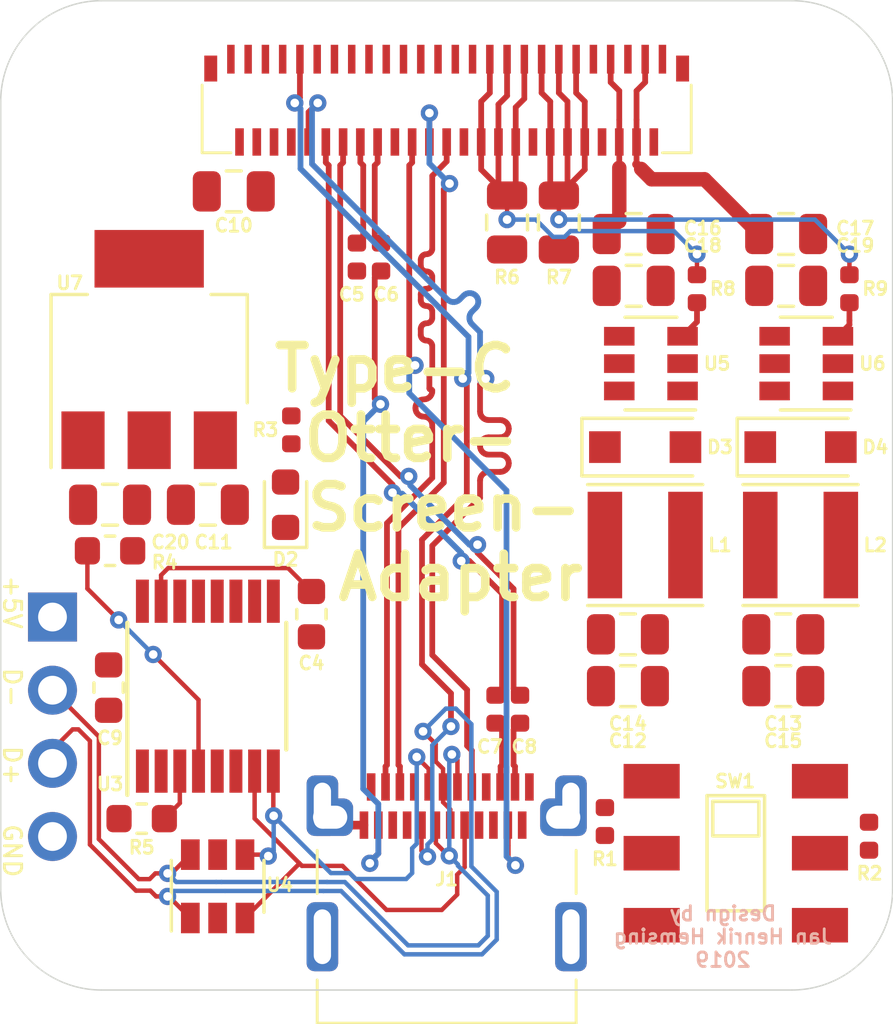
<source format=kicad_pcb>

(kicad_pcb
  (version 20171130)
  (host pcbnew 5.1.4+dfsg1-1)
  (general
    (thickness 1.6)
    (drawings 11)
    (tracks 840)
    (zones 0)
    (modules 42)
    (nets 49))
  (page A4)
  (layers
    (0 F.Cu signal)
    (31 B.Cu signal)
    (32 B.Adhes user)
    (33 F.Adhes user)
    (34 B.Paste user)
    (35 F.Paste user)
    (36 B.SilkS user)
    (37 F.SilkS user hide)
    (38 B.Mask user)
    (39 F.Mask user)
    (40 Dwgs.User user)
    (41 Cmts.User user)
    (42 Eco1.User user)
    (43 Eco2.User user)
    (44 Edge.Cuts user)
    (45 Margin user)
    (46 B.CrtYd user)
    (47 F.CrtYd user)
    (48 B.Fab user hide)
    (49 F.Fab user hide))
  (setup
    (last_trace_width 0.2)
    (user_trace_width 0.154)
    (user_trace_width 0.2)
    (user_trace_width 0.3)
    (user_trace_width 0.4)
    (user_trace_width 0.5)
    (user_trace_width 0.6)
    (user_trace_width 0.7)
    (trace_clearance 0.157)
    (zone_clearance 0.157)
    (zone_45_only yes)
    (trace_min 0.15)
    (via_size 0.6)
    (via_drill 0.3)
    (via_min_size 0.4)
    (via_min_drill 0.3)
    (user_via 0.6 0.3)
    (uvia_size 0.3)
    (uvia_drill 0.1)
    (uvias_allowed no)
    (uvia_min_size 0.2)
    (uvia_min_drill 0.1)
    (edge_width 0.05)
    (segment_width 0.2)
    (pcb_text_width 0.3)
    (pcb_text_size 1.5 1.5)
    (mod_edge_width 0.12)
    (mod_text_size 1 1)
    (mod_text_width 0.15)
    (pad_size 1.524 1.524)
    (pad_drill 0.762)
    (pad_to_mask_clearance 0)
    (aux_axis_origin 0 0)
    (visible_elements FFFFFF7F)
    (pcbplotparams
      (layerselection 0x010fc_ffffffff)
      (usegerberextensions true)
      (usegerberattributes false)
      (usegerberadvancedattributes false)
      (creategerberjobfile false)
      (excludeedgelayer true)
      (linewidth 0.1)
      (plotframeref false)
      (viasonmask false)
      (mode 1)
      (useauxorigin false)
      (hpglpennumber 1)
      (hpglpenspeed 20)
      (hpglpendiameter 15.0)
      (psnegative false)
      (psa4output false)
      (plotreference true)
      (plotvalue true)
      (plotinvisibletext false)
      (padsonsilk false)
      (subtractmaskfromsilk false)
      (outputformat 1)
      (mirror false)
      (drillshape 0)
      (scaleselection 1)
      (outputdirectory "gerber/")))
  (net 0 "")
  (net 1 GND)
  (net 2 +5V)
  (net 3 "Net-(C4-Pad1)")
  (net 4 /_L1_N)
  (net 5 L1_N)
  (net 6 /_L1_P)
  (net 7 L1_P)
  (net 8 /_L0_N)
  (net 9 L0_N)
  (net 10 /_L0_P)
  (net 11 L0_P)
  (net 12 +3V3)
  (net 13 LEDA2)
  (net 14 LEDA1)
  (net 15 "Net-(D2-Pad2)")
  (net 16 "Net-(D3-Pad2)")
  (net 17 "Net-(D4-Pad2)")
  (net 18 USB_P)
  (net 19 CC1)
  (net 20 L3_P)
  (net 21 USB_N)
  (net 22 AUX_N)
  (net 23 L3_N)
  (net 24 AUX_P)
  (net 25 CC2)
  (net 26 L2_N)
  (net 27 L2_P)
  (net 28 "Net-(R1-Pad2)")
  (net 29 "Net-(R4-Pad1)")
  (net 30 "Net-(R5-Pad1)")
  (net 31 LEDC2)
  (net 32 LEDC1)
  (net 33 PWM)
  (net 34 HPD)
  (net 35 "Net-(U3-Pad14)")
  (net 36 "Net-(U3-Pad13)")
  (net 37 "Net-(U3-Pad12)")
  (net 38 "Net-(U3-Pad11)")
  (net 39 "Net-(U3-Pad10)")
  (net 40 "Net-(U3-Pad2)")
  (net 41 "Net-(R2-Pad2)")
  (net 42 LEDC2DIM)
  (net 43 LEDC1DIM)
  (net 44 "Net-(SW1-Pad6)")
  (net 45 "Net-(SW1-Pad3)")
  (net 46 "Net-(U3-Pad9)")
  (net 47 "Net-(U3-Pad6)")
  (net 48 "Net-(U3-Pad5)")
  (net_class Default "This is the default net class."
    (clearance 0.157)
    (trace_width 0.2)
    (via_dia 0.6)
    (via_drill 0.3)
    (uvia_dia 0.3)
    (uvia_drill 0.1)
    (diff_pair_width 0.2)
    (diff_pair_gap 0.2)
    (add_net +3V3)
    (add_net +5V)
    (add_net /_L0_N)
    (add_net /_L0_P)
    (add_net /_L1_N)
    (add_net /_L1_P)
    (add_net AUX_N)
    (add_net AUX_P)
    (add_net CC1)
    (add_net CC2)
    (add_net GND)
    (add_net HPD)
    (add_net L0_N)
    (add_net L0_P)
    (add_net L1_N)
    (add_net L1_P)
    (add_net L2_N)
    (add_net L2_P)
    (add_net L3_N)
    (add_net L3_P)
    (add_net LEDA1)
    (add_net LEDA2)
    (add_net LEDC1)
    (add_net LEDC1DIM)
    (add_net LEDC2)
    (add_net LEDC2DIM)
    (add_net "Net-(C4-Pad1)")
    (add_net "Net-(D2-Pad2)")
    (add_net "Net-(D3-Pad2)")
    (add_net "Net-(D4-Pad2)")
    (add_net "Net-(R1-Pad2)")
    (add_net "Net-(R2-Pad2)")
    (add_net "Net-(R4-Pad1)")
    (add_net "Net-(R5-Pad1)")
    (add_net "Net-(SW1-Pad3)")
    (add_net "Net-(SW1-Pad6)")
    (add_net "Net-(U3-Pad10)")
    (add_net "Net-(U3-Pad11)")
    (add_net "Net-(U3-Pad12)")
    (add_net "Net-(U3-Pad13)")
    (add_net "Net-(U3-Pad14)")
    (add_net "Net-(U3-Pad2)")
    (add_net "Net-(U3-Pad5)")
    (add_net "Net-(U3-Pad6)")
    (add_net "Net-(U3-Pad9)")
    (add_net PWM)
    (add_net USB_N)
    (add_net USB_P))
  (module Connector_PinHeader_2.54mm:PinHeader_1x04_P2.54mm_Vertical locked
    (layer F.Cu)
    (tedit 5DFEACF1)
    (tstamp 5DF77287)
    (at 101.8 121.4)
    (descr "Through hole straight pin header, 1x04, 2.54mm pitch, single row")
    (tags "Through hole pin header THT 1x04 2.54mm single row")
    (path /5E24204A)
    (fp_text reference J2
      (at 0 -2.33)
      (layer F.SilkS) hide
      (effects
        (font
          (size 0.45 0.45)
          (thickness 0.1))))
    (fp_text value USB
      (at 0 9.95)
      (layer F.Fab)
      (effects
        (font
          (size 1 1)
          (thickness 0.15))))
    (fp_text user %R
      (at 0 3.81 90)
      (layer F.Fab)
      (effects
        (font
          (size 0.45 0.45)
          (thickness 0.1))))
    (fp_line
      (start 1.8 -1.8)
      (end -1.8 -1.8)
      (layer F.CrtYd)
      (width 0.05))
    (fp_line
      (start 1.8 9.4)
      (end 1.8 -1.8)
      (layer F.CrtYd)
      (width 0.05))
    (fp_line
      (start -1.8 9.4)
      (end 1.8 9.4)
      (layer F.CrtYd)
      (width 0.05))
    (fp_line
      (start -1.8 -1.8)
      (end -1.8 9.4)
      (layer F.CrtYd)
      (width 0.05))
    (pad 4 thru_hole oval
      (at 0 7.62)
      (size 1.7 1.7)
      (drill 1)
      (layers *.Cu *.Mask))
    (pad 3 thru_hole oval
      (at 0 5.08)
      (size 1.7 1.7)
      (drill 1)
      (layers *.Cu *.Mask)
      (net 18 USB_P))
    (pad 2 thru_hole oval
      (at 0 2.54)
      (size 1.7 1.7)
      (drill 1)
      (layers *.Cu *.Mask)
      (net 21 USB_N))
    (pad 1 thru_hole rect
      (at 0 0)
      (size 1.7 1.7)
      (drill 1)
      (layers *.Cu *.Mask))
    (model ${KISYS3DMOD}/Connector_PinHeader_2.54mm.3dshapes/PinHeader_1x04_P2.54mm_Vertical.wrl
      (at
        (xyz 0 0 0))
      (scale
        (xyz 1 1 1))
      (rotate
        (xyz 0 0 0))))
  (module otter:5022505191
    (layer F.Cu)
    (tedit 5DF779EC)
    (tstamp 5DF74E1F)
    (at 115.5 103.63 180)
    (tags "ipad 3 connector")
    (path /5DFAEB69)
    (fp_text reference U2
      (at 0.15 5.35)
      (layer F.SilkS) hide
      (effects
        (font
          (size 0.45 0.45)
          (thickness 0.1))))
    (fp_text value 5022505191
      (at 0.105 3.715)
      (layer F.Fab)
      (effects
        (font
          (size 1 1)
          (thickness 0.15))))
    (fp_line
      (start -8.5 -1.65)
      (end -7.5 -1.65)
      (layer F.SilkS)
      (width 0.1))
    (fp_line
      (start -8.5 0.7)
      (end -8.5 -1.65)
      (layer F.SilkS)
      (width 0.1))
    (fp_line
      (start 8.5 -1.65)
      (end 7.5 -1.65)
      (layer F.SilkS)
      (width 0.1))
    (fp_line
      (start 8.5 0.7)
      (end 8.5 -1.65)
      (layer F.SilkS)
      (width 0.1))
    (pad 53 smd rect
      (at -8.2 1.275 180)
      (size 0.45 0.9)
      (layers F.Cu F.Paste F.Mask))
    (pad 52 smd rect
      (at 8.2 1.275 180)
      (size 0.45 0.9)
      (layers F.Cu F.Paste F.Mask))
    (pad 51 smd rect
      (at -7.5 1.6 180)
      (size 0.26 1)
      (layers F.Cu F.Paste F.Mask))
    (pad 49 smd rect
      (at -6.9 1.6 180)
      (size 0.26 1)
      (layers F.Cu F.Paste F.Mask)
      (net 14 LEDA1))
    (pad 47 smd rect
      (at -6.3 1.6 180)
      (size 0.26 1)
      (layers F.Cu F.Paste F.Mask))
    (pad 45 smd rect
      (at -5.7 1.6 180)
      (size 0.26 1)
      (layers F.Cu F.Paste F.Mask)
      (net 13 LEDA2))
    (pad 43 smd rect
      (at -5.1 1.6 180)
      (size 0.26 1)
      (layers F.Cu F.Paste F.Mask))
    (pad 41 smd rect
      (at -4.5 1.6 180)
      (size 0.26 1)
      (layers F.Cu F.Paste F.Mask)
      (net 32 LEDC1))
    (pad 39 smd rect
      (at -3.9 1.6 180)
      (size 0.26 1)
      (layers F.Cu F.Paste F.Mask)
      (net 32 LEDC1))
    (pad 37 smd rect
      (at -3.3 1.6 180)
      (size 0.26 1)
      (layers F.Cu F.Paste F.Mask)
      (net 32 LEDC1))
    (pad 35 smd rect
      (at -2.7 1.6 180)
      (size 0.26 1)
      (layers F.Cu F.Paste F.Mask)
      (net 31 LEDC2))
    (pad 33 smd rect
      (at -2.1 1.6 180)
      (size 0.26 1)
      (layers F.Cu F.Paste F.Mask)
      (net 31 LEDC2))
    (pad 31 smd rect
      (at -1.5 1.6 180)
      (size 0.26 1)
      (layers F.Cu F.Paste F.Mask)
      (net 31 LEDC2))
    (pad 29 smd rect
      (at -0.9 1.6 180)
      (size 0.26 1)
      (layers F.Cu F.Paste F.Mask))
    (pad 27 smd rect
      (at -0.3 1.6 180)
      (size 0.26 1)
      (layers F.Cu F.Paste F.Mask))
    (pad 25 smd rect
      (at 0.3 1.6 180)
      (size 0.26 1)
      (layers F.Cu F.Paste F.Mask))
    (pad 23 smd rect
      (at 0.9 1.6 180)
      (size 0.26 1)
      (layers F.Cu F.Paste F.Mask))
    (pad 21 smd rect
      (at 1.5 1.6 180)
      (size 0.26 1)
      (layers F.Cu F.Paste F.Mask))
    (pad 19 smd rect
      (at 2.1 1.6 180)
      (size 0.26 1)
      (layers F.Cu F.Paste F.Mask))
    (pad 17 smd rect
      (at 2.7 1.6 180)
      (size 0.26 1)
      (layers F.Cu F.Paste F.Mask))
    (pad 15 smd rect
      (at 3.3 1.6 180)
      (size 0.26 1)
      (layers F.Cu F.Paste F.Mask))
    (pad 13 smd rect
      (at 3.9 1.6 180)
      (size 0.26 1)
      (layers F.Cu F.Paste F.Mask))
    (pad 11 smd rect
      (at 4.5 1.6 180)
      (size 0.26 1)
      (layers F.Cu F.Paste F.Mask))
    (pad 9 smd rect
      (at 5.1 1.6 180)
      (size 0.26 1)
      (layers F.Cu F.Paste F.Mask)
      (net 24 AUX_P))
    (pad 7 smd rect
      (at 5.7 1.6 180)
      (size 0.26 1)
      (layers F.Cu F.Paste F.Mask))
    (pad 5 smd rect
      (at 6.3 1.6 180)
      (size 0.26 1)
      (layers F.Cu F.Paste F.Mask))
    (pad 3 smd rect
      (at 6.9 1.6 180)
      (size 0.26 1)
      (layers F.Cu F.Paste F.Mask))
    (pad 1 smd rect
      (at 7.5 1.6 180)
      (size 0.26 1)
      (layers F.Cu F.Paste F.Mask))
    (pad 50 smd rect
      (at -7.2 -1.275 180)
      (size 0.3 0.95)
      (layers F.Cu F.Paste F.Mask))
    (pad 20 smd rect
      (at 1.8 -1.275 180)
      (size 0.3 0.95)
      (layers F.Cu F.Paste F.Mask))
    (pad 22 smd rect
      (at 1.2 -1.275 180)
      (size 0.3 0.95)
      (layers F.Cu F.Paste F.Mask)
      (net 27 L2_P))
    (pad 24 smd rect
      (at 0.6 -1.275 180)
      (size 0.3 0.95)
      (layers F.Cu F.Paste F.Mask)
      (net 23 L3_N))
    (pad 18 smd rect
      (at 2.4 -1.275 180)
      (size 0.3 0.95)
      (layers F.Cu F.Paste F.Mask)
      (net 7 L1_P))
    (pad 16 smd rect
      (at 3 -1.275 180)
      (size 0.3 0.95)
      (layers F.Cu F.Paste F.Mask)
      (net 5 L1_N))
    (pad 14 smd rect
      (at 3.6 -1.275 180)
      (size 0.3 0.95)
      (layers F.Cu F.Paste F.Mask)
      (net 11 L0_P))
    (pad 2 smd rect
      (at 7.2 -1.275 180)
      (size 0.3 0.95)
      (layers F.Cu F.Paste F.Mask))
    (pad 4 smd rect
      (at 6.6 -1.275 180)
      (size 0.3 0.95)
      (layers F.Cu F.Paste F.Mask))
    (pad 6 smd rect
      (at 6 -1.275 180)
      (size 0.3 0.95)
      (layers F.Cu F.Paste F.Mask))
    (pad 12 smd rect
      (at 4.2 -1.275 180)
      (size 0.3 0.95)
      (layers F.Cu F.Paste F.Mask)
      (net 9 L0_N))
    (pad 10 smd rect
      (at 4.8 -1.275 180)
      (size 0.3 0.95)
      (layers F.Cu F.Paste F.Mask)
      (net 22 AUX_N))
    (pad 8 smd rect
      (at 5.4 -1.275 180)
      (size 0.3 0.95)
      (layers F.Cu F.Paste F.Mask))
    (pad 32 smd rect
      (at -1.8 -1.275 180)
      (size 0.3 0.95)
      (layers F.Cu F.Paste F.Mask)
      (net 31 LEDC2))
    (pad 34 smd rect
      (at -2.4 -1.275 180)
      (size 0.3 0.95)
      (layers F.Cu F.Paste F.Mask)
      (net 31 LEDC2))
    (pad 36 smd rect
      (at -3 -1.275 180)
      (size 0.3 0.95)
      (layers F.Cu F.Paste F.Mask))
    (pad 30 smd rect
      (at -1.2 -1.275 180)
      (size 0.3 0.95)
      (layers F.Cu F.Paste F.Mask)
      (net 31 LEDC2))
    (pad 28 smd rect
      (at -0.6 -1.275 180)
      (size 0.3 0.95)
      (layers F.Cu F.Paste F.Mask))
    (pad 26 smd rect
      (at 0 -1.275 180)
      (size 0.3 0.95)
      (layers F.Cu F.Paste F.Mask)
      (net 20 L3_P))
    (pad 38 smd rect
      (at -3.6 -1.275 180)
      (size 0.3 0.95)
      (layers F.Cu F.Paste F.Mask)
      (net 32 LEDC1))
    (pad 40 smd rect
      (at -4.2 -1.275 180)
      (size 0.3 0.95)
      (layers F.Cu F.Paste F.Mask)
      (net 32 LEDC1))
    (pad 42 smd rect
      (at -4.8 -1.275 180)
      (size 0.3 0.95)
      (layers F.Cu F.Paste F.Mask)
      (net 32 LEDC1))
    (pad 48 smd rect
      (at -6.6 -1.275 180)
      (size 0.3 0.95)
      (layers F.Cu F.Paste F.Mask)
      (net 14 LEDA1))
    (pad 46 smd rect
      (at -6 -1.275 180)
      (size 0.3 0.95)
      (layers F.Cu F.Paste F.Mask)
      (net 13 LEDA2))
    (pad 44 smd rect
      (at -5.4 -1.275 180)
      (size 0.3 0.95)
      (layers F.Cu F.Paste F.Mask)))
  (module otter:K3-2235S-K1
    (layer F.Cu)
    (tedit 5DF7778C)
    (tstamp 5DFEA282)
    (at 125.55 129.6)
    (path /5E36421D)
    (fp_text reference SW1
      (at -0.025 -2.5)
      (layer F.SilkS)
      (effects
        (font
          (size 0.45 0.45)
          (thickness 0.1))))
    (fp_text value BRIGHTNESS
      (at -0.025 -6.325)
      (layer F.Fab)
      (effects
        (font
          (size 1 1)
          (thickness 0.15))))
    (fp_line
      (start -0.8 -0.6)
      (end -0.8 -1.8)
      (layer F.SilkS)
      (width 0.12))
    (fp_line
      (start 0.8 -0.6)
      (end -0.8 -0.6)
      (layer F.SilkS)
      (width 0.12))
    (fp_line
      (start 0.8 -1.8)
      (end 0.8 -0.6)
      (layer F.SilkS)
      (width 0.12))
    (fp_line
      (start -0.8 -1.8)
      (end 0.8 -1.8)
      (layer F.SilkS)
      (width 0.12))
    (fp_line
      (start -1 2)
      (end -1 -2)
      (layer F.SilkS)
      (width 0.12))
    (fp_line
      (start 1 2)
      (end -1 2)
      (layer F.SilkS)
      (width 0.12))
    (fp_line
      (start 1 -2)
      (end 1 2)
      (layer F.SilkS)
      (width 0.12))
    (fp_line
      (start -1 -2)
      (end 1 -2)
      (layer F.SilkS)
      (width 0.12))
    (pad 6 smd rect
      (at 2.925 2.5)
      (size 1.95 1.2)
      (layers F.Cu F.Paste F.Mask))
    (pad 3 smd rect
      (at -2.925 2.5)
      (size 1.95 1.2)
      (layers F.Cu F.Paste F.Mask))
    (pad 4 smd rect
      (at 2.925 -2.5)
      (size 1.95 1.2)
      (layers F.Cu F.Paste F.Mask))
    (pad 1 smd rect
      (at -2.925 -2.5)
      (size 1.95 1.2)
      (layers F.Cu F.Paste F.Mask))
    (pad 5 smd rect
      (at 2.925 0)
      (size 1.95 1.2)
      (layers F.Cu F.Paste F.Mask))
    (pad 2 smd rect
      (at -2.925 0)
      (size 1.95 1.2)
      (layers F.Cu F.Paste F.Mask)))
  (module Resistor_SMD:R_0402_1005Metric
    (layer F.Cu)
    (tedit 5B301BBD)
    (tstamp 5DF79F86)
    (at 129.5 110 90)
    (descr "Resistor SMD 0402 (1005 Metric), square (rectangular) end terminal, IPC_7351 nominal, (Body size source: http://www.tortai-tech.com/upload/download/2011102023233369053.pdf), generated with kicad-footprint-generator")
    (tags resistor)
    (path /5E3A90E7)
    (attr smd)
    (fp_text reference R9
      (at 0 0.9 180)
      (layer F.SilkS)
      (effects
        (font
          (size 0.45 0.45)
          (thickness 0.1))))
    (fp_text value 1k
      (at 0 1.17 90)
      (layer F.Fab)
      (effects
        (font
          (size 1 1)
          (thickness 0.15))))
    (fp_text user %R
      (at 0 0 90)
      (layer F.Fab)
      (effects
        (font
          (size 0.45 0.45)
          (thickness 0.1))))
    (fp_line
      (start 0.93 0.47)
      (end -0.93 0.47)
      (layer F.CrtYd)
      (width 0.05))
    (fp_line
      (start 0.93 -0.47)
      (end 0.93 0.47)
      (layer F.CrtYd)
      (width 0.05))
    (fp_line
      (start -0.93 -0.47)
      (end 0.93 -0.47)
      (layer F.CrtYd)
      (width 0.05))
    (fp_line
      (start -0.93 0.47)
      (end -0.93 -0.47)
      (layer F.CrtYd)
      (width 0.05))
    (fp_line
      (start 0.5 0.25)
      (end -0.5 0.25)
      (layer F.Fab)
      (width 0.1))
    (fp_line
      (start 0.5 -0.25)
      (end 0.5 0.25)
      (layer F.Fab)
      (width 0.1))
    (fp_line
      (start -0.5 -0.25)
      (end 0.5 -0.25)
      (layer F.Fab)
      (width 0.1))
    (fp_line
      (start -0.5 0.25)
      (end -0.5 -0.25)
      (layer F.Fab)
      (width 0.1))
    (pad 2 smd roundrect
      (at 0.485 0 90)
      (size 0.59 0.64)
      (layers F.Cu F.Paste F.Mask)
      (roundrect_rratio 0.25)
      (net 32 LEDC1))
    (pad 1 smd roundrect
      (at -0.485 0 90)
      (size 0.59 0.64)
      (layers F.Cu F.Paste F.Mask)
      (roundrect_rratio 0.25)
      (net 43 LEDC1DIM))
    (model ${KISYS3DMOD}/Resistor_SMD.3dshapes/R_0402_1005Metric.wrl
      (at
        (xyz 0 0 0))
      (scale
        (xyz 1 1 1))
      (rotate
        (xyz 0 0 0))))
  (module Resistor_SMD:R_0402_1005Metric
    (layer F.Cu)
    (tedit 5B301BBD)
    (tstamp 5DF79F77)
    (at 124.2 110 90)
    (descr "Resistor SMD 0402 (1005 Metric), square (rectangular) end terminal, IPC_7351 nominal, (Body size source: http://www.tortai-tech.com/upload/download/2011102023233369053.pdf), generated with kicad-footprint-generator")
    (tags resistor)
    (path /5E3D0D9D)
    (attr smd)
    (fp_text reference R8
      (at 0 0.9 180)
      (layer F.SilkS)
      (effects
        (font
          (size 0.45 0.45)
          (thickness 0.1))))
    (fp_text value 1k
      (at 0 1.17 90)
      (layer F.Fab)
      (effects
        (font
          (size 1 1)
          (thickness 0.15))))
    (fp_text user %R
      (at 0 0 90)
      (layer F.Fab)
      (effects
        (font
          (size 0.45 0.45)
          (thickness 0.1))))
    (fp_line
      (start 0.93 0.47)
      (end -0.93 0.47)
      (layer F.CrtYd)
      (width 0.05))
    (fp_line
      (start 0.93 -0.47)
      (end 0.93 0.47)
      (layer F.CrtYd)
      (width 0.05))
    (fp_line
      (start -0.93 -0.47)
      (end 0.93 -0.47)
      (layer F.CrtYd)
      (width 0.05))
    (fp_line
      (start -0.93 0.47)
      (end -0.93 -0.47)
      (layer F.CrtYd)
      (width 0.05))
    (fp_line
      (start 0.5 0.25)
      (end -0.5 0.25)
      (layer F.Fab)
      (width 0.1))
    (fp_line
      (start 0.5 -0.25)
      (end 0.5 0.25)
      (layer F.Fab)
      (width 0.1))
    (fp_line
      (start -0.5 -0.25)
      (end 0.5 -0.25)
      (layer F.Fab)
      (width 0.1))
    (fp_line
      (start -0.5 0.25)
      (end -0.5 -0.25)
      (layer F.Fab)
      (width 0.1))
    (pad 2 smd roundrect
      (at 0.485 0 90)
      (size 0.59 0.64)
      (layers F.Cu F.Paste F.Mask)
      (roundrect_rratio 0.25)
      (net 31 LEDC2))
    (pad 1 smd roundrect
      (at -0.485 0 90)
      (size 0.59 0.64)
      (layers F.Cu F.Paste F.Mask)
      (roundrect_rratio 0.25)
      (net 42 LEDC2DIM))
    (model ${KISYS3DMOD}/Resistor_SMD.3dshapes/R_0402_1005Metric.wrl
      (at
        (xyz 0 0 0))
      (scale
        (xyz 1 1 1))
      (rotate
        (xyz 0 0 0))))
  (module Resistor_SMD:R_0402_1005Metric
    (layer F.Cu)
    (tedit 5B301BBD)
    (tstamp 5DF79ECC)
    (at 130.18 129.01 90)
    (descr "Resistor SMD 0402 (1005 Metric), square (rectangular) end terminal, IPC_7351 nominal, (Body size source: http://www.tortai-tech.com/upload/download/2011102023233369053.pdf), generated with kicad-footprint-generator")
    (tags resistor)
    (path /5E3E270C)
    (attr smd)
    (fp_text reference R2
      (at -1.29 0.02 180)
      (layer F.SilkS)
      (effects
        (font
          (size 0.45 0.45)
          (thickness 0.1))))
    (fp_text value 1k
      (at 0 1.17 90)
      (layer F.Fab)
      (effects
        (font
          (size 1 1)
          (thickness 0.15))))
    (fp_text user %R
      (at 0 0 90)
      (layer F.Fab)
      (effects
        (font
          (size 0.45 0.45)
          (thickness 0.1))))
    (fp_line
      (start 0.93 0.47)
      (end -0.93 0.47)
      (layer F.CrtYd)
      (width 0.05))
    (fp_line
      (start 0.93 -0.47)
      (end 0.93 0.47)
      (layer F.CrtYd)
      (width 0.05))
    (fp_line
      (start -0.93 -0.47)
      (end 0.93 -0.47)
      (layer F.CrtYd)
      (width 0.05))
    (fp_line
      (start -0.93 0.47)
      (end -0.93 -0.47)
      (layer F.CrtYd)
      (width 0.05))
    (fp_line
      (start 0.5 0.25)
      (end -0.5 0.25)
      (layer F.Fab)
      (width 0.1))
    (fp_line
      (start 0.5 -0.25)
      (end 0.5 0.25)
      (layer F.Fab)
      (width 0.1))
    (fp_line
      (start -0.5 -0.25)
      (end 0.5 -0.25)
      (layer F.Fab)
      (width 0.1))
    (fp_line
      (start -0.5 0.25)
      (end -0.5 -0.25)
      (layer F.Fab)
      (width 0.1))
    (pad 2 smd roundrect
      (at 0.485 0 90)
      (size 0.59 0.64)
      (layers F.Cu F.Paste F.Mask)
      (roundrect_rratio 0.25))
    (pad 1 smd roundrect
      (at -0.485 0 90)
      (size 0.59 0.64)
      (layers F.Cu F.Paste F.Mask)
      (roundrect_rratio 0.25))
    (model ${KISYS3DMOD}/Resistor_SMD.3dshapes/R_0402_1005Metric.wrl
      (at
        (xyz 0 0 0))
      (scale
        (xyz 1 1 1))
      (rotate
        (xyz 0 0 0))))
  (module Resistor_SMD:R_0402_1005Metric
    (layer F.Cu)
    (tedit 5B301BBD)
    (tstamp 5DFED121)
    (at 121 128.5 270)
    (descr "Resistor SMD 0402 (1005 Metric), square (rectangular) end terminal, IPC_7351 nominal, (Body size source: http://www.tortai-tech.com/upload/download/2011102023233369053.pdf), generated with kicad-footprint-generator")
    (tags resistor)
    (path /5E3E07AC)
    (attr smd)
    (fp_text reference R1
      (at 1.3 0 180)
      (layer F.SilkS)
      (effects
        (font
          (size 0.45 0.45)
          (thickness 0.1))))
    (fp_text value 1k
      (at 0 1.17 90)
      (layer F.Fab)
      (effects
        (font
          (size 1 1)
          (thickness 0.15))))
    (fp_text user %R
      (at 0 0 90)
      (layer F.Fab)
      (effects
        (font
          (size 0.45 0.45)
          (thickness 0.1))))
    (fp_line
      (start 0.93 0.47)
      (end -0.93 0.47)
      (layer F.CrtYd)
      (width 0.05))
    (fp_line
      (start 0.93 -0.47)
      (end 0.93 0.47)
      (layer F.CrtYd)
      (width 0.05))
    (fp_line
      (start -0.93 -0.47)
      (end 0.93 -0.47)
      (layer F.CrtYd)
      (width 0.05))
    (fp_line
      (start -0.93 0.47)
      (end -0.93 -0.47)
      (layer F.CrtYd)
      (width 0.05))
    (fp_line
      (start 0.5 0.25)
      (end -0.5 0.25)
      (layer F.Fab)
      (width 0.1))
    (fp_line
      (start 0.5 -0.25)
      (end 0.5 0.25)
      (layer F.Fab)
      (width 0.1))
    (fp_line
      (start -0.5 -0.25)
      (end 0.5 -0.25)
      (layer F.Fab)
      (width 0.1))
    (fp_line
      (start -0.5 0.25)
      (end -0.5 -0.25)
      (layer F.Fab)
      (width 0.1))
    (pad 2 smd roundrect
      (at 0.485 0 270)
      (size 0.59 0.64)
      (layers F.Cu F.Paste F.Mask)
      (roundrect_rratio 0.25))
    (pad 1 smd roundrect
      (at -0.485 0 270)
      (size 0.59 0.64)
      (layers F.Cu F.Paste F.Mask)
      (roundrect_rratio 0.25))
    (model ${KISYS3DMOD}/Resistor_SMD.3dshapes/R_0402_1005Metric.wrl
      (at
        (xyz 0 0 0))
      (scale
        (xyz 1 1 1))
      (rotate
        (xyz 0 0 0))))
  (module Package_TO_SOT_SMD:SOT-223-3_TabPin2
    (layer F.Cu)
    (tedit 5A02FF57)
    (tstamp 5DF74E97)
    (at 105.16 112.11 90)
    (descr "module CMS SOT223 4 pins")
    (tags "CMS SOT")
    (path /5D7112FE)
    (attr smd)
    (fp_text reference U7
      (at 2.31 -2.76 180)
      (layer F.SilkS)
      (effects
        (font
          (size 0.45 0.45)
          (thickness 0.1))))
    (fp_text value AMS1117-3.3
      (at 0 4.5 90)
      (layer F.Fab)
      (effects
        (font
          (size 1 1)
          (thickness 0.15))))
    (fp_text user %R
      (at 0 0)
      (layer F.Fab)
      (effects
        (font
          (size 0.45 0.45)
          (thickness 0.1))))
    (fp_line
      (start 1.85 -3.35)
      (end 1.85 3.35)
      (layer F.Fab)
      (width 0.1))
    (fp_line
      (start -1.85 3.35)
      (end 1.85 3.35)
      (layer F.Fab)
      (width 0.1))
    (fp_line
      (start -4.1 -3.41)
      (end 1.91 -3.41)
      (layer F.SilkS)
      (width 0.12))
    (fp_line
      (start -0.85 -3.35)
      (end 1.85 -3.35)
      (layer F.Fab)
      (width 0.1))
    (fp_line
      (start -1.85 3.41)
      (end 1.91 3.41)
      (layer F.SilkS)
      (width 0.12))
    (fp_line
      (start -1.85 -2.35)
      (end -1.85 3.35)
      (layer F.Fab)
      (width 0.1))
    (fp_line
      (start -1.85 -2.35)
      (end -0.85 -3.35)
      (layer F.Fab)
      (width 0.1))
    (fp_line
      (start -4.4 -3.6)
      (end -4.4 3.6)
      (layer F.CrtYd)
      (width 0.05))
    (fp_line
      (start -4.4 3.6)
      (end 4.4 3.6)
      (layer F.CrtYd)
      (width 0.05))
    (fp_line
      (start 4.4 3.6)
      (end 4.4 -3.6)
      (layer F.CrtYd)
      (width 0.05))
    (fp_line
      (start 4.4 -3.6)
      (end -4.4 -3.6)
      (layer F.CrtYd)
      (width 0.05))
    (fp_line
      (start 1.91 -3.41)
      (end 1.91 -2.15)
      (layer F.SilkS)
      (width 0.12))
    (fp_line
      (start 1.91 3.41)
      (end 1.91 2.15)
      (layer F.SilkS)
      (width 0.12))
    (pad 1 smd rect
      (at -3.15 -2.3 90)
      (size 2 1.5)
      (layers F.Cu F.Paste F.Mask))
    (pad 3 smd rect
      (at -3.15 2.3 90)
      (size 2 1.5)
      (layers F.Cu F.Paste F.Mask))
    (pad 2 smd rect
      (at -3.15 0 90)
      (size 2 1.5)
      (layers F.Cu F.Paste F.Mask))
    (pad 2 smd rect
      (at 3.15 0 90)
      (size 2 3.8)
      (layers F.Cu F.Paste F.Mask))
    (model ${KISYS3DMOD}/Package_TO_SOT_SMD.3dshapes/SOT-223.wrl
      (at
        (xyz 0 0 0))
      (scale
        (xyz 1 1 1))
      (rotate
        (xyz 0 0 0))))
  (module Package_TO_SOT_SMD:SOT-23-6
    (layer F.Cu)
    (tedit 5A02FF57)
    (tstamp 5DF74E81)
    (at 128 112.6 180)
    (descr "6-pin SOT-23 package")
    (tags SOT-23-6)
    (path /5D9E4FE7)
    (attr smd)
    (fp_text reference U6
      (at -2.3 0)
      (layer F.SilkS)
      (effects
        (font
          (size 0.45 0.45)
          (thickness 0.1))))
    (fp_text value SY7200AABC
      (at 0 2.9)
      (layer F.Fab)
      (effects
        (font
          (size 1 1)
          (thickness 0.15))))
    (fp_text user %R
      (at 0 0 90)
      (layer F.Fab)
      (effects
        (font
          (size 0.45 0.45)
          (thickness 0.1))))
    (fp_line
      (start 0.9 -1.55)
      (end 0.9 1.55)
      (layer F.Fab)
      (width 0.1))
    (fp_line
      (start 0.9 1.55)
      (end -0.9 1.55)
      (layer F.Fab)
      (width 0.1))
    (fp_line
      (start -0.9 -0.9)
      (end -0.9 1.55)
      (layer F.Fab)
      (width 0.1))
    (fp_line
      (start 0.9 -1.55)
      (end -0.25 -1.55)
      (layer F.Fab)
      (width 0.1))
    (fp_line
      (start -0.9 -0.9)
      (end -0.25 -1.55)
      (layer F.Fab)
      (width 0.1))
    (fp_line
      (start -1.9 -1.8)
      (end -1.9 1.8)
      (layer F.CrtYd)
      (width 0.05))
    (fp_line
      (start -1.9 1.8)
      (end 1.9 1.8)
      (layer F.CrtYd)
      (width 0.05))
    (fp_line
      (start 1.9 1.8)
      (end 1.9 -1.8)
      (layer F.CrtYd)
      (width 0.05))
    (fp_line
      (start 1.9 -1.8)
      (end -1.9 -1.8)
      (layer F.CrtYd)
      (width 0.05))
    (fp_line
      (start 0.9 -1.61)
      (end -1.55 -1.61)
      (layer F.SilkS)
      (width 0.12))
    (fp_line
      (start -0.9 1.61)
      (end 0.9 1.61)
      (layer F.SilkS)
      (width 0.12))
    (pad 5 smd rect
      (at 1.1 0 180)
      (size 1.06 0.65)
      (layers F.Cu F.Paste F.Mask))
    (pad 6 smd rect
      (at 1.1 -0.95 180)
      (size 1.06 0.65)
      (layers F.Cu F.Paste F.Mask))
    (pad 4 smd rect
      (at 1.1 0.95 180)
      (size 1.06 0.65)
      (layers F.Cu F.Paste F.Mask))
    (pad 3 smd rect
      (at -1.1 0.95 180)
      (size 1.06 0.65)
      (layers F.Cu F.Paste F.Mask)
      (net 43 LEDC1DIM))
    (pad 2 smd rect
      (at -1.1 0 180)
      (size 1.06 0.65)
      (layers F.Cu F.Paste F.Mask))
    (pad 1 smd rect
      (at -1.1 -0.95 180)
      (size 1.06 0.65)
      (layers F.Cu F.Paste F.Mask))
    (model ${KISYS3DMOD}/Package_TO_SOT_SMD.3dshapes/SOT-23-6.wrl
      (at
        (xyz 0 0 0))
      (scale
        (xyz 1 1 1))
      (rotate
        (xyz 0 0 0))))
  (module Package_TO_SOT_SMD:SOT-23-6
    (layer F.Cu)
    (tedit 5A02FF57)
    (tstamp 5DF74E6B)
    (at 122.6 112.6 180)
    (descr "6-pin SOT-23 package")
    (tags SOT-23-6)
    (path /5DA68091)
    (attr smd)
    (fp_text reference U5
      (at -2.3 0)
      (layer F.SilkS)
      (effects
        (font
          (size 0.45 0.45)
          (thickness 0.1))))
    (fp_text value SY7200AABC
      (at 0 2.9)
      (layer F.Fab)
      (effects
        (font
          (size 1 1)
          (thickness 0.15))))
    (fp_text user %R
      (at 0 0 90)
      (layer F.Fab)
      (effects
        (font
          (size 0.45 0.45)
          (thickness 0.1))))
    (fp_line
      (start 0.9 -1.55)
      (end 0.9 1.55)
      (layer F.Fab)
      (width 0.1))
    (fp_line
      (start 0.9 1.55)
      (end -0.9 1.55)
      (layer F.Fab)
      (width 0.1))
    (fp_line
      (start -0.9 -0.9)
      (end -0.9 1.55)
      (layer F.Fab)
      (width 0.1))
    (fp_line
      (start 0.9 -1.55)
      (end -0.25 -1.55)
      (layer F.Fab)
      (width 0.1))
    (fp_line
      (start -0.9 -0.9)
      (end -0.25 -1.55)
      (layer F.Fab)
      (width 0.1))
    (fp_line
      (start -1.9 -1.8)
      (end -1.9 1.8)
      (layer F.CrtYd)
      (width 0.05))
    (fp_line
      (start -1.9 1.8)
      (end 1.9 1.8)
      (layer F.CrtYd)
      (width 0.05))
    (fp_line
      (start 1.9 1.8)
      (end 1.9 -1.8)
      (layer F.CrtYd)
      (width 0.05))
    (fp_line
      (start 1.9 -1.8)
      (end -1.9 -1.8)
      (layer F.CrtYd)
      (width 0.05))
    (fp_line
      (start 0.9 -1.61)
      (end -1.55 -1.61)
      (layer F.SilkS)
      (width 0.12))
    (fp_line
      (start -0.9 1.61)
      (end 0.9 1.61)
      (layer F.SilkS)
      (width 0.12))
    (pad 5 smd rect
      (at 1.1 0 180)
      (size 1.06 0.65)
      (layers F.Cu F.Paste F.Mask))
    (pad 6 smd rect
      (at 1.1 -0.95 180)
      (size 1.06 0.65)
      (layers F.Cu F.Paste F.Mask))
    (pad 4 smd rect
      (at 1.1 0.95 180)
      (size 1.06 0.65)
      (layers F.Cu F.Paste F.Mask))
    (pad 3 smd rect
      (at -1.1 0.95 180)
      (size 1.06 0.65)
      (layers F.Cu F.Paste F.Mask)
      (net 42 LEDC2DIM))
    (pad 2 smd rect
      (at -1.1 0 180)
      (size 1.06 0.65)
      (layers F.Cu F.Paste F.Mask))
    (pad 1 smd rect
      (at -1.1 -0.95 180)
      (size 1.06 0.65)
      (layers F.Cu F.Paste F.Mask))
    (model ${KISYS3DMOD}/Package_TO_SOT_SMD.3dshapes/SOT-23-6.wrl
      (at
        (xyz 0 0 0))
      (scale
        (xyz 1 1 1))
      (rotate
        (xyz 0 0 0))))
  (module Package_TO_SOT_SMD:SOT-23-6
    (layer F.Cu)
    (tedit 5A02FF57)
    (tstamp 5DF74E55)
    (at 107.54 130.75 90)
    (descr "6-pin SOT-23 package")
    (tags SOT-23-6)
    (path /5D93BD15)
    (attr smd)
    (fp_text reference U4
      (at 0.05 2.16 180)
      (layer F.SilkS)
      (effects
        (font
          (size 0.45 0.45)
          (thickness 0.1))))
    (fp_text value USBLC6-4
      (at 0 2.9 90)
      (layer F.Fab)
      (effects
        (font
          (size 1 1)
          (thickness 0.15))))
    (fp_text user %R
      (at 0 0)
      (layer F.Fab)
      (effects
        (font
          (size 0.45 0.45)
          (thickness 0.1))))
    (fp_line
      (start 0.9 -1.55)
      (end 0.9 1.55)
      (layer F.Fab)
      (width 0.1))
    (fp_line
      (start 0.9 1.55)
      (end -0.9 1.55)
      (layer F.Fab)
      (width 0.1))
    (fp_line
      (start -0.9 -0.9)
      (end -0.9 1.55)
      (layer F.Fab)
      (width 0.1))
    (fp_line
      (start 0.9 -1.55)
      (end -0.25 -1.55)
      (layer F.Fab)
      (width 0.1))
    (fp_line
      (start -0.9 -0.9)
      (end -0.25 -1.55)
      (layer F.Fab)
      (width 0.1))
    (fp_line
      (start -1.9 -1.8)
      (end -1.9 1.8)
      (layer F.CrtYd)
      (width 0.05))
    (fp_line
      (start -1.9 1.8)
      (end 1.9 1.8)
      (layer F.CrtYd)
      (width 0.05))
    (fp_line
      (start 1.9 1.8)
      (end 1.9 -1.8)
      (layer F.CrtYd)
      (width 0.05))
    (fp_line
      (start 1.9 -1.8)
      (end -1.9 -1.8)
      (layer F.CrtYd)
      (width 0.05))
    (fp_line
      (start 0.9 -1.61)
      (end -1.55 -1.61)
      (layer F.SilkS)
      (width 0.12))
    (fp_line
      (start -0.9 1.61)
      (end 0.9 1.61)
      (layer F.SilkS)
      (width 0.12))
    (pad 5 smd rect
      (at 1.1 0 90)
      (size 1.06 0.65)
      (layers F.Cu F.Paste F.Mask))
    (pad 6 smd rect
      (at 1.1 -0.95 90)
      (size 1.06 0.65)
      (layers F.Cu F.Paste F.Mask)
      (net 21 USB_N))
    (pad 4 smd rect
      (at 1.1 0.95 90)
      (size 1.06 0.65)
      (layers F.Cu F.Paste F.Mask)
      (net 19 CC1))
    (pad 3 smd rect
      (at -1.1 0.95 90)
      (size 1.06 0.65)
      (layers F.Cu F.Paste F.Mask)
      (net 25 CC2))
    (pad 2 smd rect
      (at -1.1 0 90)
      (size 1.06 0.65)
      (layers F.Cu F.Paste F.Mask))
    (pad 1 smd rect
      (at -1.1 -0.95 90)
      (size 1.06 0.65)
      (layers F.Cu F.Paste F.Mask)
      (net 18 USB_P))
    (model ${KISYS3DMOD}/Package_TO_SOT_SMD.3dshapes/SOT-23-6.wrl
      (at
        (xyz 0 0 0))
      (scale
        (xyz 1 1 1))
      (rotate
        (xyz 0 0 0))))
  (module Package_SO:TSSOP-16_4.4x5mm_P0.65mm
    (layer F.Cu)
    (tedit 5A02F25C)
    (tstamp 5DF74E3F)
    (at 107.2 123.8 90)
    (descr "16-Lead Plastic Thin Shrink Small Outline (ST)-4.4 mm Body [TSSOP] (see Microchip Packaging Specification 00000049BS.pdf)")
    (tags "SSOP 0.65")
    (path /5E183241)
    (attr smd)
    (fp_text reference U3
      (at -3.4 -3.4 180)
      (layer F.SilkS)
      (effects
        (font
          (size 0.45 0.45)
          (thickness 0.1))))
    (fp_text value LDR6023SS
      (at 0 3.55 90)
      (layer F.Fab)
      (effects
        (font
          (size 1 1)
          (thickness 0.15))))
    (fp_text user %R
      (at 0 0 90)
      (layer F.Fab)
      (effects
        (font
          (size 0.45 0.45)
          (thickness 0.1))))
    (fp_line
      (start -3.775 -2.8)
      (end 2.2 -2.8)
      (layer F.SilkS)
      (width 0.15))
    (fp_line
      (start -2.2 2.725)
      (end 2.2 2.725)
      (layer F.SilkS)
      (width 0.15))
    (fp_line
      (start -3.95 2.8)
      (end 3.95 2.8)
      (layer F.CrtYd)
      (width 0.05))
    (fp_line
      (start -3.95 -2.9)
      (end 3.95 -2.9)
      (layer F.CrtYd)
      (width 0.05))
    (fp_line
      (start 3.95 -2.9)
      (end 3.95 2.8)
      (layer F.CrtYd)
      (width 0.05))
    (fp_line
      (start -3.95 -2.9)
      (end -3.95 2.8)
      (layer F.CrtYd)
      (width 0.05))
    (fp_line
      (start -2.2 -1.5)
      (end -1.2 -2.5)
      (layer F.Fab)
      (width 0.15))
    (fp_line
      (start -2.2 2.5)
      (end -2.2 -1.5)
      (layer F.Fab)
      (width 0.15))
    (fp_line
      (start 2.2 2.5)
      (end -2.2 2.5)
      (layer F.Fab)
      (width 0.15))
    (fp_line
      (start 2.2 -2.5)
      (end 2.2 2.5)
      (layer F.Fab)
      (width 0.15))
    (fp_line
      (start -1.2 -2.5)
      (end 2.2 -2.5)
      (layer F.Fab)
      (width 0.15))
    (pad 16 smd rect
      (at 2.95 -2.275 90)
      (size 1.5 0.45)
      (layers F.Cu F.Paste F.Mask))
    (pad 15 smd rect
      (at 2.95 -1.625 90)
      (size 1.5 0.45)
      (layers F.Cu F.Paste F.Mask)
      (net 3 "Net-(C4-Pad1)"))
    (pad 14 smd rect
      (at 2.95 -0.975 90)
      (size 1.5 0.45)
      (layers F.Cu F.Paste F.Mask))
    (pad 13 smd rect
      (at 2.95 -0.325 90)
      (size 1.5 0.45)
      (layers F.Cu F.Paste F.Mask))
    (pad 12 smd rect
      (at 2.95 0.325 90)
      (size 1.5 0.45)
      (layers F.Cu F.Paste F.Mask))
    (pad 11 smd rect
      (at 2.95 0.975 90)
      (size 1.5 0.45)
      (layers F.Cu F.Paste F.Mask))
    (pad 10 smd rect
      (at 2.95 1.625 90)
      (size 1.5 0.45)
      (layers F.Cu F.Paste F.Mask))
    (pad 9 smd rect
      (at 2.95 2.275 90)
      (size 1.5 0.45)
      (layers F.Cu F.Paste F.Mask))
    (pad 8 smd rect
      (at -2.95 2.275 90)
      (size 1.5 0.45)
      (layers F.Cu F.Paste F.Mask)
      (net 19 CC1))
    (pad 7 smd rect
      (at -2.95 1.625 90)
      (size 1.5 0.45)
      (layers F.Cu F.Paste F.Mask)
      (net 25 CC2))
    (pad 6 smd rect
      (at -2.95 0.975 90)
      (size 1.5 0.45)
      (layers F.Cu F.Paste F.Mask))
    (pad 5 smd rect
      (at -2.95 0.325 90)
      (size 1.5 0.45)
      (layers F.Cu F.Paste F.Mask))
    (pad 4 smd rect
      (at -2.95 -0.325 90)
      (size 1.5 0.45)
      (layers F.Cu F.Paste F.Mask)
      (net 29 "Net-(R4-Pad1)"))
    (pad 3 smd rect
      (at -2.95 -0.975 90)
      (size 1.5 0.45)
      (layers F.Cu F.Paste F.Mask)
      (net 30 "Net-(R5-Pad1)"))
    (pad 2 smd rect
      (at -2.95 -1.625 90)
      (size 1.5 0.45)
      (layers F.Cu F.Paste F.Mask))
    (pad 1 smd rect
      (at -2.95 -2.275 90)
      (size 1.5 0.45)
      (layers F.Cu F.Paste F.Mask))
    (model ${KISYS3DMOD}/Package_SO.3dshapes/TSSOP-16_4.4x5mm_P0.65mm.wrl
      (at
        (xyz 0 0 0))
      (scale
        (xyz 1 1 1))
      (rotate
        (xyz 0 0 0))))
  (module Resistor_SMD:R_0805_2012Metric
    (layer F.Cu)
    (tedit 5B36C52B)
    (tstamp 5DF74DC5)
    (at 119.4 107.7 270)
    (descr "Resistor SMD 0805 (2012 Metric), square (rectangular) end terminal, IPC_7351 nominal, (Body size source: https://docs.google.com/spreadsheets/d/1BsfQQcO9C6DZCsRaXUlFlo91Tg2WpOkGARC1WS5S8t0/edit?usp=sharing), generated with kicad-footprint-generator")
    (tags resistor)
    (path /5DFAEB70)
    (attr smd)
    (fp_text reference R7
      (at 1.9 0 180)
      (layer F.SilkS)
      (effects
        (font
          (size 0.45 0.45)
          (thickness 0.1))))
    (fp_text value 1.6
      (at 0 1.65 90)
      (layer F.Fab)
      (effects
        (font
          (size 1 1)
          (thickness 0.15))))
    (fp_text user %R
      (at 0 0 90)
      (layer F.Fab)
      (effects
        (font
          (size 0.45 0.45)
          (thickness 0.1))))
    (fp_line
      (start 1.68 0.95)
      (end -1.68 0.95)
      (layer F.CrtYd)
      (width 0.05))
    (fp_line
      (start 1.68 -0.95)
      (end 1.68 0.95)
      (layer F.CrtYd)
      (width 0.05))
    (fp_line
      (start -1.68 -0.95)
      (end 1.68 -0.95)
      (layer F.CrtYd)
      (width 0.05))
    (fp_line
      (start -1.68 0.95)
      (end -1.68 -0.95)
      (layer F.CrtYd)
      (width 0.05))
    (fp_line
      (start -0.258578 0.71)
      (end 0.258578 0.71)
      (layer F.SilkS)
      (width 0.12))
    (fp_line
      (start -0.258578 -0.71)
      (end 0.258578 -0.71)
      (layer F.SilkS)
      (width 0.12))
    (fp_line
      (start 1 0.6)
      (end -1 0.6)
      (layer F.Fab)
      (width 0.1))
    (fp_line
      (start 1 -0.6)
      (end 1 0.6)
      (layer F.Fab)
      (width 0.1))
    (fp_line
      (start -1 -0.6)
      (end 1 -0.6)
      (layer F.Fab)
      (width 0.1))
    (fp_line
      (start -1 0.6)
      (end -1 -0.6)
      (layer F.Fab)
      (width 0.1))
    (pad 2 smd roundrect
      (at 0.9375 0 270)
      (size 0.975 1.4)
      (layers F.Cu F.Paste F.Mask)
      (roundrect_rratio 0.25))
    (pad 1 smd roundrect
      (at -0.9375 0 270)
      (size 0.975 1.4)
      (layers F.Cu F.Paste F.Mask)
      (roundrect_rratio 0.25)
      (net 32 LEDC1))
    (model ${KISYS3DMOD}/Resistor_SMD.3dshapes/R_0805_2012Metric.wrl
      (at
        (xyz 0 0 0))
      (scale
        (xyz 1 1 1))
      (rotate
        (xyz 0 0 0))))
  (module Resistor_SMD:R_0805_2012Metric
    (layer F.Cu)
    (tedit 5B36C52B)
    (tstamp 5DF74DB4)
    (at 117.6 107.7 270)
    (descr "Resistor SMD 0805 (2012 Metric), square (rectangular) end terminal, IPC_7351 nominal, (Body size source: https://docs.google.com/spreadsheets/d/1BsfQQcO9C6DZCsRaXUlFlo91Tg2WpOkGARC1WS5S8t0/edit?usp=sharing), generated with kicad-footprint-generator")
    (tags resistor)
    (path /5DA68068)
    (attr smd)
    (fp_text reference R6
      (at 1.9 0 180)
      (layer F.SilkS)
      (effects
        (font
          (size 0.45 0.45)
          (thickness 0.1))))
    (fp_text value 1.6
      (at 0 1.65 90)
      (layer F.Fab)
      (effects
        (font
          (size 1 1)
          (thickness 0.15))))
    (fp_text user %R
      (at 0 0 90)
      (layer F.Fab)
      (effects
        (font
          (size 0.45 0.45)
          (thickness 0.1))))
    (fp_line
      (start 1.68 0.95)
      (end -1.68 0.95)
      (layer F.CrtYd)
      (width 0.05))
    (fp_line
      (start 1.68 -0.95)
      (end 1.68 0.95)
      (layer F.CrtYd)
      (width 0.05))
    (fp_line
      (start -1.68 -0.95)
      (end 1.68 -0.95)
      (layer F.CrtYd)
      (width 0.05))
    (fp_line
      (start -1.68 0.95)
      (end -1.68 -0.95)
      (layer F.CrtYd)
      (width 0.05))
    (fp_line
      (start -0.258578 0.71)
      (end 0.258578 0.71)
      (layer F.SilkS)
      (width 0.12))
    (fp_line
      (start -0.258578 -0.71)
      (end 0.258578 -0.71)
      (layer F.SilkS)
      (width 0.12))
    (fp_line
      (start 1 0.6)
      (end -1 0.6)
      (layer F.Fab)
      (width 0.1))
    (fp_line
      (start 1 -0.6)
      (end 1 0.6)
      (layer F.Fab)
      (width 0.1))
    (fp_line
      (start -1 -0.6)
      (end 1 -0.6)
      (layer F.Fab)
      (width 0.1))
    (fp_line
      (start -1 0.6)
      (end -1 -0.6)
      (layer F.Fab)
      (width 0.1))
    (pad 2 smd roundrect
      (at 0.9375 0 270)
      (size 0.975 1.4)
      (layers F.Cu F.Paste F.Mask)
      (roundrect_rratio 0.25))
    (pad 1 smd roundrect
      (at -0.9375 0 270)
      (size 0.975 1.4)
      (layers F.Cu F.Paste F.Mask)
      (roundrect_rratio 0.25)
      (net 31 LEDC2))
    (model ${KISYS3DMOD}/Resistor_SMD.3dshapes/R_0805_2012Metric.wrl
      (at
        (xyz 0 0 0))
      (scale
        (xyz 1 1 1))
      (rotate
        (xyz 0 0 0))))
  (module Resistor_SMD:R_0603_1608Metric
    (layer F.Cu)
    (tedit 5B301BBD)
    (tstamp 5DF74DA3)
    (at 104.9 128.4 180)
    (descr "Resistor SMD 0603 (1608 Metric), square (rectangular) end terminal, IPC_7351 nominal, (Body size source: http://www.tortai-tech.com/upload/download/2011102023233369053.pdf), generated with kicad-footprint-generator")
    (tags resistor)
    (path /5E1C7E53)
    (attr smd)
    (fp_text reference R5
      (at 0 -1)
      (layer F.SilkS)
      (effects
        (font
          (size 0.45 0.45)
          (thickness 0.1))))
    (fp_text value 10k
      (at 0 1.43)
      (layer F.Fab)
      (effects
        (font
          (size 1 1)
          (thickness 0.15))))
    (fp_text user %R
      (at 0 0)
      (layer F.Fab)
      (effects
        (font
          (size 0.45 0.45)
          (thickness 0.1))))
    (fp_line
      (start 1.48 0.73)
      (end -1.48 0.73)
      (layer F.CrtYd)
      (width 0.05))
    (fp_line
      (start 1.48 -0.73)
      (end 1.48 0.73)
      (layer F.CrtYd)
      (width 0.05))
    (fp_line
      (start -1.48 -0.73)
      (end 1.48 -0.73)
      (layer F.CrtYd)
      (width 0.05))
    (fp_line
      (start -1.48 0.73)
      (end -1.48 -0.73)
      (layer F.CrtYd)
      (width 0.05))
    (fp_line
      (start -0.162779 0.51)
      (end 0.162779 0.51)
      (layer F.SilkS)
      (width 0.12))
    (fp_line
      (start -0.162779 -0.51)
      (end 0.162779 -0.51)
      (layer F.SilkS)
      (width 0.12))
    (fp_line
      (start 0.8 0.4)
      (end -0.8 0.4)
      (layer F.Fab)
      (width 0.1))
    (fp_line
      (start 0.8 -0.4)
      (end 0.8 0.4)
      (layer F.Fab)
      (width 0.1))
    (fp_line
      (start -0.8 -0.4)
      (end 0.8 -0.4)
      (layer F.Fab)
      (width 0.1))
    (fp_line
      (start -0.8 0.4)
      (end -0.8 -0.4)
      (layer F.Fab)
      (width 0.1))
    (pad 2 smd roundrect
      (at 0.7875 0 180)
      (size 0.875 0.95)
      (layers F.Cu F.Paste F.Mask)
      (roundrect_rratio 0.25))
    (pad 1 smd roundrect
      (at -0.7875 0 180)
      (size 0.875 0.95)
      (layers F.Cu F.Paste F.Mask)
      (roundrect_rratio 0.25)
      (net 30 "Net-(R5-Pad1)"))
    (model ${KISYS3DMOD}/Resistor_SMD.3dshapes/R_0603_1608Metric.wrl
      (at
        (xyz 0 0 0))
      (scale
        (xyz 1 1 1))
      (rotate
        (xyz 0 0 0))))
  (module Resistor_SMD:R_0603_1608Metric
    (layer F.Cu)
    (tedit 5B301BBD)
    (tstamp 5DF74D92)
    (at 103.8 119.1)
    (descr "Resistor SMD 0603 (1608 Metric), square (rectangular) end terminal, IPC_7351 nominal, (Body size source: http://www.tortai-tech.com/upload/download/2011102023233369053.pdf), generated with kicad-footprint-generator")
    (tags resistor)
    (path /5E1C7E59)
    (attr smd)
    (fp_text reference R4
      (at 1.9 0.4)
      (layer F.SilkS)
      (effects
        (font
          (size 0.45 0.45)
          (thickness 0.1))))
    (fp_text value 10k
      (at 0 1.43)
      (layer F.Fab)
      (effects
        (font
          (size 1 1)
          (thickness 0.15))))
    (fp_text user %R
      (at 0 0)
      (layer F.Fab)
      (effects
        (font
          (size 0.45 0.45)
          (thickness 0.1))))
    (fp_line
      (start 1.48 0.73)
      (end -1.48 0.73)
      (layer F.CrtYd)
      (width 0.05))
    (fp_line
      (start 1.48 -0.73)
      (end 1.48 0.73)
      (layer F.CrtYd)
      (width 0.05))
    (fp_line
      (start -1.48 -0.73)
      (end 1.48 -0.73)
      (layer F.CrtYd)
      (width 0.05))
    (fp_line
      (start -1.48 0.73)
      (end -1.48 -0.73)
      (layer F.CrtYd)
      (width 0.05))
    (fp_line
      (start -0.162779 0.51)
      (end 0.162779 0.51)
      (layer F.SilkS)
      (width 0.12))
    (fp_line
      (start -0.162779 -0.51)
      (end 0.162779 -0.51)
      (layer F.SilkS)
      (width 0.12))
    (fp_line
      (start 0.8 0.4)
      (end -0.8 0.4)
      (layer F.Fab)
      (width 0.1))
    (fp_line
      (start 0.8 -0.4)
      (end 0.8 0.4)
      (layer F.Fab)
      (width 0.1))
    (fp_line
      (start -0.8 -0.4)
      (end 0.8 -0.4)
      (layer F.Fab)
      (width 0.1))
    (fp_line
      (start -0.8 0.4)
      (end -0.8 -0.4)
      (layer F.Fab)
      (width 0.1))
    (pad 2 smd roundrect
      (at 0.7875 0)
      (size 0.875 0.95)
      (layers F.Cu F.Paste F.Mask)
      (roundrect_rratio 0.25))
    (pad 1 smd roundrect
      (at -0.7875 0)
      (size 0.875 0.95)
      (layers F.Cu F.Paste F.Mask)
      (roundrect_rratio 0.25)
      (net 29 "Net-(R4-Pad1)"))
    (model ${KISYS3DMOD}/Resistor_SMD.3dshapes/R_0603_1608Metric.wrl
      (at
        (xyz 0 0 0))
      (scale
        (xyz 1 1 1))
      (rotate
        (xyz 0 0 0))))
  (module Resistor_SMD:R_0402_1005Metric
    (layer F.Cu)
    (tedit 5B301BBD)
    (tstamp 5DF74D81)
    (at 110.1 114.9 90)
    (descr "Resistor SMD 0402 (1005 Metric), square (rectangular) end terminal, IPC_7351 nominal, (Body size source: http://www.tortai-tech.com/upload/download/2011102023233369053.pdf), generated with kicad-footprint-generator")
    (tags resistor)
    (path /5DC176B4)
    (attr smd)
    (fp_text reference R3
      (at 0 -0.9 180)
      (layer F.SilkS)
      (effects
        (font
          (size 0.45 0.45)
          (thickness 0.1))))
    (fp_text value 1k
      (at 0 1.17 90)
      (layer F.Fab)
      (effects
        (font
          (size 1 1)
          (thickness 0.15))))
    (fp_text user %R
      (at 0 0 90)
      (layer F.Fab)
      (effects
        (font
          (size 0.45 0.45)
          (thickness 0.1))))
    (fp_line
      (start 0.93 0.47)
      (end -0.93 0.47)
      (layer F.CrtYd)
      (width 0.05))
    (fp_line
      (start 0.93 -0.47)
      (end 0.93 0.47)
      (layer F.CrtYd)
      (width 0.05))
    (fp_line
      (start -0.93 -0.47)
      (end 0.93 -0.47)
      (layer F.CrtYd)
      (width 0.05))
    (fp_line
      (start -0.93 0.47)
      (end -0.93 -0.47)
      (layer F.CrtYd)
      (width 0.05))
    (fp_line
      (start 0.5 0.25)
      (end -0.5 0.25)
      (layer F.Fab)
      (width 0.1))
    (fp_line
      (start 0.5 -0.25)
      (end 0.5 0.25)
      (layer F.Fab)
      (width 0.1))
    (fp_line
      (start -0.5 -0.25)
      (end 0.5 -0.25)
      (layer F.Fab)
      (width 0.1))
    (fp_line
      (start -0.5 0.25)
      (end -0.5 -0.25)
      (layer F.Fab)
      (width 0.1))
    (pad 2 smd roundrect
      (at 0.485 0 90)
      (size 0.59 0.64)
      (layers F.Cu F.Paste F.Mask)
      (roundrect_rratio 0.25))
    (pad 1 smd roundrect
      (at -0.485 0 90)
      (size 0.59 0.64)
      (layers F.Cu F.Paste F.Mask)
      (roundrect_rratio 0.25))
    (model ${KISYS3DMOD}/Resistor_SMD.3dshapes/R_0402_1005Metric.wrl
      (at
        (xyz 0 0 0))
      (scale
        (xyz 1 1 1))
      (rotate
        (xyz 0 0 0))))
  (module Inductor_SMD:L_Taiyo-Yuden_MD-4040
    (layer F.Cu)
    (tedit 5990349C)
    (tstamp 5DF74D53)
    (at 127.8 118.9)
    (descr "Inductor, Taiyo Yuden, MD series, Taiyo-Yuden_MD-4040, 4.0mmx4.0mm")
    (tags "inductor taiyo-yuden md smd")
    (path /5D338323)
    (attr smd)
    (fp_text reference L2
      (at 2.6 0)
      (layer F.SilkS)
      (effects
        (font
          (size 0.45 0.45)
          (thickness 0.1))))
    (fp_text value 22uH
      (at 0 3.5)
      (layer F.Fab)
      (effects
        (font
          (size 1 1)
          (thickness 0.15))))
    (fp_text user %R
      (at 0 0)
      (layer F.Fab)
      (effects
        (font
          (size 0.45 0.45)
          (thickness 0.1))))
    (fp_line
      (start 2.25 -2.25)
      (end -2.25 -2.25)
      (layer F.CrtYd)
      (width 0.05))
    (fp_line
      (start 2.25 2.25)
      (end 2.25 -2.25)
      (layer F.CrtYd)
      (width 0.05))
    (fp_line
      (start -2.25 2.25)
      (end 2.25 2.25)
      (layer F.CrtYd)
      (width 0.05))
    (fp_line
      (start -2.25 -2.25)
      (end -2.25 2.25)
      (layer F.CrtYd)
      (width 0.05))
    (fp_line
      (start -2 2.1)
      (end 2 2.1)
      (layer F.SilkS)
      (width 0.12))
    (fp_line
      (start -2 -2.1)
      (end 2 -2.1)
      (layer F.SilkS)
      (width 0.12))
    (fp_line
      (start 2 -2)
      (end -2 -2)
      (layer F.Fab)
      (width 0.1))
    (fp_line
      (start 2 2)
      (end 2 -2)
      (layer F.Fab)
      (width 0.1))
    (fp_line
      (start -2 2)
      (end 2 2)
      (layer F.Fab)
      (width 0.1))
    (fp_line
      (start -2 -2)
      (end -2 2)
      (layer F.Fab)
      (width 0.1))
    (pad 2 smd rect
      (at 1.4 0)
      (size 1.2 3.7)
      (layers F.Cu F.Paste F.Mask))
    (pad 1 smd rect
      (at -1.4 0)
      (size 1.2 3.7)
      (layers F.Cu F.Paste F.Mask))
    (model ${KISYS3DMOD}/Inductor_SMD.3dshapes/L_Taiyo-Yuden_MD-4040.wrl
      (at
        (xyz 0 0 0))
      (scale
        (xyz 1 1 1))
      (rotate
        (xyz 0 0 0))))
  (module Inductor_SMD:L_Taiyo-Yuden_MD-4040
    (layer F.Cu)
    (tedit 5990349C)
    (tstamp 5DF74D42)
    (at 122.4 118.9)
    (descr "Inductor, Taiyo Yuden, MD series, Taiyo-Yuden_MD-4040, 4.0mmx4.0mm")
    (tags "inductor taiyo-yuden md smd")
    (path /5DA68054)
    (attr smd)
    (fp_text reference L1
      (at 2.6 0)
      (layer F.SilkS)
      (effects
        (font
          (size 0.45 0.45)
          (thickness 0.1))))
    (fp_text value 22uH
      (at 0 3.5)
      (layer F.Fab)
      (effects
        (font
          (size 1 1)
          (thickness 0.15))))
    (fp_text user %R
      (at 0 0)
      (layer F.Fab)
      (effects
        (font
          (size 0.45 0.45)
          (thickness 0.1))))
    (fp_line
      (start 2.25 -2.25)
      (end -2.25 -2.25)
      (layer F.CrtYd)
      (width 0.05))
    (fp_line
      (start 2.25 2.25)
      (end 2.25 -2.25)
      (layer F.CrtYd)
      (width 0.05))
    (fp_line
      (start -2.25 2.25)
      (end 2.25 2.25)
      (layer F.CrtYd)
      (width 0.05))
    (fp_line
      (start -2.25 -2.25)
      (end -2.25 2.25)
      (layer F.CrtYd)
      (width 0.05))
    (fp_line
      (start -2 2.1)
      (end 2 2.1)
      (layer F.SilkS)
      (width 0.12))
    (fp_line
      (start -2 -2.1)
      (end 2 -2.1)
      (layer F.SilkS)
      (width 0.12))
    (fp_line
      (start 2 -2)
      (end -2 -2)
      (layer F.Fab)
      (width 0.1))
    (fp_line
      (start 2 2)
      (end 2 -2)
      (layer F.Fab)
      (width 0.1))
    (fp_line
      (start -2 2)
      (end 2 2)
      (layer F.Fab)
      (width 0.1))
    (fp_line
      (start -2 -2)
      (end -2 2)
      (layer F.Fab)
      (width 0.1))
    (pad 2 smd rect
      (at 1.4 0)
      (size 1.2 3.7)
      (layers F.Cu F.Paste F.Mask))
    (pad 1 smd rect
      (at -1.4 0)
      (size 1.2 3.7)
      (layers F.Cu F.Paste F.Mask))
    (model ${KISYS3DMOD}/Inductor_SMD.3dshapes/L_Taiyo-Yuden_MD-4040.wrl
      (at
        (xyz 0 0 0))
      (scale
        (xyz 1 1 1))
      (rotate
        (xyz 0 0 0))))
  (module otter:USB_C_24P_SMD
    (layer F.Cu)
    (tedit 5CE5BB44)
    (tstamp 5DF74D08)
    (at 115.5 130)
    (descr https://www.aliexpress.com/item/USB-Connector-Type-C-24P-Female-Type-USB-3-1-Horizontal-SMD-2-12-Pin-With/32906424715.html?)
    (tags https://www.aliexpress.com/item/USB-Connector-Type-C-24P-Female-Type-USB-3-1-Horizontal-SMD-2-12-Pin-With/32906424715.html?)
    (path /5D9405E6)
    (fp_text reference J1
      (at 0 0.5)
      (layer F.SilkS)
      (effects
        (font
          (size 0.45 0.45)
          (thickness 0.1))))
    (fp_text value USB_C_Receptacle
      (at 0 2)
      (layer F.Fab)
      (effects
        (font
          (size 1 1)
          (thickness 0.15))))
    (fp_line
      (start 4.5 1)
      (end 4.5 -0.5)
      (layer F.SilkS)
      (width 0.1))
    (fp_line
      (start 4.5 5.5)
      (end 4.5 4)
      (layer F.SilkS)
      (width 0.1))
    (fp_line
      (start -4.5 5.5)
      (end 4.5 5.5)
      (layer F.SilkS)
      (width 0.1))
    (fp_line
      (start -4.5 4)
      (end -4.5 5.5)
      (layer F.SilkS)
      (width 0.1))
    (fp_line
      (start -4.5 -0.5)
      (end -4.5 1)
      (layer F.SilkS)
      (width 0.1))
    (pad "" np_thru_hole circle
      (at 3.4 -0.4875)
      (size 0.5 0.5)
      (drill 0.5)
      (layers *.Cu *.Mask))
    (pad "" np_thru_hole circle
      (at -3.4 -0.4875)
      (size 0.5 0.5)
      (drill 0.5)
      (layers *.Cu *.Mask))
    (pad A12 smd rect
      (at 2.875 -2.7)
      (size 0.3 0.95)
      (layers F.Cu F.Paste F.Mask))
    (pad A9 smd rect
      (at 1.375 -2.7)
      (size 0.3 0.95)
      (layers F.Cu F.Paste F.Mask))
    (pad A6 smd rect
      (at -0.125 -2.7)
      (size 0.3 0.95)
      (layers F.Cu F.Paste F.Mask)
      (net 18 USB_P))
    (pad A5 smd rect
      (at -0.625 -2.7)
      (size 0.3 0.95)
      (layers F.Cu F.Paste F.Mask)
      (net 19 CC1))
    (pad A2 smd rect
      (at -2.125 -2.7)
      (size 0.3 0.95)
      (layers F.Cu F.Paste F.Mask)
      (net 20 L3_P))
    (pad A7 smd rect
      (at 0.375 -2.7)
      (size 0.3 0.95)
      (layers F.Cu F.Paste F.Mask)
      (net 21 USB_N))
    (pad A1 smd rect
      (at -2.625 -2.7)
      (size 0.3 0.95)
      (layers F.Cu F.Paste F.Mask))
    (pad A8 smd rect
      (at 0.875 -2.7)
      (size 0.3 0.95)
      (layers F.Cu F.Paste F.Mask)
      (net 22 AUX_N))
    (pad A11 smd rect
      (at 2.375 -2.7)
      (size 0.3 0.95)
      (layers F.Cu F.Paste F.Mask)
      (net 10 /_L0_P))
    (pad A10 smd rect
      (at 1.875 -2.7)
      (size 0.3 0.95)
      (layers F.Cu F.Paste F.Mask)
      (net 8 /_L0_N))
    (pad A3 smd rect
      (at -1.625 -2.7)
      (size 0.3 0.95)
      (layers F.Cu F.Paste F.Mask)
      (net 23 L3_N))
    (pad A4 smd rect
      (at -1.125 -2.7)
      (size 0.3 0.95)
      (layers F.Cu F.Paste F.Mask))
    (pad B12 smd rect
      (at -2.875 -1.375)
      (size 0.3 0.95)
      (layers F.Cu F.Paste F.Mask)
      (net 1 GND))
    (pad B11 smd rect
      (at -2.375 -1.375)
      (size 0.3 0.95)
      (layers F.Cu F.Paste F.Mask)
      (net 6 /_L1_P))
    (pad B10 smd rect
      (at -1.875 -1.375)
      (size 0.3 0.95)
      (layers F.Cu F.Paste F.Mask))
    (pad B9 smd rect
      (at -1.375 -1.375)
      (size 0.3 0.95)
      (layers F.Cu F.Paste F.Mask))
    (pad B8 smd rect
      (at -0.875 -1.375)
      (size 0.3 0.95)
      (layers F.Cu F.Paste F.Mask)
      (net 24 AUX_P))
    (pad B7 smd rect
      (at -0.375 -1.375)
      (size 0.3 0.95)
      (layers F.Cu F.Paste F.Mask)
      (net 21 USB_N))
    (pad B6 smd rect
      (at 0.125 -1.375)
      (size 0.3 0.95)
      (layers F.Cu F.Paste F.Mask)
      (net 18 USB_P))
    (pad B5 smd rect
      (at 0.625 -1.375)
      (size 0.3 0.95)
      (layers F.Cu F.Paste F.Mask)
      (net 25 CC2))
    (pad B4 smd rect
      (at 1.125 -1.375)
      (size 0.3 0.95)
      (layers F.Cu F.Paste F.Mask))
    (pad B3 smd rect
      (at 1.625 -1.375)
      (size 0.3 0.95)
      (layers F.Cu F.Paste F.Mask))
    (pad B2 smd rect
      (at 2.125 -1.375)
      (size 0.3 0.95)
      (layers F.Cu F.Paste F.Mask)
      (net 27 L2_P))
    (pad B1 smd rect
      (at 2.625 -1.375)
      (size 0.3 0.95)
      (layers F.Cu F.Paste F.Mask))
    (pad S1 thru_hole roundrect
      (at 4.05 -1.65)
      (size 1.6 1.3)
      (drill oval 1.19 0.8)
      (layers *.Cu *.Mask F.Paste)
      (roundrect_rratio 0.25))
    (pad S1 thru_hole roundrect
      (at -4.05 -1.65)
      (size 1.6 1.3)
      (drill oval 1.19 0.8)
      (layers *.Cu *.Mask F.Paste)
      (roundrect_rratio 0.25))
    (pad S1 thru_hole roundrect
      (at 4.32 -2.05)
      (size 1.1 2.1)
      (drill oval 0.6 1.6)
      (layers *.Cu *.Mask F.Paste)
      (roundrect_rratio 0.25))
    (pad S1 thru_hole roundrect
      (at -4.32 -2.05)
      (size 1.1 2.1)
      (drill oval 0.6 1.6)
      (layers *.Cu *.Mask F.Paste)
      (roundrect_rratio 0.25)
      (net 1 GND))
    (pad S1 thru_hole roundrect
      (at 4.32 2.5)
      (size 1.1 2.4)
      (drill oval 0.6 1.9)
      (layers *.Cu *.Mask F.Paste)
      (roundrect_rratio 0.25))
    (pad S1 thru_hole roundrect
      (at -4.32 2.5)
      (size 1.1 2.4)
      (drill oval 0.6 1.9)
      (layers *.Cu *.Mask F.Paste)
      (roundrect_rratio 0.25)))
  (module MountingHole:MountingHole_3.2mm_M3
    (layer F.Cu)
    (tedit 56D1B4CB)
    (tstamp 5DF74CDF)
    (at 103.45 103.45)
    (descr "Mounting Hole 3.2mm, no annular, M3")
    (tags "mounting hole 3.2mm no annular m3")
    (path /5D720F3F)
    (attr virtual)
    (fp_text reference H2
      (at 0 -4.2)
      (layer F.SilkS) hide
      (effects
        (font
          (size 0.45 0.45)
          (thickness 0.1))))
    (fp_text value MountingHole_Pad
      (at 0 4.2)
      (layer F.Fab)
      (effects
        (font
          (size 1 1)
          (thickness 0.15))))
    (fp_text user %R
      (at 0.3 0)
      (layer F.Fab)
      (effects
        (font
          (size 0.45 0.45)
          (thickness 0.1))))
    (fp_circle
      (center 0 0)
      (end 3.45 0)
      (layer F.CrtYd)
      (width 0.05))
    (fp_circle
      (center 0 0)
      (end 3.2 0)
      (layer Cmts.User)
      (width 0.15))
    (pad 1 np_thru_hole circle
      (at 0 0)
      (size 3.2 3.2)
      (drill 3.2)
      (layers *.Cu *.Mask)))
  (module MountingHole:MountingHole_3.2mm_M3
    (layer F.Cu)
    (tedit 56D1B4CB)
    (tstamp 5DF74CD7)
    (at 127.53 103.47)
    (descr "Mounting Hole 3.2mm, no annular, M3")
    (tags "mounting hole 3.2mm no annular m3")
    (path /5D720B4F)
    (attr virtual)
    (fp_text reference H1
      (at 0 -4.2)
      (layer F.SilkS) hide
      (effects
        (font
          (size 0.45 0.45)
          (thickness 0.1))))
    (fp_text value MountingHole_Pad
      (at 0 4.2)
      (layer F.Fab)
      (effects
        (font
          (size 1 1)
          (thickness 0.15))))
    (fp_text user %R
      (at 0.3 0)
      (layer F.Fab)
      (effects
        (font
          (size 0.45 0.45)
          (thickness 0.1))))
    (fp_circle
      (center 0 0)
      (end 3.45 0)
      (layer F.CrtYd)
      (width 0.05))
    (fp_circle
      (center 0 0)
      (end 3.2 0)
      (layer Cmts.User)
      (width 0.15))
    (pad 1 np_thru_hole circle
      (at 0 0)
      (size 3.2 3.2)
      (drill 3.2)
      (layers *.Cu *.Mask)))
  (module Diode_SMD:D_SOD-123F
    (layer F.Cu)
    (tedit 587F7769)
    (tstamp 5DF74CCF)
    (at 127.8 115.5)
    (descr D_SOD-123F)
    (tags D_SOD-123F)
    (path /5DFAEB6C)
    (attr smd)
    (fp_text reference D4
      (at 2.6 0)
      (layer F.SilkS)
      (effects
        (font
          (size 0.45 0.45)
          (thickness 0.1))))
    (fp_text value SM4007PL
      (at 0 2.1)
      (layer F.Fab)
      (effects
        (font
          (size 1 1)
          (thickness 0.15))))
    (fp_text user %R
      (at -0.127 -1.905)
      (layer F.Fab)
      (effects
        (font
          (size 0.45 0.45)
          (thickness 0.1))))
    (fp_line
      (start -2.2 -1)
      (end 1.65 -1)
      (layer F.SilkS)
      (width 0.12))
    (fp_line
      (start -2.2 1)
      (end 1.65 1)
      (layer F.SilkS)
      (width 0.12))
    (fp_line
      (start -2.2 -1.15)
      (end -2.2 1.15)
      (layer F.CrtYd)
      (width 0.05))
    (fp_line
      (start 2.2 1.15)
      (end -2.2 1.15)
      (layer F.CrtYd)
      (width 0.05))
    (fp_line
      (start 2.2 -1.15)
      (end 2.2 1.15)
      (layer F.CrtYd)
      (width 0.05))
    (fp_line
      (start -2.2 -1.15)
      (end 2.2 -1.15)
      (layer F.CrtYd)
      (width 0.05))
    (fp_line
      (start -1.4 -0.9)
      (end 1.4 -0.9)
      (layer F.Fab)
      (width 0.1))
    (fp_line
      (start 1.4 -0.9)
      (end 1.4 0.9)
      (layer F.Fab)
      (width 0.1))
    (fp_line
      (start 1.4 0.9)
      (end -1.4 0.9)
      (layer F.Fab)
      (width 0.1))
    (fp_line
      (start -1.4 0.9)
      (end -1.4 -0.9)
      (layer F.Fab)
      (width 0.1))
    (fp_line
      (start -0.75 0)
      (end -0.35 0)
      (layer F.Fab)
      (width 0.1))
    (fp_line
      (start -0.35 0)
      (end -0.35 -0.55)
      (layer F.Fab)
      (width 0.1))
    (fp_line
      (start -0.35 0)
      (end -0.35 0.55)
      (layer F.Fab)
      (width 0.1))
    (fp_line
      (start -0.35 0)
      (end 0.25 -0.4)
      (layer F.Fab)
      (width 0.1))
    (fp_line
      (start 0.25 -0.4)
      (end 0.25 0.4)
      (layer F.Fab)
      (width 0.1))
    (fp_line
      (start 0.25 0.4)
      (end -0.35 0)
      (layer F.Fab)
      (width 0.1))
    (fp_line
      (start 0.25 0)
      (end 0.75 0)
      (layer F.Fab)
      (width 0.1))
    (fp_line
      (start -2.2 -1)
      (end -2.2 1)
      (layer F.SilkS)
      (width 0.12))
    (pad 2 smd rect
      (at 1.4 0)
      (size 1.1 1.1)
      (layers F.Cu F.Paste F.Mask))
    (pad 1 smd rect
      (at -1.4 0)
      (size 1.1 1.1)
      (layers F.Cu F.Paste F.Mask))
    (model ${KISYS3DMOD}/Diode_SMD.3dshapes/D_SOD-123F.wrl
      (at
        (xyz 0 0 0))
      (scale
        (xyz 1 1 1))
      (rotate
        (xyz 0 0 0))))
  (module Diode_SMD:D_SOD-123F
    (layer F.Cu)
    (tedit 587F7769)
    (tstamp 5DF74CB6)
    (at 122.4 115.5)
    (descr D_SOD-123F)
    (tags D_SOD-123F)
    (path /5DA6804D)
    (attr smd)
    (fp_text reference D3
      (at 2.6 0)
      (layer F.SilkS)
      (effects
        (font
          (size 0.45 0.45)
          (thickness 0.1))))
    (fp_text value SM4007PL
      (at 0 2.1)
      (layer F.Fab)
      (effects
        (font
          (size 1 1)
          (thickness 0.15))))
    (fp_text user %R
      (at -0.127 -1.905)
      (layer F.Fab)
      (effects
        (font
          (size 0.45 0.45)
          (thickness 0.1))))
    (fp_line
      (start -2.2 -1)
      (end 1.65 -1)
      (layer F.SilkS)
      (width 0.12))
    (fp_line
      (start -2.2 1)
      (end 1.65 1)
      (layer F.SilkS)
      (width 0.12))
    (fp_line
      (start -2.2 -1.15)
      (end -2.2 1.15)
      (layer F.CrtYd)
      (width 0.05))
    (fp_line
      (start 2.2 1.15)
      (end -2.2 1.15)
      (layer F.CrtYd)
      (width 0.05))
    (fp_line
      (start 2.2 -1.15)
      (end 2.2 1.15)
      (layer F.CrtYd)
      (width 0.05))
    (fp_line
      (start -2.2 -1.15)
      (end 2.2 -1.15)
      (layer F.CrtYd)
      (width 0.05))
    (fp_line
      (start -1.4 -0.9)
      (end 1.4 -0.9)
      (layer F.Fab)
      (width 0.1))
    (fp_line
      (start 1.4 -0.9)
      (end 1.4 0.9)
      (layer F.Fab)
      (width 0.1))
    (fp_line
      (start 1.4 0.9)
      (end -1.4 0.9)
      (layer F.Fab)
      (width 0.1))
    (fp_line
      (start -1.4 0.9)
      (end -1.4 -0.9)
      (layer F.Fab)
      (width 0.1))
    (fp_line
      (start -0.75 0)
      (end -0.35 0)
      (layer F.Fab)
      (width 0.1))
    (fp_line
      (start -0.35 0)
      (end -0.35 -0.55)
      (layer F.Fab)
      (width 0.1))
    (fp_line
      (start -0.35 0)
      (end -0.35 0.55)
      (layer F.Fab)
      (width 0.1))
    (fp_line
      (start -0.35 0)
      (end 0.25 -0.4)
      (layer F.Fab)
      (width 0.1))
    (fp_line
      (start 0.25 -0.4)
      (end 0.25 0.4)
      (layer F.Fab)
      (width 0.1))
    (fp_line
      (start 0.25 0.4)
      (end -0.35 0)
      (layer F.Fab)
      (width 0.1))
    (fp_line
      (start 0.25 0)
      (end 0.75 0)
      (layer F.Fab)
      (width 0.1))
    (fp_line
      (start -2.2 -1)
      (end -2.2 1)
      (layer F.SilkS)
      (width 0.12))
    (pad 2 smd rect
      (at 1.4 0)
      (size 1.1 1.1)
      (layers F.Cu F.Paste F.Mask))
    (pad 1 smd rect
      (at -1.4 0)
      (size 1.1 1.1)
      (layers F.Cu F.Paste F.Mask))
    (model ${KISYS3DMOD}/Diode_SMD.3dshapes/D_SOD-123F.wrl
      (at
        (xyz 0 0 0))
      (scale
        (xyz 1 1 1))
      (rotate
        (xyz 0 0 0))))
  (module LED_SMD:LED_0603_1608Metric
    (layer F.Cu)
    (tedit 5B301BBE)
    (tstamp 5DF74C9D)
    (at 109.9 117.5 90)
    (descr "LED SMD 0603 (1608 Metric), square (rectangular) end terminal, IPC_7351 nominal, (Body size source: http://www.tortai-tech.com/upload/download/2011102023233369053.pdf), generated with kicad-footprint-generator")
    (tags diode)
    (path /5DC176AC)
    (attr smd)
    (fp_text reference D2
      (at -1.9 0 180)
      (layer F.SilkS)
      (effects
        (font
          (size 0.45 0.45)
          (thickness 0.1))))
    (fp_text value LED
      (at 0 1.43 90)
      (layer F.Fab)
      (effects
        (font
          (size 1 1)
          (thickness 0.15))))
    (fp_text user %R
      (at 0 0 90)
      (layer F.Fab)
      (effects
        (font
          (size 0.45 0.45)
          (thickness 0.1))))
    (fp_line
      (start 1.48 0.73)
      (end -1.48 0.73)
      (layer F.CrtYd)
      (width 0.05))
    (fp_line
      (start 1.48 -0.73)
      (end 1.48 0.73)
      (layer F.CrtYd)
      (width 0.05))
    (fp_line
      (start -1.48 -0.73)
      (end 1.48 -0.73)
      (layer F.CrtYd)
      (width 0.05))
    (fp_line
      (start -1.48 0.73)
      (end -1.48 -0.73)
      (layer F.CrtYd)
      (width 0.05))
    (fp_line
      (start -1.485 0.735)
      (end 0.8 0.735)
      (layer F.SilkS)
      (width 0.12))
    (fp_line
      (start -1.485 -0.735)
      (end -1.485 0.735)
      (layer F.SilkS)
      (width 0.12))
    (fp_line
      (start 0.8 -0.735)
      (end -1.485 -0.735)
      (layer F.SilkS)
      (width 0.12))
    (fp_line
      (start 0.8 0.4)
      (end 0.8 -0.4)
      (layer F.Fab)
      (width 0.1))
    (fp_line
      (start -0.8 0.4)
      (end 0.8 0.4)
      (layer F.Fab)
      (width 0.1))
    (fp_line
      (start -0.8 -0.1)
      (end -0.8 0.4)
      (layer F.Fab)
      (width 0.1))
    (fp_line
      (start -0.5 -0.4)
      (end -0.8 -0.1)
      (layer F.Fab)
      (width 0.1))
    (fp_line
      (start 0.8 -0.4)
      (end -0.5 -0.4)
      (layer F.Fab)
      (width 0.1))
    (pad 2 smd roundrect
      (at 0.7875 0 90)
      (size 0.875 0.95)
      (layers F.Cu F.Paste F.Mask)
      (roundrect_rratio 0.25))
    (pad 1 smd roundrect
      (at -0.7875 0 90)
      (size 0.875 0.95)
      (layers F.Cu F.Paste F.Mask)
      (roundrect_rratio 0.25))
    (model ${KISYS3DMOD}/LED_SMD.3dshapes/LED_0603_1608Metric.wrl
      (at
        (xyz 0 0 0))
      (scale
        (xyz 1 1 1))
      (rotate
        (xyz 0 0 0))))
  (module Capacitor_SMD:C_0805_2012Metric
    (layer F.Cu)
    (tedit 5B36C52B)
    (tstamp 5DF74C71)
    (at 103.8 117.5 180)
    (descr "Capacitor SMD 0805 (2012 Metric), square (rectangular) end terminal, IPC_7351 nominal, (Body size source: https://docs.google.com/spreadsheets/d/1BsfQQcO9C6DZCsRaXUlFlo91Tg2WpOkGARC1WS5S8t0/edit?usp=sharing), generated with kicad-footprint-generator")
    (tags capacitor)
    (path /5E192CCF)
    (attr smd)
    (fp_text reference C20
      (at -2.1 -1.3)
      (layer F.SilkS)
      (effects
        (font
          (size 0.45 0.45)
          (thickness 0.1))))
    (fp_text value 2.2uF
      (at 0 1.65)
      (layer F.Fab)
      (effects
        (font
          (size 1 1)
          (thickness 0.15))))
    (fp_text user %R
      (at 0 0)
      (layer F.Fab)
      (effects
        (font
          (size 0.45 0.45)
          (thickness 0.1))))
    (fp_line
      (start 1.68 0.95)
      (end -1.68 0.95)
      (layer F.CrtYd)
      (width 0.05))
    (fp_line
      (start 1.68 -0.95)
      (end 1.68 0.95)
      (layer F.CrtYd)
      (width 0.05))
    (fp_line
      (start -1.68 -0.95)
      (end 1.68 -0.95)
      (layer F.CrtYd)
      (width 0.05))
    (fp_line
      (start -1.68 0.95)
      (end -1.68 -0.95)
      (layer F.CrtYd)
      (width 0.05))
    (fp_line
      (start -0.258578 0.71)
      (end 0.258578 0.71)
      (layer F.SilkS)
      (width 0.12))
    (fp_line
      (start -0.258578 -0.71)
      (end 0.258578 -0.71)
      (layer F.SilkS)
      (width 0.12))
    (fp_line
      (start 1 0.6)
      (end -1 0.6)
      (layer F.Fab)
      (width 0.1))
    (fp_line
      (start 1 -0.6)
      (end 1 0.6)
      (layer F.Fab)
      (width 0.1))
    (fp_line
      (start -1 -0.6)
      (end 1 -0.6)
      (layer F.Fab)
      (width 0.1))
    (fp_line
      (start -1 0.6)
      (end -1 -0.6)
      (layer F.Fab)
      (width 0.1))
    (pad 2 smd roundrect
      (at 0.9375 0 180)
      (size 0.975 1.4)
      (layers F.Cu F.Paste F.Mask)
      (roundrect_rratio 0.25))
    (pad 1 smd roundrect
      (at -0.9375 0 180)
      (size 0.975 1.4)
      (layers F.Cu F.Paste F.Mask)
      (roundrect_rratio 0.25))
    (model ${KISYS3DMOD}/Capacitor_SMD.3dshapes/C_0805_2012Metric.wrl
      (at
        (xyz 0 0 0))
      (scale
        (xyz 1 1 1))
      (rotate
        (xyz 0 0 0))))
  (module Capacitor_SMD:C_0805_2012Metric
    (layer F.Cu)
    (tedit 5B36C52B)
    (tstamp 5DF74C60)
    (at 127.3 109.9)
    (descr "Capacitor SMD 0805 (2012 Metric), square (rectangular) end terminal, IPC_7351 nominal, (Body size source: https://docs.google.com/spreadsheets/d/1BsfQQcO9C6DZCsRaXUlFlo91Tg2WpOkGARC1WS5S8t0/edit?usp=sharing), generated with kicad-footprint-generator")
    (tags capacitor)
    (path /5DA38381)
    (attr smd)
    (fp_text reference C19
      (at 2.4 -1.4)
      (layer F.SilkS)
      (effects
        (font
          (size 0.45 0.45)
          (thickness 0.1))))
    (fp_text value 2.2uF
      (at 0 1.65)
      (layer F.Fab)
      (effects
        (font
          (size 1 1)
          (thickness 0.15))))
    (fp_text user %R
      (at 0 0)
      (layer F.Fab)
      (effects
        (font
          (size 0.45 0.45)
          (thickness 0.1))))
    (fp_line
      (start 1.68 0.95)
      (end -1.68 0.95)
      (layer F.CrtYd)
      (width 0.05))
    (fp_line
      (start 1.68 -0.95)
      (end 1.68 0.95)
      (layer F.CrtYd)
      (width 0.05))
    (fp_line
      (start -1.68 -0.95)
      (end 1.68 -0.95)
      (layer F.CrtYd)
      (width 0.05))
    (fp_line
      (start -1.68 0.95)
      (end -1.68 -0.95)
      (layer F.CrtYd)
      (width 0.05))
    (fp_line
      (start -0.258578 0.71)
      (end 0.258578 0.71)
      (layer F.SilkS)
      (width 0.12))
    (fp_line
      (start -0.258578 -0.71)
      (end 0.258578 -0.71)
      (layer F.SilkS)
      (width 0.12))
    (fp_line
      (start 1 0.6)
      (end -1 0.6)
      (layer F.Fab)
      (width 0.1))
    (fp_line
      (start 1 -0.6)
      (end 1 0.6)
      (layer F.Fab)
      (width 0.1))
    (fp_line
      (start -1 -0.6)
      (end 1 -0.6)
      (layer F.Fab)
      (width 0.1))
    (fp_line
      (start -1 0.6)
      (end -1 -0.6)
      (layer F.Fab)
      (width 0.1))
    (pad 2 smd roundrect
      (at 0.9375 0)
      (size 0.975 1.4)
      (layers F.Cu F.Paste F.Mask)
      (roundrect_rratio 0.25))
    (pad 1 smd roundrect
      (at -0.9375 0)
      (size 0.975 1.4)
      (layers F.Cu F.Paste F.Mask)
      (roundrect_rratio 0.25))
    (model ${KISYS3DMOD}/Capacitor_SMD.3dshapes/C_0805_2012Metric.wrl
      (at
        (xyz 0 0 0))
      (scale
        (xyz 1 1 1))
      (rotate
        (xyz 0 0 0))))
  (module Capacitor_SMD:C_0805_2012Metric
    (layer F.Cu)
    (tedit 5B36C52B)
    (tstamp 5DF74C4F)
    (at 122 109.9)
    (descr "Capacitor SMD 0805 (2012 Metric), square (rectangular) end terminal, IPC_7351 nominal, (Body size source: https://docs.google.com/spreadsheets/d/1BsfQQcO9C6DZCsRaXUlFlo91Tg2WpOkGARC1WS5S8t0/edit?usp=sharing), generated with kicad-footprint-generator")
    (tags capacitor)
    (path /5DA680AF)
    (attr smd)
    (fp_text reference C18
      (at 2.4 -1.4)
      (layer F.SilkS)
      (effects
        (font
          (size 0.45 0.45)
          (thickness 0.1))))
    (fp_text value 2.2uF
      (at 0 1.65)
      (layer F.Fab)
      (effects
        (font
          (size 1 1)
          (thickness 0.15))))
    (fp_text user %R
      (at 0 0)
      (layer F.Fab)
      (effects
        (font
          (size 0.45 0.45)
          (thickness 0.1))))
    (fp_line
      (start 1.68 0.95)
      (end -1.68 0.95)
      (layer F.CrtYd)
      (width 0.05))
    (fp_line
      (start 1.68 -0.95)
      (end 1.68 0.95)
      (layer F.CrtYd)
      (width 0.05))
    (fp_line
      (start -1.68 -0.95)
      (end 1.68 -0.95)
      (layer F.CrtYd)
      (width 0.05))
    (fp_line
      (start -1.68 0.95)
      (end -1.68 -0.95)
      (layer F.CrtYd)
      (width 0.05))
    (fp_line
      (start -0.258578 0.71)
      (end 0.258578 0.71)
      (layer F.SilkS)
      (width 0.12))
    (fp_line
      (start -0.258578 -0.71)
      (end 0.258578 -0.71)
      (layer F.SilkS)
      (width 0.12))
    (fp_line
      (start 1 0.6)
      (end -1 0.6)
      (layer F.Fab)
      (width 0.1))
    (fp_line
      (start 1 -0.6)
      (end 1 0.6)
      (layer F.Fab)
      (width 0.1))
    (fp_line
      (start -1 -0.6)
      (end 1 -0.6)
      (layer F.Fab)
      (width 0.1))
    (fp_line
      (start -1 0.6)
      (end -1 -0.6)
      (layer F.Fab)
      (width 0.1))
    (pad 2 smd roundrect
      (at 0.9375 0)
      (size 0.975 1.4)
      (layers F.Cu F.Paste F.Mask)
      (roundrect_rratio 0.25))
    (pad 1 smd roundrect
      (at -0.9375 0)
      (size 0.975 1.4)
      (layers F.Cu F.Paste F.Mask)
      (roundrect_rratio 0.25))
    (model ${KISYS3DMOD}/Capacitor_SMD.3dshapes/C_0805_2012Metric.wrl
      (at
        (xyz 0 0 0))
      (scale
        (xyz 1 1 1))
      (rotate
        (xyz 0 0 0))))
  (module Capacitor_SMD:C_0805_2012Metric
    (layer F.Cu)
    (tedit 5B36C52B)
    (tstamp 5DF74C3E)
    (at 127.3 108.1)
    (descr "Capacitor SMD 0805 (2012 Metric), square (rectangular) end terminal, IPC_7351 nominal, (Body size source: https://docs.google.com/spreadsheets/d/1BsfQQcO9C6DZCsRaXUlFlo91Tg2WpOkGARC1WS5S8t0/edit?usp=sharing), generated with kicad-footprint-generator")
    (tags capacitor)
    (path /5DA3838E)
    (attr smd)
    (fp_text reference C17
      (at 2.4 -0.2)
      (layer F.SilkS)
      (effects
        (font
          (size 0.45 0.45)
          (thickness 0.1))))
    (fp_text value 2.2uF
      (at 0 1.65)
      (layer F.Fab)
      (effects
        (font
          (size 1 1)
          (thickness 0.15))))
    (fp_text user %R
      (at 0 0)
      (layer F.Fab)
      (effects
        (font
          (size 0.45 0.45)
          (thickness 0.1))))
    (fp_line
      (start 1.68 0.95)
      (end -1.68 0.95)
      (layer F.CrtYd)
      (width 0.05))
    (fp_line
      (start 1.68 -0.95)
      (end 1.68 0.95)
      (layer F.CrtYd)
      (width 0.05))
    (fp_line
      (start -1.68 -0.95)
      (end 1.68 -0.95)
      (layer F.CrtYd)
      (width 0.05))
    (fp_line
      (start -1.68 0.95)
      (end -1.68 -0.95)
      (layer F.CrtYd)
      (width 0.05))
    (fp_line
      (start -0.258578 0.71)
      (end 0.258578 0.71)
      (layer F.SilkS)
      (width 0.12))
    (fp_line
      (start -0.258578 -0.71)
      (end 0.258578 -0.71)
      (layer F.SilkS)
      (width 0.12))
    (fp_line
      (start 1 0.6)
      (end -1 0.6)
      (layer F.Fab)
      (width 0.1))
    (fp_line
      (start 1 -0.6)
      (end 1 0.6)
      (layer F.Fab)
      (width 0.1))
    (fp_line
      (start -1 -0.6)
      (end 1 -0.6)
      (layer F.Fab)
      (width 0.1))
    (fp_line
      (start -1 0.6)
      (end -1 -0.6)
      (layer F.Fab)
      (width 0.1))
    (pad 2 smd roundrect
      (at 0.9375 0)
      (size 0.975 1.4)
      (layers F.Cu F.Paste F.Mask)
      (roundrect_rratio 0.25))
    (pad 1 smd roundrect
      (at -0.9375 0)
      (size 0.975 1.4)
      (layers F.Cu F.Paste F.Mask)
      (roundrect_rratio 0.25)
      (net 14 LEDA1))
    (model ${KISYS3DMOD}/Capacitor_SMD.3dshapes/C_0805_2012Metric.wrl
      (at
        (xyz 0 0 0))
      (scale
        (xyz 1 1 1))
      (rotate
        (xyz 0 0 0))))
  (module Capacitor_SMD:C_0805_2012Metric
    (layer F.Cu)
    (tedit 5B36C52B)
    (tstamp 5DF74C2D)
    (at 122 108.1)
    (descr "Capacitor SMD 0805 (2012 Metric), square (rectangular) end terminal, IPC_7351 nominal, (Body size source: https://docs.google.com/spreadsheets/d/1BsfQQcO9C6DZCsRaXUlFlo91Tg2WpOkGARC1WS5S8t0/edit?usp=sharing), generated with kicad-footprint-generator")
    (tags capacitor)
    (path /5DA680BC)
    (attr smd)
    (fp_text reference C16
      (at 2.4 -0.2)
      (layer F.SilkS)
      (effects
        (font
          (size 0.45 0.45)
          (thickness 0.1))))
    (fp_text value 2.2uF
      (at 0 1.65)
      (layer F.Fab)
      (effects
        (font
          (size 1 1)
          (thickness 0.15))))
    (fp_text user %R
      (at 0 0)
      (layer F.Fab)
      (effects
        (font
          (size 0.45 0.45)
          (thickness 0.1))))
    (fp_line
      (start 1.68 0.95)
      (end -1.68 0.95)
      (layer F.CrtYd)
      (width 0.05))
    (fp_line
      (start 1.68 -0.95)
      (end 1.68 0.95)
      (layer F.CrtYd)
      (width 0.05))
    (fp_line
      (start -1.68 -0.95)
      (end 1.68 -0.95)
      (layer F.CrtYd)
      (width 0.05))
    (fp_line
      (start -1.68 0.95)
      (end -1.68 -0.95)
      (layer F.CrtYd)
      (width 0.05))
    (fp_line
      (start -0.258578 0.71)
      (end 0.258578 0.71)
      (layer F.SilkS)
      (width 0.12))
    (fp_line
      (start -0.258578 -0.71)
      (end 0.258578 -0.71)
      (layer F.SilkS)
      (width 0.12))
    (fp_line
      (start 1 0.6)
      (end -1 0.6)
      (layer F.Fab)
      (width 0.1))
    (fp_line
      (start 1 -0.6)
      (end 1 0.6)
      (layer F.Fab)
      (width 0.1))
    (fp_line
      (start -1 -0.6)
      (end 1 -0.6)
      (layer F.Fab)
      (width 0.1))
    (fp_line
      (start -1 0.6)
      (end -1 -0.6)
      (layer F.Fab)
      (width 0.1))
    (pad 2 smd roundrect
      (at 0.9375 0)
      (size 0.975 1.4)
      (layers F.Cu F.Paste F.Mask)
      (roundrect_rratio 0.25))
    (pad 1 smd roundrect
      (at -0.9375 0)
      (size 0.975 1.4)
      (layers F.Cu F.Paste F.Mask)
      (roundrect_rratio 0.25)
      (net 13 LEDA2))
    (model ${KISYS3DMOD}/Capacitor_SMD.3dshapes/C_0805_2012Metric.wrl
      (at
        (xyz 0 0 0))
      (scale
        (xyz 1 1 1))
      (rotate
        (xyz 0 0 0))))
  (module Capacitor_SMD:C_0805_2012Metric
    (layer F.Cu)
    (tedit 5B36C52B)
    (tstamp 5DFEA251)
    (at 127.2 123.8)
    (descr "Capacitor SMD 0805 (2012 Metric), square (rectangular) end terminal, IPC_7351 nominal, (Body size source: https://docs.google.com/spreadsheets/d/1BsfQQcO9C6DZCsRaXUlFlo91Tg2WpOkGARC1WS5S8t0/edit?usp=sharing), generated with kicad-footprint-generator")
    (tags capacitor)
    (path /5E1901DF)
    (attr smd)
    (fp_text reference C15
      (at 0 1.9)
      (layer F.SilkS)
      (effects
        (font
          (size 0.45 0.45)
          (thickness 0.1))))
    (fp_text value 2.2uF
      (at 0 1.65)
      (layer F.Fab)
      (effects
        (font
          (size 1 1)
          (thickness 0.15))))
    (fp_text user %R
      (at 0 0)
      (layer F.Fab)
      (effects
        (font
          (size 0.45 0.45)
          (thickness 0.1))))
    (fp_line
      (start 1.68 0.95)
      (end -1.68 0.95)
      (layer F.CrtYd)
      (width 0.05))
    (fp_line
      (start 1.68 -0.95)
      (end 1.68 0.95)
      (layer F.CrtYd)
      (width 0.05))
    (fp_line
      (start -1.68 -0.95)
      (end 1.68 -0.95)
      (layer F.CrtYd)
      (width 0.05))
    (fp_line
      (start -1.68 0.95)
      (end -1.68 -0.95)
      (layer F.CrtYd)
      (width 0.05))
    (fp_line
      (start -0.258578 0.71)
      (end 0.258578 0.71)
      (layer F.SilkS)
      (width 0.12))
    (fp_line
      (start -0.258578 -0.71)
      (end 0.258578 -0.71)
      (layer F.SilkS)
      (width 0.12))
    (fp_line
      (start 1 0.6)
      (end -1 0.6)
      (layer F.Fab)
      (width 0.1))
    (fp_line
      (start 1 -0.6)
      (end 1 0.6)
      (layer F.Fab)
      (width 0.1))
    (fp_line
      (start -1 -0.6)
      (end 1 -0.6)
      (layer F.Fab)
      (width 0.1))
    (fp_line
      (start -1 0.6)
      (end -1 -0.6)
      (layer F.Fab)
      (width 0.1))
    (pad 2 smd roundrect
      (at 0.9375 0)
      (size 0.975 1.4)
      (layers F.Cu F.Paste F.Mask)
      (roundrect_rratio 0.25))
    (pad 1 smd roundrect
      (at -0.9375 0)
      (size 0.975 1.4)
      (layers F.Cu F.Paste F.Mask)
      (roundrect_rratio 0.25))
    (model ${KISYS3DMOD}/Capacitor_SMD.3dshapes/C_0805_2012Metric.wrl
      (at
        (xyz 0 0 0))
      (scale
        (xyz 1 1 1))
      (rotate
        (xyz 0 0 0))))
  (module Capacitor_SMD:C_0805_2012Metric
    (layer F.Cu)
    (tedit 5B36C52B)
    (tstamp 5DF74C0B)
    (at 121.8 122)
    (descr "Capacitor SMD 0805 (2012 Metric), square (rectangular) end terminal, IPC_7351 nominal, (Body size source: https://docs.google.com/spreadsheets/d/1BsfQQcO9C6DZCsRaXUlFlo91Tg2WpOkGARC1WS5S8t0/edit?usp=sharing), generated with kicad-footprint-generator")
    (tags capacitor)
    (path /5D33A518)
    (attr smd)
    (fp_text reference C14
      (at 0 3.1)
      (layer F.SilkS)
      (effects
        (font
          (size 0.45 0.45)
          (thickness 0.1))))
    (fp_text value 2.2uF
      (at 0 1.65)
      (layer F.Fab)
      (effects
        (font
          (size 1 1)
          (thickness 0.15))))
    (fp_text user %R
      (at 0 0)
      (layer F.Fab)
      (effects
        (font
          (size 0.45 0.45)
          (thickness 0.1))))
    (fp_line
      (start 1.68 0.95)
      (end -1.68 0.95)
      (layer F.CrtYd)
      (width 0.05))
    (fp_line
      (start 1.68 -0.95)
      (end 1.68 0.95)
      (layer F.CrtYd)
      (width 0.05))
    (fp_line
      (start -1.68 -0.95)
      (end 1.68 -0.95)
      (layer F.CrtYd)
      (width 0.05))
    (fp_line
      (start -1.68 0.95)
      (end -1.68 -0.95)
      (layer F.CrtYd)
      (width 0.05))
    (fp_line
      (start -0.258578 0.71)
      (end 0.258578 0.71)
      (layer F.SilkS)
      (width 0.12))
    (fp_line
      (start -0.258578 -0.71)
      (end 0.258578 -0.71)
      (layer F.SilkS)
      (width 0.12))
    (fp_line
      (start 1 0.6)
      (end -1 0.6)
      (layer F.Fab)
      (width 0.1))
    (fp_line
      (start 1 -0.6)
      (end 1 0.6)
      (layer F.Fab)
      (width 0.1))
    (fp_line
      (start -1 -0.6)
      (end 1 -0.6)
      (layer F.Fab)
      (width 0.1))
    (fp_line
      (start -1 0.6)
      (end -1 -0.6)
      (layer F.Fab)
      (width 0.1))
    (pad 2 smd roundrect
      (at 0.9375 0)
      (size 0.975 1.4)
      (layers F.Cu F.Paste F.Mask)
      (roundrect_rratio 0.25))
    (pad 1 smd roundrect
      (at -0.9375 0)
      (size 0.975 1.4)
      (layers F.Cu F.Paste F.Mask)
      (roundrect_rratio 0.25))
    (model ${KISYS3DMOD}/Capacitor_SMD.3dshapes/C_0805_2012Metric.wrl
      (at
        (xyz 0 0 0))
      (scale
        (xyz 1 1 1))
      (rotate
        (xyz 0 0 0))))
  (module Capacitor_SMD:C_0805_2012Metric
    (layer F.Cu)
    (tedit 5B36C52B)
    (tstamp 5DFEA221)
    (at 127.2 122)
    (descr "Capacitor SMD 0805 (2012 Metric), square (rectangular) end terminal, IPC_7351 nominal, (Body size source: https://docs.google.com/spreadsheets/d/1BsfQQcO9C6DZCsRaXUlFlo91Tg2WpOkGARC1WS5S8t0/edit?usp=sharing), generated with kicad-footprint-generator")
    (tags capacitor)
    (path /5DA6805B)
    (attr smd)
    (fp_text reference C13
      (at 0 3.1)
      (layer F.SilkS)
      (effects
        (font
          (size 0.45 0.45)
          (thickness 0.1))))
    (fp_text value 2.2uF
      (at 0 1.65)
      (layer F.Fab)
      (effects
        (font
          (size 1 1)
          (thickness 0.15))))
    (fp_text user %R
      (at 0 0)
      (layer F.Fab)
      (effects
        (font
          (size 0.45 0.45)
          (thickness 0.1))))
    (fp_line
      (start 1.68 0.95)
      (end -1.68 0.95)
      (layer F.CrtYd)
      (width 0.05))
    (fp_line
      (start 1.68 -0.95)
      (end 1.68 0.95)
      (layer F.CrtYd)
      (width 0.05))
    (fp_line
      (start -1.68 -0.95)
      (end 1.68 -0.95)
      (layer F.CrtYd)
      (width 0.05))
    (fp_line
      (start -1.68 0.95)
      (end -1.68 -0.95)
      (layer F.CrtYd)
      (width 0.05))
    (fp_line
      (start -0.258578 0.71)
      (end 0.258578 0.71)
      (layer F.SilkS)
      (width 0.12))
    (fp_line
      (start -0.258578 -0.71)
      (end 0.258578 -0.71)
      (layer F.SilkS)
      (width 0.12))
    (fp_line
      (start 1 0.6)
      (end -1 0.6)
      (layer F.Fab)
      (width 0.1))
    (fp_line
      (start 1 -0.6)
      (end 1 0.6)
      (layer F.Fab)
      (width 0.1))
    (fp_line
      (start -1 -0.6)
      (end 1 -0.6)
      (layer F.Fab)
      (width 0.1))
    (fp_line
      (start -1 0.6)
      (end -1 -0.6)
      (layer F.Fab)
      (width 0.1))
    (pad 2 smd roundrect
      (at 0.9375 0)
      (size 0.975 1.4)
      (layers F.Cu F.Paste F.Mask)
      (roundrect_rratio 0.25))
    (pad 1 smd roundrect
      (at -0.9375 0)
      (size 0.975 1.4)
      (layers F.Cu F.Paste F.Mask)
      (roundrect_rratio 0.25))
    (model ${KISYS3DMOD}/Capacitor_SMD.3dshapes/C_0805_2012Metric.wrl
      (at
        (xyz 0 0 0))
      (scale
        (xyz 1 1 1))
      (rotate
        (xyz 0 0 0))))
  (module Capacitor_SMD:C_0805_2012Metric
    (layer F.Cu)
    (tedit 5B36C52B)
    (tstamp 5DF74BE9)
    (at 121.8 123.8)
    (descr "Capacitor SMD 0805 (2012 Metric), square (rectangular) end terminal, IPC_7351 nominal, (Body size source: https://docs.google.com/spreadsheets/d/1BsfQQcO9C6DZCsRaXUlFlo91Tg2WpOkGARC1WS5S8t0/edit?usp=sharing), generated with kicad-footprint-generator")
    (tags capacitor)
    (path /5DA1362F)
    (attr smd)
    (fp_text reference C12
      (at 0 1.9)
      (layer F.SilkS)
      (effects
        (font
          (size 0.45 0.45)
          (thickness 0.1))))
    (fp_text value 2.2uF
      (at 0 1.65)
      (layer F.Fab)
      (effects
        (font
          (size 1 1)
          (thickness 0.15))))
    (fp_text user %R
      (at 0 0)
      (layer F.Fab)
      (effects
        (font
          (size 0.45 0.45)
          (thickness 0.1))))
    (fp_line
      (start 1.68 0.95)
      (end -1.68 0.95)
      (layer F.CrtYd)
      (width 0.05))
    (fp_line
      (start 1.68 -0.95)
      (end 1.68 0.95)
      (layer F.CrtYd)
      (width 0.05))
    (fp_line
      (start -1.68 -0.95)
      (end 1.68 -0.95)
      (layer F.CrtYd)
      (width 0.05))
    (fp_line
      (start -1.68 0.95)
      (end -1.68 -0.95)
      (layer F.CrtYd)
      (width 0.05))
    (fp_line
      (start -0.258578 0.71)
      (end 0.258578 0.71)
      (layer F.SilkS)
      (width 0.12))
    (fp_line
      (start -0.258578 -0.71)
      (end 0.258578 -0.71)
      (layer F.SilkS)
      (width 0.12))
    (fp_line
      (start 1 0.6)
      (end -1 0.6)
      (layer F.Fab)
      (width 0.1))
    (fp_line
      (start 1 -0.6)
      (end 1 0.6)
      (layer F.Fab)
      (width 0.1))
    (fp_line
      (start -1 -0.6)
      (end 1 -0.6)
      (layer F.Fab)
      (width 0.1))
    (fp_line
      (start -1 0.6)
      (end -1 -0.6)
      (layer F.Fab)
      (width 0.1))
    (pad 2 smd roundrect
      (at 0.9375 0)
      (size 0.975 1.4)
      (layers F.Cu F.Paste F.Mask)
      (roundrect_rratio 0.25))
    (pad 1 smd roundrect
      (at -0.9375 0)
      (size 0.975 1.4)
      (layers F.Cu F.Paste F.Mask)
      (roundrect_rratio 0.25))
    (model ${KISYS3DMOD}/Capacitor_SMD.3dshapes/C_0805_2012Metric.wrl
      (at
        (xyz 0 0 0))
      (scale
        (xyz 1 1 1))
      (rotate
        (xyz 0 0 0))))
  (module Capacitor_SMD:C_0805_2012Metric
    (layer F.Cu)
    (tedit 5B36C52B)
    (tstamp 5DF74BD8)
    (at 107.2 117.5)
    (descr "Capacitor SMD 0805 (2012 Metric), square (rectangular) end terminal, IPC_7351 nominal, (Body size source: https://docs.google.com/spreadsheets/d/1BsfQQcO9C6DZCsRaXUlFlo91Tg2WpOkGARC1WS5S8t0/edit?usp=sharing), generated with kicad-footprint-generator")
    (tags capacitor)
    (path /5DA6809E)
    (attr smd)
    (fp_text reference C11
      (at 0.2 1.3)
      (layer F.SilkS)
      (effects
        (font
          (size 0.45 0.45)
          (thickness 0.1))))
    (fp_text value 2.2uF
      (at 0 1.65)
      (layer F.Fab)
      (effects
        (font
          (size 1 1)
          (thickness 0.15))))
    (fp_text user %R
      (at 0 0)
      (layer F.Fab)
      (effects
        (font
          (size 0.45 0.45)
          (thickness 0.1))))
    (fp_line
      (start 1.68 0.95)
      (end -1.68 0.95)
      (layer F.CrtYd)
      (width 0.05))
    (fp_line
      (start 1.68 -0.95)
      (end 1.68 0.95)
      (layer F.CrtYd)
      (width 0.05))
    (fp_line
      (start -1.68 -0.95)
      (end 1.68 -0.95)
      (layer F.CrtYd)
      (width 0.05))
    (fp_line
      (start -1.68 0.95)
      (end -1.68 -0.95)
      (layer F.CrtYd)
      (width 0.05))
    (fp_line
      (start -0.258578 0.71)
      (end 0.258578 0.71)
      (layer F.SilkS)
      (width 0.12))
    (fp_line
      (start -0.258578 -0.71)
      (end 0.258578 -0.71)
      (layer F.SilkS)
      (width 0.12))
    (fp_line
      (start 1 0.6)
      (end -1 0.6)
      (layer F.Fab)
      (width 0.1))
    (fp_line
      (start 1 -0.6)
      (end 1 0.6)
      (layer F.Fab)
      (width 0.1))
    (fp_line
      (start -1 -0.6)
      (end 1 -0.6)
      (layer F.Fab)
      (width 0.1))
    (fp_line
      (start -1 0.6)
      (end -1 -0.6)
      (layer F.Fab)
      (width 0.1))
    (pad 2 smd roundrect
      (at 0.9375 0)
      (size 0.975 1.4)
      (layers F.Cu F.Paste F.Mask)
      (roundrect_rratio 0.25))
    (pad 1 smd roundrect
      (at -0.9375 0)
      (size 0.975 1.4)
      (layers F.Cu F.Paste F.Mask)
      (roundrect_rratio 0.25))
    (model ${KISYS3DMOD}/Capacitor_SMD.3dshapes/C_0805_2012Metric.wrl
      (at
        (xyz 0 0 0))
      (scale
        (xyz 1 1 1))
      (rotate
        (xyz 0 0 0))))
  (module Capacitor_SMD:C_0805_2012Metric
    (layer F.Cu)
    (tedit 5B36C52B)
    (tstamp 5DF74BC7)
    (at 108.1 106.62 180)
    (descr "Capacitor SMD 0805 (2012 Metric), square (rectangular) end terminal, IPC_7351 nominal, (Body size source: https://docs.google.com/spreadsheets/d/1BsfQQcO9C6DZCsRaXUlFlo91Tg2WpOkGARC1WS5S8t0/edit?usp=sharing), generated with kicad-footprint-generator")
    (tags capacitor)
    (path /5E270F81)
    (attr smd)
    (fp_text reference C10
      (at 0 -1.18)
      (layer F.SilkS)
      (effects
        (font
          (size 0.45 0.45)
          (thickness 0.1))))
    (fp_text value 2.2uF
      (at 0 1.65)
      (layer F.Fab)
      (effects
        (font
          (size 1 1)
          (thickness 0.15))))
    (fp_text user %R
      (at 0 0)
      (layer F.Fab)
      (effects
        (font
          (size 0.45 0.45)
          (thickness 0.1))))
    (fp_line
      (start 1.68 0.95)
      (end -1.68 0.95)
      (layer F.CrtYd)
      (width 0.05))
    (fp_line
      (start 1.68 -0.95)
      (end 1.68 0.95)
      (layer F.CrtYd)
      (width 0.05))
    (fp_line
      (start -1.68 -0.95)
      (end 1.68 -0.95)
      (layer F.CrtYd)
      (width 0.05))
    (fp_line
      (start -1.68 0.95)
      (end -1.68 -0.95)
      (layer F.CrtYd)
      (width 0.05))
    (fp_line
      (start -0.258578 0.71)
      (end 0.258578 0.71)
      (layer F.SilkS)
      (width 0.12))
    (fp_line
      (start -0.258578 -0.71)
      (end 0.258578 -0.71)
      (layer F.SilkS)
      (width 0.12))
    (fp_line
      (start 1 0.6)
      (end -1 0.6)
      (layer F.Fab)
      (width 0.1))
    (fp_line
      (start 1 -0.6)
      (end 1 0.6)
      (layer F.Fab)
      (width 0.1))
    (fp_line
      (start -1 -0.6)
      (end 1 -0.6)
      (layer F.Fab)
      (width 0.1))
    (fp_line
      (start -1 0.6)
      (end -1 -0.6)
      (layer F.Fab)
      (width 0.1))
    (pad 2 smd roundrect
      (at 0.9375 0 180)
      (size 0.975 1.4)
      (layers F.Cu F.Paste F.Mask)
      (roundrect_rratio 0.25))
    (pad 1 smd roundrect
      (at -0.9375 0 180)
      (size 0.975 1.4)
      (layers F.Cu F.Paste F.Mask)
      (roundrect_rratio 0.25))
    (model ${KISYS3DMOD}/Capacitor_SMD.3dshapes/C_0805_2012Metric.wrl
      (at
        (xyz 0 0 0))
      (scale
        (xyz 1 1 1))
      (rotate
        (xyz 0 0 0))))
  (module Capacitor_SMD:C_0603_1608Metric
    (layer F.Cu)
    (tedit 5B301BBE)
    (tstamp 5DF74BB6)
    (at 103.75 123.85 270)
    (descr "Capacitor SMD 0603 (1608 Metric), square (rectangular) end terminal, IPC_7351 nominal, (Body size source: http://www.tortai-tech.com/upload/download/2011102023233369053.pdf), generated with kicad-footprint-generator")
    (tags capacitor)
    (path /5E1A2F74)
    (attr smd)
    (fp_text reference C9
      (at 1.75 -0.05 180)
      (layer F.SilkS)
      (effects
        (font
          (size 0.45 0.45)
          (thickness 0.1))))
    (fp_text value 100n
      (at 0 1.43 90)
      (layer F.Fab)
      (effects
        (font
          (size 1 1)
          (thickness 0.15))))
    (fp_text user %R
      (at 0 0 90)
      (layer F.Fab)
      (effects
        (font
          (size 0.45 0.45)
          (thickness 0.1))))
    (fp_line
      (start 1.48 0.73)
      (end -1.48 0.73)
      (layer F.CrtYd)
      (width 0.05))
    (fp_line
      (start 1.48 -0.73)
      (end 1.48 0.73)
      (layer F.CrtYd)
      (width 0.05))
    (fp_line
      (start -1.48 -0.73)
      (end 1.48 -0.73)
      (layer F.CrtYd)
      (width 0.05))
    (fp_line
      (start -1.48 0.73)
      (end -1.48 -0.73)
      (layer F.CrtYd)
      (width 0.05))
    (fp_line
      (start -0.162779 0.51)
      (end 0.162779 0.51)
      (layer F.SilkS)
      (width 0.12))
    (fp_line
      (start -0.162779 -0.51)
      (end 0.162779 -0.51)
      (layer F.SilkS)
      (width 0.12))
    (fp_line
      (start 0.8 0.4)
      (end -0.8 0.4)
      (layer F.Fab)
      (width 0.1))
    (fp_line
      (start 0.8 -0.4)
      (end 0.8 0.4)
      (layer F.Fab)
      (width 0.1))
    (fp_line
      (start -0.8 -0.4)
      (end 0.8 -0.4)
      (layer F.Fab)
      (width 0.1))
    (fp_line
      (start -0.8 0.4)
      (end -0.8 -0.4)
      (layer F.Fab)
      (width 0.1))
    (pad 2 smd roundrect
      (at 0.7875 0 270)
      (size 0.875 0.95)
      (layers F.Cu F.Paste F.Mask)
      (roundrect_rratio 0.25))
    (pad 1 smd roundrect
      (at -0.7875 0 270)
      (size 0.875 0.95)
      (layers F.Cu F.Paste F.Mask)
      (roundrect_rratio 0.25))
    (model ${KISYS3DMOD}/Capacitor_SMD.3dshapes/C_0603_1608Metric.wrl
      (at
        (xyz 0 0 0))
      (scale
        (xyz 1 1 1))
      (rotate
        (xyz 0 0 0))))
  (module Capacitor_SMD:C_0402_1005Metric
    (layer F.Cu)
    (tedit 5B301BBE)
    (tstamp 5DF74BA5)
    (at 118.05 124.6 270)
    (descr "Capacitor SMD 0402 (1005 Metric), square (rectangular) end terminal, IPC_7351 nominal, (Body size source: http://www.tortai-tech.com/upload/download/2011102023233369053.pdf), generated with kicad-footprint-generator")
    (tags capacitor)
    (path /5DAFDE25)
    (attr smd)
    (fp_text reference C8
      (at 1.3 -0.15 180)
      (layer F.SilkS)
      (effects
        (font
          (size 0.45 0.45)
          (thickness 0.1))))
    (fp_text value 100n
      (at 0 1.17 90)
      (layer F.Fab)
      (effects
        (font
          (size 1 1)
          (thickness 0.15))))
    (fp_text user %R
      (at 0 0 90)
      (layer F.Fab)
      (effects
        (font
          (size 0.45 0.45)
          (thickness 0.1))))
    (fp_line
      (start 0.93 0.47)
      (end -0.93 0.47)
      (layer F.CrtYd)
      (width 0.05))
    (fp_line
      (start 0.93 -0.47)
      (end 0.93 0.47)
      (layer F.CrtYd)
      (width 0.05))
    (fp_line
      (start -0.93 -0.47)
      (end 0.93 -0.47)
      (layer F.CrtYd)
      (width 0.05))
    (fp_line
      (start -0.93 0.47)
      (end -0.93 -0.47)
      (layer F.CrtYd)
      (width 0.05))
    (fp_line
      (start 0.5 0.25)
      (end -0.5 0.25)
      (layer F.Fab)
      (width 0.1))
    (fp_line
      (start 0.5 -0.25)
      (end 0.5 0.25)
      (layer F.Fab)
      (width 0.1))
    (fp_line
      (start -0.5 -0.25)
      (end 0.5 -0.25)
      (layer F.Fab)
      (width 0.1))
    (fp_line
      (start -0.5 0.25)
      (end -0.5 -0.25)
      (layer F.Fab)
      (width 0.1))
    (pad 2 smd roundrect
      (at 0.485 0 270)
      (size 0.59 0.64)
      (layers F.Cu F.Paste F.Mask)
      (roundrect_rratio 0.25)
      (net 10 /_L0_P))
    (pad 1 smd roundrect
      (at -0.485 0 270)
      (size 0.59 0.64)
      (layers F.Cu F.Paste F.Mask)
      (roundrect_rratio 0.25)
      (net 11 L0_P))
    (model ${KISYS3DMOD}/Capacitor_SMD.3dshapes/C_0402_1005Metric.wrl
      (at
        (xyz 0 0 0))
      (scale
        (xyz 1 1 1))
      (rotate
        (xyz 0 0 0))))
  (module Capacitor_SMD:C_0402_1005Metric
    (layer F.Cu)
    (tedit 5B301BBE)
    (tstamp 5DF74B96)
    (at 117.2 124.6 270)
    (descr "Capacitor SMD 0402 (1005 Metric), square (rectangular) end terminal, IPC_7351 nominal, (Body size source: http://www.tortai-tech.com/upload/download/2011102023233369053.pdf), generated with kicad-footprint-generator")
    (tags capacitor)
    (path /5DAF1042)
    (attr smd)
    (fp_text reference C7
      (at 1.3 0.2 180)
      (layer F.SilkS)
      (effects
        (font
          (size 0.45 0.45)
          (thickness 0.1))))
    (fp_text value 100n
      (at 0 1.17 90)
      (layer F.Fab)
      (effects
        (font
          (size 1 1)
          (thickness 0.15))))
    (fp_text user %R
      (at 0 0 90)
      (layer F.Fab)
      (effects
        (font
          (size 0.45 0.45)
          (thickness 0.1))))
    (fp_line
      (start 0.93 0.47)
      (end -0.93 0.47)
      (layer F.CrtYd)
      (width 0.05))
    (fp_line
      (start 0.93 -0.47)
      (end 0.93 0.47)
      (layer F.CrtYd)
      (width 0.05))
    (fp_line
      (start -0.93 -0.47)
      (end 0.93 -0.47)
      (layer F.CrtYd)
      (width 0.05))
    (fp_line
      (start -0.93 0.47)
      (end -0.93 -0.47)
      (layer F.CrtYd)
      (width 0.05))
    (fp_line
      (start 0.5 0.25)
      (end -0.5 0.25)
      (layer F.Fab)
      (width 0.1))
    (fp_line
      (start 0.5 -0.25)
      (end 0.5 0.25)
      (layer F.Fab)
      (width 0.1))
    (fp_line
      (start -0.5 -0.25)
      (end 0.5 -0.25)
      (layer F.Fab)
      (width 0.1))
    (fp_line
      (start -0.5 0.25)
      (end -0.5 -0.25)
      (layer F.Fab)
      (width 0.1))
    (pad 2 smd roundrect
      (at 0.485 0 270)
      (size 0.59 0.64)
      (layers F.Cu F.Paste F.Mask)
      (roundrect_rratio 0.25)
      (net 8 /_L0_N))
    (pad 1 smd roundrect
      (at -0.485 0 270)
      (size 0.59 0.64)
      (layers F.Cu F.Paste F.Mask)
      (roundrect_rratio 0.25)
      (net 9 L0_N))
    (model ${KISYS3DMOD}/Capacitor_SMD.3dshapes/C_0402_1005Metric.wrl
      (at
        (xyz 0 0 0))
      (scale
        (xyz 1 1 1))
      (rotate
        (xyz 0 0 0))))
  (module Capacitor_SMD:C_0402_1005Metric
    (layer F.Cu)
    (tedit 5B301BBE)
    (tstamp 5DF74B87)
    (at 113.22 108.9 270)
    (descr "Capacitor SMD 0402 (1005 Metric), square (rectangular) end terminal, IPC_7351 nominal, (Body size source: http://www.tortai-tech.com/upload/download/2011102023233369053.pdf), generated with kicad-footprint-generator")
    (tags capacitor)
    (path /5DB14275)
    (attr smd)
    (fp_text reference C6
      (at 1.3 -0.18 180)
      (layer F.SilkS)
      (effects
        (font
          (size 0.45 0.45)
          (thickness 0.1))))
    (fp_text value 100n
      (at 0 1.17 90)
      (layer F.Fab)
      (effects
        (font
          (size 1 1)
          (thickness 0.15))))
    (fp_text user %R
      (at 0 0 90)
      (layer F.Fab)
      (effects
        (font
          (size 0.45 0.45)
          (thickness 0.1))))
    (fp_line
      (start 0.93 0.47)
      (end -0.93 0.47)
      (layer F.CrtYd)
      (width 0.05))
    (fp_line
      (start 0.93 -0.47)
      (end 0.93 0.47)
      (layer F.CrtYd)
      (width 0.05))
    (fp_line
      (start -0.93 -0.47)
      (end 0.93 -0.47)
      (layer F.CrtYd)
      (width 0.05))
    (fp_line
      (start -0.93 0.47)
      (end -0.93 -0.47)
      (layer F.CrtYd)
      (width 0.05))
    (fp_line
      (start 0.5 0.25)
      (end -0.5 0.25)
      (layer F.Fab)
      (width 0.1))
    (fp_line
      (start 0.5 -0.25)
      (end 0.5 0.25)
      (layer F.Fab)
      (width 0.1))
    (fp_line
      (start -0.5 -0.25)
      (end 0.5 -0.25)
      (layer F.Fab)
      (width 0.1))
    (fp_line
      (start -0.5 0.25)
      (end -0.5 -0.25)
      (layer F.Fab)
      (width 0.1))
    (pad 2 smd roundrect
      (at 0.485 0 270)
      (size 0.59 0.64)
      (layers F.Cu F.Paste F.Mask)
      (roundrect_rratio 0.25)
      (net 6 /_L1_P))
    (pad 1 smd roundrect
      (at -0.485 0 270)
      (size 0.59 0.64)
      (layers F.Cu F.Paste F.Mask)
      (roundrect_rratio 0.25)
      (net 7 L1_P))
    (model ${KISYS3DMOD}/Capacitor_SMD.3dshapes/C_0402_1005Metric.wrl
      (at
        (xyz 0 0 0))
      (scale
        (xyz 1 1 1))
      (rotate
        (xyz 0 0 0))))
  (module Capacitor_SMD:C_0402_1005Metric
    (layer F.Cu)
    (tedit 5B301BBE)
    (tstamp 5DF74B78)
    (at 112.38 108.9 270)
    (descr "Capacitor SMD 0402 (1005 Metric), square (rectangular) end terminal, IPC_7351 nominal, (Body size source: http://www.tortai-tech.com/upload/download/2011102023233369053.pdf), generated with kicad-footprint-generator")
    (tags capacitor)
    (path /5DB1426E)
    (attr smd)
    (fp_text reference C5
      (at 1.3 0.18 180)
      (layer F.SilkS)
      (effects
        (font
          (size 0.45 0.45)
          (thickness 0.1))))
    (fp_text value 100n
      (at 0 1.17 90)
      (layer F.Fab)
      (effects
        (font
          (size 1 1)
          (thickness 0.15))))
    (fp_text user %R
      (at 0 0 90)
      (layer F.Fab)
      (effects
        (font
          (size 0.45 0.45)
          (thickness 0.1))))
    (fp_line
      (start 0.93 0.47)
      (end -0.93 0.47)
      (layer F.CrtYd)
      (width 0.05))
    (fp_line
      (start 0.93 -0.47)
      (end 0.93 0.47)
      (layer F.CrtYd)
      (width 0.05))
    (fp_line
      (start -0.93 -0.47)
      (end 0.93 -0.47)
      (layer F.CrtYd)
      (width 0.05))
    (fp_line
      (start -0.93 0.47)
      (end -0.93 -0.47)
      (layer F.CrtYd)
      (width 0.05))
    (fp_line
      (start 0.5 0.25)
      (end -0.5 0.25)
      (layer F.Fab)
      (width 0.1))
    (fp_line
      (start 0.5 -0.25)
      (end 0.5 0.25)
      (layer F.Fab)
      (width 0.1))
    (fp_line
      (start -0.5 -0.25)
      (end 0.5 -0.25)
      (layer F.Fab)
      (width 0.1))
    (fp_line
      (start -0.5 0.25)
      (end -0.5 -0.25)
      (layer F.Fab)
      (width 0.1))
    (pad 2 smd roundrect
      (at 0.485 0 270)
      (size 0.59 0.64)
      (layers F.Cu F.Paste F.Mask)
      (roundrect_rratio 0.25))
    (pad 1 smd roundrect
      (at -0.485 0 270)
      (size 0.59 0.64)
      (layers F.Cu F.Paste F.Mask)
      (roundrect_rratio 0.25)
      (net 5 L1_N))
    (model ${KISYS3DMOD}/Capacitor_SMD.3dshapes/C_0402_1005Metric.wrl
      (at
        (xyz 0 0 0))
      (scale
        (xyz 1 1 1))
      (rotate
        (xyz 0 0 0))))
  (module Capacitor_SMD:C_0603_1608Metric
    (layer F.Cu)
    (tedit 5B301BBE)
    (tstamp 5DF74B69)
    (at 110.8 121.3 270)
    (descr "Capacitor SMD 0603 (1608 Metric), square (rectangular) end terminal, IPC_7351 nominal, (Body size source: http://www.tortai-tech.com/upload/download/2011102023233369053.pdf), generated with kicad-footprint-generator")
    (tags capacitor)
    (path /5E1A90D8)
    (attr smd)
    (fp_text reference C4
      (at 1.7 0 180)
      (layer F.SilkS)
      (effects
        (font
          (size 0.45 0.45)
          (thickness 0.1))))
    (fp_text value 100n
      (at 0 1.43 90)
      (layer F.Fab)
      (effects
        (font
          (size 1 1)
          (thickness 0.15))))
    (fp_text user %R
      (at 0 0 90)
      (layer F.Fab)
      (effects
        (font
          (size 0.45 0.45)
          (thickness 0.1))))
    (fp_line
      (start 1.48 0.73)
      (end -1.48 0.73)
      (layer F.CrtYd)
      (width 0.05))
    (fp_line
      (start 1.48 -0.73)
      (end 1.48 0.73)
      (layer F.CrtYd)
      (width 0.05))
    (fp_line
      (start -1.48 -0.73)
      (end 1.48 -0.73)
      (layer F.CrtYd)
      (width 0.05))
    (fp_line
      (start -1.48 0.73)
      (end -1.48 -0.73)
      (layer F.CrtYd)
      (width 0.05))
    (fp_line
      (start -0.162779 0.51)
      (end 0.162779 0.51)
      (layer F.SilkS)
      (width 0.12))
    (fp_line
      (start -0.162779 -0.51)
      (end 0.162779 -0.51)
      (layer F.SilkS)
      (width 0.12))
    (fp_line
      (start 0.8 0.4)
      (end -0.8 0.4)
      (layer F.Fab)
      (width 0.1))
    (fp_line
      (start 0.8 -0.4)
      (end 0.8 0.4)
      (layer F.Fab)
      (width 0.1))
    (fp_line
      (start -0.8 -0.4)
      (end 0.8 -0.4)
      (layer F.Fab)
      (width 0.1))
    (fp_line
      (start -0.8 0.4)
      (end -0.8 -0.4)
      (layer F.Fab)
      (width 0.1))
    (pad 2 smd roundrect
      (at 0.7875 0 270)
      (size 0.875 0.95)
      (layers F.Cu F.Paste F.Mask)
      (roundrect_rratio 0.25))
    (pad 1 smd roundrect
      (at -0.7875 0 270)
      (size 0.875 0.95)
      (layers F.Cu F.Paste F.Mask)
      (roundrect_rratio 0.25)
      (net 3 "Net-(C4-Pad1)"))
    (model ${KISYS3DMOD}/Capacitor_SMD.3dshapes/C_0603_1608Metric.wrl
      (at
        (xyz 0 0 0))
      (scale
        (xyz 1 1 1))
      (rotate
        (xyz 0 0 0))))
  (gr_text "Design by\nJan Henrik Hemsing\n2019"
    (at 125.1 132.5)
    (layer B.SilkS)
    (tstamp 5DFF7679)
    (effects
      (font
        (size 0.5 0.5)
        (thickness 0.1))
      (justify mirror)))
  (gr_text "+5V   D-   D+   GND"
    (at 100.4 125.2 270)
    (layer F.SilkS)
    (tstamp 5DFF21C4)
    (effects
      (font
        (size 0.6 0.6)
        (thickness 0.1))))
  (gr_text "Type-C\n Otter-\n   Screen-\n    Adapter"
    (at 113.7 116.4)
    (layer F.SilkS)
    (effects
      (font
        (size 1.5 1.5)
        (thickness 0.3))))
  (gr_arc
    (start 103.5 130.85)
    (end 100 130.85)
    (angle -90)
    (layer Edge.Cuts)
    (width 0.05)
    (tstamp 5DF7E070))
  (gr_arc
    (start 127.5 130.85)
    (end 127.5 134.35)
    (angle -90)
    (layer Edge.Cuts)
    (width 0.05)
    (tstamp 5DF7E070))
  (gr_arc
    (start 127.5 103.5)
    (end 131 103.5)
    (angle -90)
    (layer Edge.Cuts)
    (width 0.05)
    (tstamp 5DF7E070))
  (gr_arc
    (start 103.5 103.5)
    (end 103.5 100)
    (angle -90)
    (layer Edge.Cuts)
    (width 0.05))
  (gr_line
    (start 127.5 100)
    (end 103.5 100)
    (layer Edge.Cuts)
    (width 0.05)
    (tstamp 5DF7C00B))
  (gr_line
    (start 131 130.85)
    (end 131 103.5)
    (layer Edge.Cuts)
    (width 0.05))
  (gr_line
    (start 103.5 134.35)
    (end 127.5 134.35)
    (layer Edge.Cuts)
    (width 0.05))
  (gr_line
    (start 100 103.5)
    (end 100 130.85)
    (layer Edge.Cuts)
    (width 0.05))
  (via
    (at 113.2 114.01)
    (size 0.6)
    (layers F.Cu B.Cu)
    (net 6))
  (via
    (at 112.83 129.95)
    (size 0.6)
    (layers F.Cu B.Cu)
    (net 6))
  (via
    (at 113.617157 117.082843)
    (size 0.6)
    (layers F.Cu B.Cu)
    (net 9))
  (via
    (at 116.007157 119.452843)
    (size 0.6)
    (layers F.Cu B.Cu)
    (net 9))
  (via
    (at 114.182843 116.517157)
    (size 0.6)
    (layers F.Cu B.Cu)
    (net 11))
  (via
    (at 116.572843 118.887157)
    (size 0.6)
    (layers F.Cu B.Cu)
    (net 11))
  (via
    (at 114.68 125.37)
    (size 0.6)
    (layers F.Cu B.Cu)
    (net 18))
  (via
    (at 105.8 131.1)
    (size 0.6)
    (layers F.Cu B.Cu)
    (net 18))
  (via
    (at 114.46 126.26)
    (size 0.6)
    (layers F.Cu B.Cu)
    (net 19))
  (via
    (at 109.487603 128.302397)
    (size 0.6)
    (layers F.Cu B.Cu)
    (net 19))
  (via
    (at 109.3 129.7)
    (size 0.6)
    (layers F.Cu B.Cu)
    (net 19))
  (via
    (at 115.59099 129.69)
    (size 0.6)
    (layers F.Cu B.Cu)
    (net 21))
  (via
    (at 115.680609 126.169822)
    (size 0.6)
    (layers F.Cu B.Cu)
    (net 21))
  (via
    (at 105.8 130.3)
    (size 0.6)
    (layers F.Cu B.Cu)
    (net 21))
  (via
    (at 116.86 113.12)
    (size 0.6)
    (layers F.Cu B.Cu)
    (net 22))
  (via
    (at 111.02 103.55)
    (size 0.6)
    (layers F.Cu B.Cu)
    (net 22))
  (via
    (at 115.6 106.35)
    (size 0.6)
    (layers F.Cu B.Cu)
    (net 23))
  (via
    (at 114.9 103.9)
    (size 0.6)
    (layers F.Cu B.Cu)
    (net 23))
  (via
    (at 115.65 125.2)
    (size 0.6)
    (layers F.Cu B.Cu)
    (net 24))
  (via
    (at 114.834598 129.720623)
    (size 0.6)
    (layers F.Cu B.Cu)
    (net 24))
  (via
    (at 116.06 113.12)
    (size 0.6)
    (layers F.Cu B.Cu)
    (net 24))
  (via
    (at 110.22 103.55)
    (size 0.6)
    (layers F.Cu B.Cu)
    (net 24))
  (via
    (at 114.4 112.66)
    (size 0.6)
    (layers F.Cu B.Cu)
    (net 27))
  (via
    (at 117.89 130.02)
    (size 0.6)
    (layers F.Cu B.Cu)
    (net 27))
  (via
    (at 105.3 122.7)
    (size 0.6)
    (layers F.Cu B.Cu)
    (net 29))
  (via
    (at 104.1 121.5)
    (size 0.6)
    (layers F.Cu B.Cu)
    (net 29))
  (via
    (at 124.2 108.8)
    (size 0.6)
    (layers F.Cu B.Cu)
    (net 31))
  (via
    (at 117.6 107.6)
    (size 0.6)
    (layers F.Cu B.Cu)
    (net 31))
  (via
    (at 119.4 107.6)
    (size 0.6)
    (layers F.Cu B.Cu)
    (net 32))
  (via
    (at 129.5 108.8)
    (size 0.6)
    (layers F.Cu B.Cu)
    (net 32))
  (segment
    (start 111.855 128.625)
    (end 111.18 127.95)
    (width 0.3)
    (layer F.Cu)
    (net 1))
  (segment
    (start 112.625 128.625)
    (end 111.855 128.625)
    (width 0.3)
    (layer F.Cu)
    (net 1))
  (segment
    (start 105.575 119.946)
    (end 105.821 119.7)
    (width 0.154)
    (layer F.Cu)
    (net 3))
  (segment
    (start 105.575 120.85)
    (end 105.575 119.946)
    (width 0.154)
    (layer F.Cu)
    (net 3))
  (segment
    (start 109.9875 119.7)
    (end 110.8 120.5125)
    (width 0.154)
    (layer F.Cu)
    (net 3))
  (segment
    (start 105.821 119.7)
    (end 109.9875 119.7)
    (width 0.154)
    (layer F.Cu)
    (net 3))
  (segment
    (start 112.5 105.617501)
    (end 112.5 104.905)
    (width 0.2)
    (layer F.Cu)
    (net 5))
  (segment
    (start 112.38 108.415)
    (end 112.6 108.195)
    (width 0.2)
    (layer F.Cu)
    (net 5))
  (segment
    (start 112.6 105.717501)
    (end 112.5 105.617501)
    (width 0.2)
    (layer F.Cu)
    (net 5))
  (segment
    (start 112.6 108.195)
    (end 112.6 105.717501)
    (width 0.2)
    (layer F.Cu)
    (net 5))
  (segment
    (start 113 113.81)
    (end 113.2 114.01)
    (width 0.2)
    (layer F.Cu)
    (net 6))
  (segment
    (start 113.22 109.385)
    (end 113 109.605)
    (width 0.2)
    (layer F.Cu)
    (net 6))
  (segment
    (start 113 109.605)
    (end 113 113.81)
    (width 0.2)
    (layer F.Cu)
    (net 6))
  (segment
    (start 112.83 129.905638)
    (end 112.83 129.95)
    (width 0.2)
    (layer F.Cu)
    (net 6))
  (segment
    (start 113.125 128.625)
    (end 113.125 129.610638)
    (width 0.2)
    (layer F.Cu)
    (net 6))
  (segment
    (start 113.125 129.610638)
    (end 112.83 129.905638)
    (width 0.2)
    (layer F.Cu)
    (net 6))
  (segment
    (start 112.6 114.61)
    (end 112.900001 114.309999)
    (width 0.2)
    (layer B.Cu)
    (net 6))
  (segment
    (start 112.900001 114.309999)
    (end 113.2 114.01)
    (width 0.2)
    (layer B.Cu)
    (net 6))
  (segment
    (start 112.83 129.905638)
    (end 113.125 129.610638)
    (width 0.2)
    (layer B.Cu)
    (net 6))
  (segment
    (start 113.125 129.610638)
    (end 113.125 127.889888)
    (width 0.2)
    (layer B.Cu)
    (net 6))
  (segment
    (start 112.6 127.364888)
    (end 112.6 114.61)
    (width 0.2)
    (layer B.Cu)
    (net 6))
  (segment
    (start 113.125 127.889888)
    (end 112.6 127.364888)
    (width 0.2)
    (layer B.Cu)
    (net 6))
  (segment
    (start 112.83 129.95)
    (end 112.83 129.905638)
    (width 0.2)
    (layer B.Cu)
    (net 6))
  (segment
    (start 113.1 105.617501)
    (end 113.1 104.905)
    (width 0.2)
    (layer F.Cu)
    (net 7))
  (segment
    (start 113 108.195)
    (end 113 105.717501)
    (width 0.2)
    (layer F.Cu)
    (net 7))
  (segment
    (start 113 105.717501)
    (end 113.1 105.617501)
    (width 0.2)
    (layer F.Cu)
    (net 7))
  (segment
    (start 113.22 108.415)
    (end 113 108.195)
    (width 0.2)
    (layer F.Cu)
    (net 7))
  (segment
    (start 117.425 125.31)
    (end 117.2 125.085)
    (width 0.2)
    (layer F.Cu)
    (net 8))
  (segment
    (start 117.425 126.537499)
    (end 117.425 125.31)
    (width 0.2)
    (layer F.Cu)
    (net 8))
  (segment
    (start 117.375 126.587499)
    (end 117.425 126.537499)
    (width 0.2)
    (layer F.Cu)
    (net 8))
  (segment
    (start 117.375 127.3)
    (end 117.375 126.587499)
    (width 0.2)
    (layer F.Cu)
    (net 8))
  (segment
    (start 111.3 105.617501)
    (end 111.3 104.905)
    (width 0.2)
    (layer F.Cu)
    (net 9))
  (segment
    (start 111.4 114.582843)
    (end 111.4 105.717501)
    (width 0.2)
    (layer F.Cu)
    (net 9))
  (segment
    (start 113.617157 117.082843)
    (end 113.617157 116.8)
    (width 0.2)
    (layer F.Cu)
    (net 9))
  (segment
    (start 113.617157 116.8)
    (end 111.4 114.582843)
    (width 0.2)
    (layer F.Cu)
    (net 9))
  (segment
    (start 111.4 105.717501)
    (end 111.3 105.617501)
    (width 0.2)
    (layer F.Cu)
    (net 9))
  (segment
    (start 116.29 119.452843)
    (end 116.007157 119.452843)
    (width 0.2)
    (layer F.Cu)
    (net 9))
  (segment
    (start 117.425 120.587843)
    (end 116.29 119.452843)
    (width 0.2)
    (layer F.Cu)
    (net 9))
  (segment
    (start 117.425 123.89)
    (end 117.425 120.587843)
    (width 0.2)
    (layer F.Cu)
    (net 9))
  (segment
    (start 117.2 124.115)
    (end 117.425 123.89)
    (width 0.2)
    (layer F.Cu)
    (net 9))
  (segment
    (start 116.007157 119.452843)
    (end 116.007157 119.17)
    (width 0.2)
    (layer B.Cu)
    (net 9))
  (segment
    (start 116.007157 119.17)
    (end 113.953579 117.116422)
    (width 0.2)
    (layer B.Cu)
    (net 9))
  (segment
    (start 113.650736 117.116422)
    (end 113.617157 117.082843)
    (width 0.2)
    (layer B.Cu)
    (net 9))
  (segment
    (start 113.953579 117.116422)
    (end 113.650736 117.116422)
    (width 0.2)
    (layer B.Cu)
    (net 9))
  (segment
    (start 117.825 126.537499)
    (end 117.825 125.31)
    (width 0.2)
    (layer F.Cu)
    (net 10))
  (segment
    (start 117.875 127.3)
    (end 117.875 126.587499)
    (width 0.2)
    (layer F.Cu)
    (net 10))
  (segment
    (start 117.825 125.31)
    (end 118.05 125.085)
    (width 0.2)
    (layer F.Cu)
    (net 10))
  (segment
    (start 117.875 126.587499)
    (end 117.825 126.537499)
    (width 0.2)
    (layer F.Cu)
    (net 10))
  (segment
    (start 111.9 105.617501)
    (end 111.9 104.905)
    (width 0.2)
    (layer F.Cu)
    (net 11))
  (segment
    (start 111.8 105.717501)
    (end 111.9 105.617501)
    (width 0.2)
    (layer F.Cu)
    (net 11))
  (segment
    (start 114.182843 116.517157)
    (end 113.9 116.517157)
    (width 0.2)
    (layer F.Cu)
    (net 11))
  (segment
    (start 113.9 116.517157)
    (end 111.8 114.417157)
    (width 0.2)
    (layer F.Cu)
    (net 11))
  (segment
    (start 111.8 114.417157)
    (end 111.8 105.717501)
    (width 0.2)
    (layer F.Cu)
    (net 11))
  (segment
    (start 117.824999 120.422156)
    (end 116.572843 119.17)
    (width 0.2)
    (layer F.Cu)
    (net 11))
  (segment
    (start 117.825 123.89)
    (end 117.824999 120.422156)
    (width 0.2)
    (layer F.Cu)
    (net 11))
  (segment
    (start 116.572843 119.17)
    (end 116.572843 118.887157)
    (width 0.2)
    (layer F.Cu)
    (net 11))
  (segment
    (start 118.05 124.115)
    (end 117.825 123.89)
    (width 0.2)
    (layer F.Cu)
    (net 11))
  (segment
    (start 116.572843 118.887157)
    (end 116.29 118.887157)
    (width 0.2)
    (layer B.Cu)
    (net 11))
  (segment
    (start 116.29 118.887157)
    (end 114.236422 116.833579)
    (width 0.2)
    (layer B.Cu)
    (net 11))
  (segment
    (start 114.236422 116.570736)
    (end 114.182843 116.517157)
    (width 0.2)
    (layer B.Cu)
    (net 11))
  (segment
    (start 114.236422 116.833579)
    (end 114.236422 116.570736)
    (width 0.2)
    (layer B.Cu)
    (net 11))
  (segment
    (start 121.5 104.13)
    (end 121.5 104.905)
    (width 0.2)
    (layer F.Cu)
    (net 13))
  (segment
    (start 121.2 102.03)
    (end 121.2 102.83)
    (width 0.2)
    (layer F.Cu)
    (net 13))
  (segment
    (start 121.2 102.83)
    (end 121.5 103.13)
    (width 0.2)
    (layer F.Cu)
    (net 13))
  (segment
    (start 121.5 103.13)
    (end 121.5 104.13)
    (width 0.2)
    (layer F.Cu)
    (net 13))
  (segment
    (start 121.5 107.6625)
    (end 121.0625 108.1)
    (width 0.3)
    (layer F.Cu)
    (net 13))
  (segment
    (start 121.5 105.8)
    (end 121.5 107.6625)
    (width 0.5)
    (layer F.Cu)
    (net 13))
  (segment
    (start 121.5 104.905)
    (end 121.5 105.8)
    (width 0.2)
    (layer F.Cu)
    (net 13))
  (segment
    (start 122.1 104.13)
    (end 122.1 104.905)
    (width 0.2)
    (layer F.Cu)
    (net 14))
  (segment
    (start 122.4 102.03)
    (end 122.4 102.83)
    (width 0.2)
    (layer F.Cu)
    (net 14))
  (segment
    (start 122.4 102.83)
    (end 122.1 103.13)
    (width 0.2)
    (layer F.Cu)
    (net 14))
  (segment
    (start 122.1 103.13)
    (end 122.1 104.13)
    (width 0.2)
    (layer F.Cu)
    (net 14))
  (segment
    (start 122.1 104.905)
    (end 122.1 105.68)
    (width 0.2)
    (layer F.Cu)
    (net 14))
  (segment
    (start 122.26 105.84)
    (end 122.62 106.2)
    (width 0.5)
    (layer F.Cu)
    (net 14))
  (segment
    (start 122.1 105.68)
    (end 122.26 105.84)
    (width 0.3)
    (layer F.Cu)
    (net 14))
  (segment
    (start 122.62 106.2)
    (end 124.4625 106.2)
    (width 0.5)
    (layer F.Cu)
    (net 14))
  (segment
    (start 124.4625 106.2)
    (end 126.3625 108.1)
    (width 0.5)
    (layer F.Cu)
    (net 14))
  (segment
    (start 115.625 128.078798)
    (end 115.625 128.625)
    (width 0.154)
    (layer F.Cu)
    (net 18))
  (segment
    (start 115.375 127.828798)
    (end 115.625 128.078798)
    (width 0.154)
    (layer F.Cu)
    (net 18))
  (segment
    (start 115.375 127.3)
    (end 115.375 127.828798)
    (width 0.154)
    (layer F.Cu)
    (net 18))
  (segment
    (start 115.375 127.3)
    (end 115.375 126.671)
    (width 0.154)
    (layer F.Cu)
    (net 18))
  (segment
    (start 115.12 126.416)
    (end 115.12 125.81)
    (width 0.154)
    (layer F.Cu)
    (net 18))
  (segment
    (start 115.375 126.671)
    (end 115.12 126.416)
    (width 0.154)
    (layer F.Cu)
    (net 18))
  (segment
    (start 115.12 125.81)
    (end 114.68 125.37)
    (width 0.154)
    (layer F.Cu)
    (net 18))
  (segment
    (start 116.728824 133.111011)
    (end 114.031176 133.111011)
    (width 0.154)
    (layer B.Cu)
    (net 18))
  (segment
    (start 111.832188 130.912022)
    (end 111.217558 130.912022)
    (width 0.154)
    (layer B.Cu)
    (net 18))
  (segment
    (start 115.82 124.58)
    (end 116.36 125.12)
    (width 0.154)
    (layer B.Cu)
    (net 18))
  (segment
    (start 116.36 125.12)
    (end 116.36 130.060166)
    (width 0.154)
    (layer B.Cu)
    (net 18))
  (segment
    (start 111.215536 130.91)
    (end 107.8 130.91)
    (width 0.154)
    (layer B.Cu)
    (net 18))
  (segment
    (start 117.24 132.599835)
    (end 116.728824 133.111011)
    (width 0.154)
    (layer B.Cu)
    (net 18))
  (segment
    (start 116.36 130.060166)
    (end 117.24 130.940165)
    (width 0.154)
    (layer B.Cu)
    (net 18))
  (segment
    (start 114.031176 133.111011)
    (end 111.832188 130.912022)
    (width 0.154)
    (layer B.Cu)
    (net 18))
  (segment
    (start 115.47 124.58)
    (end 115.82 124.58)
    (width 0.154)
    (layer B.Cu)
    (net 18))
  (segment
    (start 111.217558 130.912022)
    (end 111.215536 130.91)
    (width 0.154)
    (layer B.Cu)
    (net 18))
  (segment
    (start 114.68 125.37)
    (end 115.47 124.58)
    (width 0.154)
    (layer B.Cu)
    (net 18))
  (segment
    (start 117.24 130.940165)
    (end 117.24 132.599835)
    (width 0.154)
    (layer B.Cu)
    (net 18))
  (segment
    (start 107.8 130.91)
    (end 105.99 130.91)
    (width 0.154)
    (layer B.Cu)
    (net 18))
  (segment
    (start 105.99 130.91)
    (end 105.8 131.1)
    (width 0.154)
    (layer B.Cu)
    (net 18))
  (segment
    (start 105.84 131.1)
    (end 106.59 131.85)
    (width 0.154)
    (layer F.Cu)
    (net 18))
  (segment
    (start 105.8 131.1)
    (end 105.84 131.1)
    (width 0.154)
    (layer F.Cu)
    (net 18))
  (segment
    (start 101.8 126)
    (end 101.8 126.48)
    (width 0.154)
    (layer F.Cu)
    (net 18))
  (segment
    (start 102.7 125.3)
    (end 102.5 125.3)
    (width 0.154)
    (layer F.Cu)
    (net 18))
  (segment
    (start 103.1 125.7)
    (end 102.7 125.3)
    (width 0.154)
    (layer F.Cu)
    (net 18))
  (segment
    (start 105.4 131.1)
    (end 105.2 130.9)
    (width 0.154)
    (layer F.Cu)
    (net 18))
  (segment
    (start 104.7 130.9)
    (end 103.1 129.3)
    (width 0.154)
    (layer F.Cu)
    (net 18))
  (segment
    (start 103.1 129.3)
    (end 103.1 125.7)
    (width 0.154)
    (layer F.Cu)
    (net 18))
  (segment
    (start 105.8 131.1)
    (end 105.4 131.1)
    (width 0.154)
    (layer F.Cu)
    (net 18))
  (segment
    (start 102.5 125.3)
    (end 101.8 126)
    (width 0.154)
    (layer F.Cu)
    (net 18))
  (segment
    (start 105.2 130.9)
    (end 104.7 130.9)
    (width 0.154)
    (layer F.Cu)
    (net 18))
  (segment
    (start 109.475 126.75)
    (end 109.475 128.289794)
    (width 0.154)
    (layer F.Cu)
    (net 19))
  (segment
    (start 109.475 128.289794)
    (end 109.487603 128.302397)
    (width 0.154)
    (layer F.Cu)
    (net 19))
  (segment
    (start 114.875 126.675)
    (end 114.759999 126.559999)
    (width 0.154)
    (layer F.Cu)
    (net 19))
  (segment
    (start 114.759999 126.559999)
    (end 114.46 126.26)
    (width 0.154)
    (layer F.Cu)
    (net 19))
  (segment
    (start 114.875 127.3)
    (end 114.875 126.675)
    (width 0.154)
    (layer F.Cu)
    (net 19))
  (segment
    (start 109.787602 128.602396)
    (end 109.487603 128.302397)
    (width 0.154)
    (layer B.Cu)
    (net 19))
  (segment
    (start 111.475206 130.29)
    (end 109.787602 128.602396)
    (width 0.154)
    (layer B.Cu)
    (net 19))
  (segment
    (start 112.13 130.29)
    (end 111.475206 130.29)
    (width 0.154)
    (layer B.Cu)
    (net 19))
  (segment
    (start 112.335999 130.495999)
    (end 112.13 130.29)
    (width 0.154)
    (layer B.Cu)
    (net 19))
  (segment
    (start 114.46 126.26)
    (end 114.46 129.27)
    (width 0.154)
    (layer B.Cu)
    (net 19))
  (segment
    (start 114.300597 130.289403)
    (end 114.094001 130.495999)
    (width 0.154)
    (layer B.Cu)
    (net 19))
  (segment
    (start 114.46 129.27)
    (end 114.300597 129.429403)
    (width 0.154)
    (layer B.Cu)
    (net 19))
  (segment
    (start 114.094001 130.495999)
    (end 112.335999 130.495999)
    (width 0.154)
    (layer B.Cu)
    (net 19))
  (segment
    (start 114.300597 129.429403)
    (end 114.300597 130.289403)
    (width 0.154)
    (layer B.Cu)
    (net 19))
  (segment
    (start 108.49 129.65)
    (end 109.25 129.65)
    (width 0.154)
    (layer F.Cu)
    (net 19))
  (segment
    (start 109.25 129.65)
    (end 109.3 129.7)
    (width 0.154)
    (layer F.Cu)
    (net 19))
  (segment
    (start 109.487603 129.512397)
    (end 109.3 129.7)
    (width 0.154)
    (layer B.Cu)
    (net 19))
  (segment
    (start 109.487603 128.302397)
    (end 109.487603 129.512397)
    (width 0.154)
    (layer B.Cu)
    (net 19))
  (segment
    (start 113.425 118.142156)
    (end 113.425 126.537499)
    (width 0.2)
    (layer F.Cu)
    (net 20))
  (segment
    (start 115 116.567156)
    (end 113.425 118.142156)
    (width 0.2)
    (layer F.Cu)
    (net 20))
  (segment
    (start 114.992676 114.66918)
    (end 115 114.734176)
    (width 0.2)
    (layer F.Cu)
    (net 20))
  (segment
    (start 114.971074 114.607443)
    (end 114.992676 114.66918)
    (width 0.2)
    (layer F.Cu)
    (net 20))
  (segment
    (start 114.890025 114.505812)
    (end 114.936275 114.552062)
    (width 0.2)
    (layer F.Cu)
    (net 20))
  (segment
    (start 114.772907 114.449411)
    (end 114.834644 114.471013)
    (width 0.2)
    (layer F.Cu)
    (net 20))
  (segment
    (start 114.642916 114.434764)
    (end 114.772907 114.449411)
    (width 0.2)
    (layer F.Cu)
    (net 20))
  (segment
    (start 114.581179 114.413162)
    (end 114.642916 114.434764)
    (width 0.2)
    (layer F.Cu)
    (net 20))
  (segment
    (start 114.525798 114.378363)
    (end 114.581179 114.413162)
    (width 0.2)
    (layer F.Cu)
    (net 20))
  (segment
    (start 114.479548 114.332113)
    (end 114.525798 114.378363)
    (width 0.2)
    (layer F.Cu)
    (net 20))
  (segment
    (start 114.423147 114.214995)
    (end 114.444749 114.276732)
    (width 0.2)
    (layer F.Cu)
    (net 20))
  (segment
    (start 114.415824 114.15)
    (end 114.423147 114.214995)
    (width 0.2)
    (layer F.Cu)
    (net 20))
  (segment
    (start 114.423147 114.06918)
    (end 114.415824 114.134176)
    (width 0.2)
    (layer F.Cu)
    (net 20))
  (segment
    (start 114.444749 114.007443)
    (end 114.423147 114.06918)
    (width 0.2)
    (layer F.Cu)
    (net 20))
  (segment
    (start 114.525798 113.905812)
    (end 114.479548 113.952062)
    (width 0.2)
    (layer F.Cu)
    (net 20))
  (segment
    (start 114.581179 113.871013)
    (end 114.525798 113.905812)
    (width 0.2)
    (layer F.Cu)
    (net 20))
  (segment
    (start 114.834644 113.813162)
    (end 114.772907 113.834764)
    (width 0.2)
    (layer F.Cu)
    (net 20))
  (segment
    (start 114.890025 113.778363)
    (end 114.834644 113.813162)
    (width 0.2)
    (layer F.Cu)
    (net 20))
  (segment
    (start 114.992676 113.614995)
    (end 114.971074 113.676732)
    (width 0.2)
    (layer F.Cu)
    (net 20))
  (segment
    (start 115 114.734176)
    (end 115 116.567156)
    (width 0.2)
    (layer F.Cu)
    (net 20))
  (segment
    (start 114.998746 113.538873)
    (end 115 113.55)
    (width 0.2)
    (layer F.Cu)
    (net 20))
  (segment
    (start 114.995048 113.528305)
    (end 114.998746 113.538873)
    (width 0.2)
    (layer F.Cu)
    (net 20))
  (segment
    (start 114.989091 113.518825)
    (end 114.995048 113.528305)
    (width 0.2)
    (layer F.Cu)
    (net 20))
  (segment
    (start 114.981174 113.510908)
    (end 114.989091 113.518825)
    (width 0.2)
    (layer F.Cu)
    (net 20))
  (segment
    (start 114.415824 114.134176)
    (end 114.415824 114.15)
    (width 0.2)
    (layer F.Cu)
    (net 20))
  (segment
    (start 114.971694 113.504951)
    (end 114.981174 113.510908)
    (width 0.2)
    (layer F.Cu)
    (net 20))
  (segment
    (start 114.961126 113.501253)
    (end 114.971694 113.504951)
    (width 0.2)
    (layer F.Cu)
    (net 20))
  (segment
    (start 114.901253 113.461126)
    (end 114.904951 113.471694)
    (width 0.2)
    (layer F.Cu)
    (net 20))
  (segment
    (start 114.9 112.95)
    (end 114.9 113.45)
    (width 0.2)
    (layer F.Cu)
    (net 20))
  (segment
    (start 114.904951 112.928305)
    (end 114.901253 112.938873)
    (width 0.2)
    (layer F.Cu)
    (net 20))
  (segment
    (start 114.910908 112.918825)
    (end 114.904951 112.928305)
    (width 0.2)
    (layer F.Cu)
    (net 20))
  (segment
    (start 114.924697 111.156366)
    (end 114.886776 111.180193)
    (width 0.2)
    (layer F.Cu)
    (net 20))
  (segment
    (start 114.619806 110.113223)
    (end 114.605014 110.155495)
    (width 0.2)
    (layer F.Cu)
    (net 20))
  (segment
    (start 114.886776 109.980193)
    (end 114.844504 109.994985)
    (width 0.2)
    (layer F.Cu)
    (net 20))
  (segment
    (start 115 109.8)
    (end 114.994985 109.844504)
    (width 0.2)
    (layer F.Cu)
    (net 20))
  (segment
    (start 114.605014 108.955495)
    (end 114.6 109)
    (width 0.2)
    (layer F.Cu)
    (net 20))
  (segment
    (start 114.6 110.2)
    (end 114.6 110.4)
    (width 0.2)
    (layer F.Cu)
    (net 20))
  (segment
    (start 114.844504 111.805014)
    (end 114.886776 111.819806)
    (width 0.2)
    (layer F.Cu)
    (net 20))
  (segment
    (start 114.994985 111.955495)
    (end 115 112)
    (width 0.2)
    (layer F.Cu)
    (net 20))
  (segment
    (start 114.844504 109.994985)
    (end 114.755495 110.005014)
    (width 0.2)
    (layer F.Cu)
    (net 20))
  (segment
    (start 114.924697 109.956366)
    (end 114.886776 109.980193)
    (width 0.2)
    (layer F.Cu)
    (net 20))
  (segment
    (start 114.9 113.45)
    (end 114.901253 113.461126)
    (width 0.2)
    (layer F.Cu)
    (net 20))
  (segment
    (start 115 109.6)
    (end 115 109.8)
    (width 0.2)
    (layer F.Cu)
    (net 20))
  (segment
    (start 114.844504 108.794985)
    (end 114.755495 108.805014)
    (width 0.2)
    (layer F.Cu)
    (net 20))
  (segment
    (start 114.755495 109.394985)
    (end 114.844504 109.405014)
    (width 0.2)
    (layer F.Cu)
    (net 20))
  (segment
    (start 114.918825 112.910908)
    (end 114.910908 112.918825)
    (width 0.2)
    (layer F.Cu)
    (net 20))
  (segment
    (start 114.980193 109.886776)
    (end 114.956366 109.924697)
    (width 0.2)
    (layer F.Cu)
    (net 20))
  (segment
    (start 114.713223 110.019806)
    (end 114.675302 110.043633)
    (width 0.2)
    (layer F.Cu)
    (net 20))
  (segment
    (start 114.643633 111.724697)
    (end 114.675302 111.756366)
    (width 0.2)
    (layer F.Cu)
    (net 20))
  (segment
    (start 114.605014 110.155495)
    (end 114.6 110.2)
    (width 0.2)
    (layer F.Cu)
    (net 20))
  (segment
    (start 114.994985 109.555495)
    (end 115 109.6)
    (width 0.2)
    (layer F.Cu)
    (net 20))
  (segment
    (start 114.713223 109.380193)
    (end 114.755495 109.394985)
    (width 0.2)
    (layer F.Cu)
    (net 20))
  (segment
    (start 114.980193 109.513223)
    (end 114.994985 109.555495)
    (width 0.2)
    (layer F.Cu)
    (net 20))
  (segment
    (start 114.886776 111.180193)
    (end 114.844504 111.194985)
    (width 0.2)
    (layer F.Cu)
    (net 20))
  (segment
    (start 114.956366 109.475302)
    (end 114.980193 109.513223)
    (width 0.2)
    (layer F.Cu)
    (net 20))
  (segment
    (start 113.375 126.587499)
    (end 113.375 127.3)
    (width 0.2)
    (layer F.Cu)
    (net 20))
  (segment
    (start 114.971074 113.676732)
    (end 114.936275 113.732113)
    (width 0.2)
    (layer F.Cu)
    (net 20))
  (segment
    (start 114.994985 109.844504)
    (end 114.980193 109.886776)
    (width 0.2)
    (layer F.Cu)
    (net 20))
  (segment
    (start 114.642916 113.849411)
    (end 114.581179 113.871013)
    (width 0.2)
    (layer F.Cu)
    (net 20))
  (segment
    (start 114.643633 110.075302)
    (end 114.619806 110.113223)
    (width 0.2)
    (layer F.Cu)
    (net 20))
  (segment
    (start 114.619806 108.913223)
    (end 114.605014 108.955495)
    (width 0.2)
    (layer F.Cu)
    (net 20))
  (segment
    (start 114.6 110.4)
    (end 114.605014 110.444504)
    (width 0.2)
    (layer F.Cu)
    (net 20))
  (segment
    (start 114.886776 109.419806)
    (end 114.924697 109.443633)
    (width 0.2)
    (layer F.Cu)
    (net 20))
  (segment
    (start 114.834644 114.471013)
    (end 114.890025 114.505812)
    (width 0.2)
    (layer F.Cu)
    (net 20))
  (segment
    (start 114.844504 109.405014)
    (end 114.886776 109.419806)
    (width 0.2)
    (layer F.Cu)
    (net 20))
  (segment
    (start 114.918825 113.489091)
    (end 114.928305 113.495048)
    (width 0.2)
    (layer F.Cu)
    (net 20))
  (segment
    (start 114.956366 109.924697)
    (end 114.924697 109.956366)
    (width 0.2)
    (layer F.Cu)
    (net 20))
  (segment
    (start 114.886776 108.780193)
    (end 114.844504 108.794985)
    (width 0.2)
    (layer F.Cu)
    (net 20))
  (segment
    (start 115.5 104.905)
    (end 115.5 105.58)
    (width 0.2)
    (layer F.Cu)
    (net 20))
  (segment
    (start 114.755495 110.005014)
    (end 114.713223 110.019806)
    (width 0.2)
    (layer F.Cu)
    (net 20))
  (segment
    (start 114.605014 109.244504)
    (end 114.619806 109.286776)
    (width 0.2)
    (layer F.Cu)
    (net 20))
  (segment
    (start 114.956366 108.724697)
    (end 114.924697 108.756366)
    (width 0.2)
    (layer F.Cu)
    (net 20))
  (segment
    (start 114.924697 108.756366)
    (end 114.886776 108.780193)
    (width 0.2)
    (layer F.Cu)
    (net 20))
  (segment
    (start 114.6 109)
    (end 114.6 109.2)
    (width 0.2)
    (layer F.Cu)
    (net 20))
  (segment
    (start 114.772907 113.834764)
    (end 114.642916 113.849411)
    (width 0.2)
    (layer F.Cu)
    (net 20))
  (segment
    (start 114.713223 108.819806)
    (end 114.675302 108.843633)
    (width 0.2)
    (layer F.Cu)
    (net 20))
  (segment
    (start 114.619806 109.286776)
    (end 114.643633 109.324697)
    (width 0.2)
    (layer F.Cu)
    (net 20))
  (segment
    (start 114.936275 114.552062)
    (end 114.971074 114.607443)
    (width 0.2)
    (layer F.Cu)
    (net 20))
  (segment
    (start 114.994985 108.644504)
    (end 114.980193 108.686776)
    (width 0.2)
    (layer F.Cu)
    (net 20))
  (segment
    (start 114.980193 111.086776)
    (end 114.956366 111.124697)
    (width 0.2)
    (layer F.Cu)
    (net 20))
  (segment
    (start 114.675302 108.843633)
    (end 114.643633 108.875302)
    (width 0.2)
    (layer F.Cu)
    (net 20))
  (segment
    (start 114.936275 113.732113)
    (end 114.890025 113.778363)
    (width 0.2)
    (layer F.Cu)
    (net 20))
  (segment
    (start 114.886776 110.619806)
    (end 114.924697 110.643633)
    (width 0.2)
    (layer F.Cu)
    (net 20))
  (segment
    (start 114.924697 109.443633)
    (end 114.956366 109.475302)
    (width 0.2)
    (layer F.Cu)
    (net 20))
  (segment
    (start 115.5 105.58)
    (end 115 106.08)
    (width 0.2)
    (layer F.Cu)
    (net 20))
  (segment
    (start 114.755495 108.805014)
    (end 114.713223 108.819806)
    (width 0.2)
    (layer F.Cu)
    (net 20))
  (segment
    (start 114.971694 112.895048)
    (end 114.961126 112.898746)
    (width 0.2)
    (layer F.Cu)
    (net 20))
  (segment
    (start 115 108.6)
    (end 114.994985 108.644504)
    (width 0.2)
    (layer F.Cu)
    (net 20))
  (segment
    (start 114.956366 111.875302)
    (end 114.980193 111.913223)
    (width 0.2)
    (layer F.Cu)
    (net 20))
  (segment
    (start 114.675302 110.043633)
    (end 114.643633 110.075302)
    (width 0.2)
    (layer F.Cu)
    (net 20))
  (segment
    (start 114.643633 109.324697)
    (end 114.675302 109.356366)
    (width 0.2)
    (layer F.Cu)
    (net 20))
  (segment
    (start 114.619806 111.686776)
    (end 114.643633 111.724697)
    (width 0.2)
    (layer F.Cu)
    (net 20))
  (segment
    (start 114.479548 113.952062)
    (end 114.444749 114.007443)
    (width 0.2)
    (layer F.Cu)
    (net 20))
  (segment
    (start 114.989091 112.881174)
    (end 114.981174 112.889091)
    (width 0.2)
    (layer F.Cu)
    (net 20))
  (segment
    (start 114.844504 111.194985)
    (end 114.755495 111.205014)
    (width 0.2)
    (layer F.Cu)
    (net 20))
  (segment
    (start 115 106.08)
    (end 115 108.6)
    (width 0.2)
    (layer F.Cu)
    (net 20))
  (segment
    (start 113.425 126.537499)
    (end 113.375 126.587499)
    (width 0.2)
    (layer F.Cu)
    (net 20))
  (segment
    (start 114.980193 108.686776)
    (end 114.956366 108.724697)
    (width 0.2)
    (layer F.Cu)
    (net 20))
  (segment
    (start 114.605014 110.444504)
    (end 114.619806 110.486776)
    (width 0.2)
    (layer F.Cu)
    (net 20))
  (segment
    (start 114.619806 110.486776)
    (end 114.643633 110.524697)
    (width 0.2)
    (layer F.Cu)
    (net 20))
  (segment
    (start 114.675302 110.556366)
    (end 114.713223 110.580193)
    (width 0.2)
    (layer F.Cu)
    (net 20))
  (segment
    (start 114.928305 113.495048)
    (end 114.938873 113.498746)
    (width 0.2)
    (layer F.Cu)
    (net 20))
  (segment
    (start 114.924697 110.643633)
    (end 114.956366 110.675302)
    (width 0.2)
    (layer F.Cu)
    (net 20))
  (segment
    (start 114.755495 111.205014)
    (end 114.713223 111.219806)
    (width 0.2)
    (layer F.Cu)
    (net 20))
  (segment
    (start 114.901253 112.938873)
    (end 114.9 112.95)
    (width 0.2)
    (layer F.Cu)
    (net 20))
  (segment
    (start 114.6 111.4)
    (end 114.6 111.6)
    (width 0.2)
    (layer F.Cu)
    (net 20))
  (segment
    (start 114.713223 110.580193)
    (end 114.755495 110.594985)
    (width 0.2)
    (layer F.Cu)
    (net 20))
  (segment
    (start 114.755495 110.594985)
    (end 114.844504 110.605014)
    (width 0.2)
    (layer F.Cu)
    (net 20))
  (segment
    (start 114.6 109.2)
    (end 114.605014 109.244504)
    (width 0.2)
    (layer F.Cu)
    (net 20))
  (segment
    (start 114.994985 111.044504)
    (end 114.980193 111.086776)
    (width 0.2)
    (layer F.Cu)
    (net 20))
  (segment
    (start 114.910908 113.481174)
    (end 114.918825 113.489091)
    (width 0.2)
    (layer F.Cu)
    (net 20))
  (segment
    (start 114.6 111.6)
    (end 114.605014 111.644504)
    (width 0.2)
    (layer F.Cu)
    (net 20))
  (segment
    (start 114.844504 110.605014)
    (end 114.886776 110.619806)
    (width 0.2)
    (layer F.Cu)
    (net 20))
  (segment
    (start 114.938873 113.498746)
    (end 114.961126 113.501253)
    (width 0.2)
    (layer F.Cu)
    (net 20))
  (segment
    (start 114.956366 110.675302)
    (end 114.980193 110.713223)
    (width 0.2)
    (layer F.Cu)
    (net 20))
  (segment
    (start 114.994985 110.755495)
    (end 115 110.8)
    (width 0.2)
    (layer F.Cu)
    (net 20))
  (segment
    (start 115 110.8)
    (end 115 111)
    (width 0.2)
    (layer F.Cu)
    (net 20))
  (segment
    (start 114.904951 113.471694)
    (end 114.910908 113.481174)
    (width 0.2)
    (layer F.Cu)
    (net 20))
  (segment
    (start 114.956366 111.124697)
    (end 114.924697 111.156366)
    (width 0.2)
    (layer F.Cu)
    (net 20))
  (segment
    (start 114.675302 111.756366)
    (end 114.713223 111.780193)
    (width 0.2)
    (layer F.Cu)
    (net 20))
  (segment
    (start 114.713223 111.219806)
    (end 114.675302 111.243633)
    (width 0.2)
    (layer F.Cu)
    (net 20))
  (segment
    (start 114.643633 111.275302)
    (end 114.619806 111.313223)
    (width 0.2)
    (layer F.Cu)
    (net 20))
  (segment
    (start 114.619806 111.313223)
    (end 114.605014 111.355495)
    (width 0.2)
    (layer F.Cu)
    (net 20))
  (segment
    (start 114.605014 111.355495)
    (end 114.6 111.4)
    (width 0.2)
    (layer F.Cu)
    (net 20))
  (segment
    (start 114.605014 111.644504)
    (end 114.619806 111.686776)
    (width 0.2)
    (layer F.Cu)
    (net 20))
  (segment
    (start 114.755495 111.794985)
    (end 114.844504 111.805014)
    (width 0.2)
    (layer F.Cu)
    (net 20))
  (segment
    (start 115 112.85)
    (end 114.998746 112.861126)
    (width 0.2)
    (layer F.Cu)
    (net 20))
  (segment
    (start 114.886776 111.819806)
    (end 114.924697 111.843633)
    (width 0.2)
    (layer F.Cu)
    (net 20))
  (segment
    (start 114.713223 111.780193)
    (end 114.755495 111.794985)
    (width 0.2)
    (layer F.Cu)
    (net 20))
  (segment
    (start 114.924697 111.843633)
    (end 114.956366 111.875302)
    (width 0.2)
    (layer F.Cu)
    (net 20))
  (segment
    (start 115 112)
    (end 115 112.85)
    (width 0.2)
    (layer F.Cu)
    (net 20))
  (segment
    (start 114.675302 111.243633)
    (end 114.643633 111.275302)
    (width 0.2)
    (layer F.Cu)
    (net 20))
  (segment
    (start 114.980193 111.913223)
    (end 114.994985 111.955495)
    (width 0.2)
    (layer F.Cu)
    (net 20))
  (segment
    (start 114.444749 114.276732)
    (end 114.479548 114.332113)
    (width 0.2)
    (layer F.Cu)
    (net 20))
  (segment
    (start 115 113.55)
    (end 114.992676 113.614995)
    (width 0.2)
    (layer F.Cu)
    (net 20))
  (segment
    (start 114.998746 112.861126)
    (end 114.995048 112.871694)
    (width 0.2)
    (layer F.Cu)
    (net 20))
  (segment
    (start 115 111)
    (end 114.994985 111.044504)
    (width 0.2)
    (layer F.Cu)
    (net 20))
  (segment
    (start 114.995048 112.871694)
    (end 114.989091 112.881174)
    (width 0.2)
    (layer F.Cu)
    (net 20))
  (segment
    (start 114.643633 108.875302)
    (end 114.619806 108.913223)
    (width 0.2)
    (layer F.Cu)
    (net 20))
  (segment
    (start 114.643633 110.524697)
    (end 114.675302 110.556366)
    (width 0.2)
    (layer F.Cu)
    (net 20))
  (segment
    (start 114.981174 112.889091)
    (end 114.971694 112.895048)
    (width 0.2)
    (layer F.Cu)
    (net 20))
  (segment
    (start 114.980193 110.713223)
    (end 114.994985 110.755495)
    (width 0.2)
    (layer F.Cu)
    (net 20))
  (segment
    (start 114.961126 112.898746)
    (end 114.938873 112.901253)
    (width 0.2)
    (layer F.Cu)
    (net 20))
  (segment
    (start 114.675302 109.356366)
    (end 114.713223 109.380193)
    (width 0.2)
    (layer F.Cu)
    (net 20))
  (segment
    (start 114.938873 112.901253)
    (end 114.928305 112.904951)
    (width 0.2)
    (layer F.Cu)
    (net 20))
  (segment
    (start 114.928305 112.904951)
    (end 114.918825 112.910908)
    (width 0.2)
    (layer F.Cu)
    (net 20))
  (segment
    (start 115.561 129.69)
    (end 115.59099 129.69)
    (width 0.154)
    (layer F.Cu)
    (net 21))
  (segment
    (start 115.125 128.625)
    (end 115.125 129.254)
    (width 0.154)
    (layer F.Cu)
    (net 21))
  (segment
    (start 115.125 129.254)
    (end 115.561 129.69)
    (width 0.154)
    (layer F.Cu)
    (net 21))
  (segment
    (start 115.875 127.3)
    (end 115.875 126.364213)
    (width 0.154)
    (layer F.Cu)
    (net 21))
  (segment
    (start 115.875 126.364213)
    (end 115.680609 126.169822)
    (width 0.154)
    (layer F.Cu)
    (net 21))
  (segment
    (start 115.59099 129.69)
    (end 115.59099 126.259441)
    (width 0.154)
    (layer B.Cu)
    (net 21))
  (segment
    (start 115.59099 126.259441)
    (end 115.680609 126.169822)
    (width 0.154)
    (layer B.Cu)
    (net 21))
  (segment
    (start 107.671176 130.598989)
    (end 107.491011 130.598989)
    (width 0.154)
    (layer B.Cu)
    (net 21))
  (segment
    (start 111.34436 130.598989)
    (end 107.671176 130.598989)
    (width 0.154)
    (layer B.Cu)
    (net 21))
  (segment
    (start 111.346382 130.601011)
    (end 111.34436 130.598989)
    (width 0.154)
    (layer B.Cu)
    (net 21))
  (segment
    (start 116.928989 132.471011)
    (end 116.6 132.8)
    (width 0.154)
    (layer B.Cu)
    (net 21))
  (segment
    (start 116.928989 131.068989)
    (end 116.928989 132.471011)
    (width 0.154)
    (layer B.Cu)
    (net 21))
  (segment
    (start 115.890989 129.989999)
    (end 115.890989 130.030989)
    (width 0.154)
    (layer B.Cu)
    (net 21))
  (segment
    (start 115.59099 129.69)
    (end 115.890989 129.989999)
    (width 0.154)
    (layer B.Cu)
    (net 21))
  (segment
    (start 114.16 132.8)
    (end 111.961011 130.601011)
    (width 0.154)
    (layer B.Cu)
    (net 21))
  (segment
    (start 116.6 132.8)
    (end 114.16 132.8)
    (width 0.154)
    (layer B.Cu)
    (net 21))
  (segment
    (start 115.890989 130.030989)
    (end 116.928989 131.068989)
    (width 0.154)
    (layer B.Cu)
    (net 21))
  (segment
    (start 111.961011 130.601011)
    (end 111.346382 130.601011)
    (width 0.154)
    (layer B.Cu)
    (net 21))
  (segment
    (start 107.491011 130.598989)
    (end 106.098989 130.598989)
    (width 0.154)
    (layer B.Cu)
    (net 21))
  (segment
    (start 106.098989 130.598989)
    (end 105.8 130.3)
    (width 0.154)
    (layer B.Cu)
    (net 21))
  (segment
    (start 105.94 130.3)
    (end 106.59 129.65)
    (width 0.154)
    (layer F.Cu)
    (net 21))
  (segment
    (start 105.8 130.3)
    (end 105.94 130.3)
    (width 0.154)
    (layer F.Cu)
    (net 21))
  (segment
    (start 105.175736 130.5)
    (end 104.8 130.5)
    (width 0.154)
    (layer F.Cu)
    (net 21))
  (segment
    (start 103.411011 125.551011)
    (end 102.649999 124.789999)
    (width 0.154)
    (layer F.Cu)
    (net 21))
  (segment
    (start 102.649999 124.789999)
    (end 101.8 123.94)
    (width 0.154)
    (layer F.Cu)
    (net 21))
  (segment
    (start 105.375736 130.3)
    (end 105.175736 130.5)
    (width 0.154)
    (layer F.Cu)
    (net 21))
  (segment
    (start 105.8 130.3)
    (end 105.375736 130.3)
    (width 0.154)
    (layer F.Cu)
    (net 21))
  (segment
    (start 103.411011 129.111011)
    (end 103.411011 125.551011)
    (width 0.154)
    (layer F.Cu)
    (net 21))
  (segment
    (start 104.8 130.5)
    (end 103.411011 129.111011)
    (width 0.154)
    (layer F.Cu)
    (net 21))
  (segment
    (start 110.7 103.87)
    (end 111.02 103.55)
    (width 0.2)
    (layer F.Cu)
    (net 22))
  (segment
    (start 110.7 104.905)
    (end 110.7 103.87)
    (width 0.2)
    (layer F.Cu)
    (net 22))
  (segment
    (start 110.82 103.75)
    (end 111.02 103.55)
    (width 0.2)
    (layer B.Cu)
    (net 22))
  (segment
    (start 115.64094 110.446081)
    (end 115.580415 110.416933)
    (width 0.2)
    (layer B.Cu)
    (net 22))
  (segment
    (start 115.706435 110.461029)
    (end 115.64094 110.446081)
    (width 0.2)
    (layer B.Cu)
    (net 22))
  (segment
    (start 115.839108 110.446081)
    (end 115.773613 110.461029)
    (width 0.2)
    (layer B.Cu)
    (net 22))
  (segment
    (start 116.088402 110.238803)
    (end 115.952156 110.375048)
    (width 0.2)
    (layer B.Cu)
    (net 22))
  (segment
    (start 116.140925 110.196917)
    (end 116.088402 110.238803)
    (width 0.2)
    (layer B.Cu)
    (net 22))
  (segment
    (start 110.82 105.667156)
    (end 110.82 103.75)
    (width 0.2)
    (layer B.Cu)
    (net 22))
  (segment
    (start 116.201451 110.16777)
    (end 116.140925 110.196917)
    (width 0.2)
    (layer B.Cu)
    (net 22))
  (segment
    (start 116.305389 111.110529)
    (end 116.29044 111.045035)
    (width 0.2)
    (layer B.Cu)
    (net 22))
  (segment
    (start 116.334536 110.851836)
    (end 116.376422 110.799313)
    (width 0.2)
    (layer B.Cu)
    (net 22))
  (segment
    (start 116.29044 110.977856)
    (end 116.305389 110.912362)
    (width 0.2)
    (layer B.Cu)
    (net 22))
  (segment
    (start 116.305389 110.912362)
    (end 116.334536 110.851836)
    (width 0.2)
    (layer B.Cu)
    (net 22))
  (segment
    (start 116.66 111.507156)
    (end 116.376422 111.223578)
    (width 0.2)
    (layer B.Cu)
    (net 22))
  (segment
    (start 115.580415 110.416933)
    (end 115.527893 110.375049)
    (width 0.2)
    (layer B.Cu)
    (net 22))
  (segment
    (start 116.86 113.12)
    (end 116.66 112.92)
    (width 0.2)
    (layer B.Cu)
    (net 22))
  (segment
    (start 115.899634 110.416933)
    (end 115.839108 110.446081)
    (width 0.2)
    (layer B.Cu)
    (net 22))
  (segment
    (start 116.376422 110.799313)
    (end 116.512667 110.663067)
    (width 0.2)
    (layer B.Cu)
    (net 22))
  (segment
    (start 116.460144 110.196917)
    (end 116.399618 110.16777)
    (width 0.2)
    (layer B.Cu)
    (net 22))
  (segment
    (start 116.376422 111.223578)
    (end 116.334536 111.171055)
    (width 0.2)
    (layer B.Cu)
    (net 22))
  (segment
    (start 116.554552 110.610545)
    (end 116.5837 110.550019)
    (width 0.2)
    (layer B.Cu)
    (net 22))
  (segment
    (start 116.399618 110.16777)
    (end 116.334124 110.152821)
    (width 0.2)
    (layer B.Cu)
    (net 22))
  (segment
    (start 116.598648 110.484524)
    (end 116.598648 110.417346)
    (width 0.2)
    (layer B.Cu)
    (net 22))
  (segment
    (start 115.527893 110.375049)
    (end 110.82 105.667156)
    (width 0.2)
    (layer B.Cu)
    (net 22))
  (segment
    (start 116.5837 110.550019)
    (end 116.598648 110.484524)
    (width 0.2)
    (layer B.Cu)
    (net 22))
  (segment
    (start 116.554552 110.291326)
    (end 116.512667 110.238803)
    (width 0.2)
    (layer B.Cu)
    (net 22))
  (segment
    (start 115.952156 110.375048)
    (end 115.899634 110.416933)
    (width 0.2)
    (layer B.Cu)
    (net 22))
  (segment
    (start 116.598648 110.417346)
    (end 116.5837 110.351851)
    (width 0.2)
    (layer B.Cu)
    (net 22))
  (segment
    (start 116.334536 111.171055)
    (end 116.305389 111.110529)
    (width 0.2)
    (layer B.Cu)
    (net 22))
  (segment
    (start 116.5837 110.351851)
    (end 116.554552 110.291326)
    (width 0.2)
    (layer B.Cu)
    (net 22))
  (segment
    (start 115.773613 110.461029)
    (end 115.706435 110.461029)
    (width 0.2)
    (layer B.Cu)
    (net 22))
  (segment
    (start 116.29044 111.045035)
    (end 116.29044 110.977856)
    (width 0.2)
    (layer B.Cu)
    (net 22))
  (segment
    (start 116.512667 110.238803)
    (end 116.460144 110.196917)
    (width 0.2)
    (layer B.Cu)
    (net 22))
  (segment
    (start 116.66 112.92)
    (end 116.66 111.507156)
    (width 0.2)
    (layer B.Cu)
    (net 22))
  (segment
    (start 116.512667 110.663067)
    (end 116.554552 110.610545)
    (width 0.2)
    (layer B.Cu)
    (net 22))
  (segment
    (start 116.334124 110.152821)
    (end 116.266945 110.152821)
    (width 0.2)
    (layer B.Cu)
    (net 22))
  (segment
    (start 116.266945 110.152821)
    (end 116.201451 110.16777)
    (width 0.2)
    (layer B.Cu)
    (net 22))
  (segment
    (start 116.689709 114.390165)
    (end 116.667521 114.326756)
    (width 0.2)
    (layer F.Cu)
    (net 22))
  (segment
    (start 116.72545 114.447046)
    (end 116.689709 114.390165)
    (width 0.2)
    (layer F.Cu)
    (net 22))
  (segment
    (start 116.772953 114.494549)
    (end 116.72545 114.447046)
    (width 0.2)
    (layer F.Cu)
    (net 22))
  (segment
    (start 116.893243 114.552478)
    (end 116.829834 114.53029)
    (width 0.2)
    (layer F.Cu)
    (net 22))
  (segment
    (start 116.96 114.56)
    (end 116.893243 114.552478)
    (width 0.2)
    (layer F.Cu)
    (net 22))
  (segment
    (start 117.547046 114.62545)
    (end 117.490165 114.589709)
    (width 0.2)
    (layer F.Cu)
    (net 22))
  (segment
    (start 117.594549 114.672953)
    (end 117.547046 114.62545)
    (width 0.2)
    (layer F.Cu)
    (net 22))
  (segment
    (start 117.63029 114.729834)
    (end 117.594549 114.672953)
    (width 0.2)
    (layer F.Cu)
    (net 22))
  (segment
    (start 117.652478 114.793243)
    (end 117.63029 114.729834)
    (width 0.2)
    (layer F.Cu)
    (net 22))
  (segment
    (start 117.594549 115.047046)
    (end 117.63029 114.990165)
    (width 0.2)
    (layer F.Cu)
    (net 22))
  (segment
    (start 117.547046 115.094549)
    (end 117.594549 115.047046)
    (width 0.2)
    (layer F.Cu)
    (net 22))
  (segment
    (start 117.36 114.56)
    (end 116.96 114.56)
    (width 0.2)
    (layer F.Cu)
    (net 22))
  (segment
    (start 116.893243 115.167521)
    (end 116.96 115.16)
    (width 0.2)
    (layer F.Cu)
    (net 22))
  (segment
    (start 117.652478 114.926756)
    (end 117.66 114.86)
    (width 0.2)
    (layer F.Cu)
    (net 22))
  (segment
    (start 117.490165 114.589709)
    (end 117.426756 114.567521)
    (width 0.2)
    (layer F.Cu)
    (net 22))
  (segment
    (start 116.72545 115.272953)
    (end 116.772953 115.22545)
    (width 0.2)
    (layer F.Cu)
    (net 22))
  (segment
    (start 116.689709 115.329834)
    (end 116.72545 115.272953)
    (width 0.2)
    (layer F.Cu)
    (net 22))
  (segment
    (start 117.426756 114.567521)
    (end 117.36 114.56)
    (width 0.2)
    (layer F.Cu)
    (net 22))
  (segment
    (start 116.829834 115.189709)
    (end 116.893243 115.167521)
    (width 0.2)
    (layer F.Cu)
    (net 22))
  (segment
    (start 116.772953 115.22545)
    (end 116.829834 115.189709)
    (width 0.2)
    (layer F.Cu)
    (net 22))
  (segment
    (start 117.63029 114.990165)
    (end 117.652478 114.926756)
    (width 0.2)
    (layer F.Cu)
    (net 22))
  (segment
    (start 116.66 117.262844)
    (end 116.66 116.66)
    (width 0.2)
    (layer F.Cu)
    (net 22))
  (segment
    (start 116.96 116.36)
    (end 117.36 116.36)
    (width 0.2)
    (layer F.Cu)
    (net 22))
  (segment
    (start 117.594549 115.872953)
    (end 117.547046 115.82545)
    (width 0.2)
    (layer F.Cu)
    (net 22))
  (segment
    (start 117.594549 116.247046)
    (end 117.63029 116.190165)
    (width 0.2)
    (layer F.Cu)
    (net 22))
  (segment
    (start 116.66 114.26)
    (end 116.66 113.32)
    (width 0.2)
    (layer F.Cu)
    (net 22))
  (segment
    (start 117.426756 116.352478)
    (end 117.490165 116.33029)
    (width 0.2)
    (layer F.Cu)
    (net 22))
  (segment
    (start 116.772953 115.694549)
    (end 116.72545 115.647046)
    (width 0.2)
    (layer F.Cu)
    (net 22))
  (segment
    (start 117.490165 115.789709)
    (end 117.426756 115.767521)
    (width 0.2)
    (layer F.Cu)
    (net 22))
  (segment
    (start 116.667521 116.593243)
    (end 116.689709 116.529834)
    (width 0.2)
    (layer F.Cu)
    (net 22))
  (segment
    (start 116.829834 114.53029)
    (end 116.772953 114.494549)
    (width 0.2)
    (layer F.Cu)
    (net 22))
  (segment
    (start 116.96 115.16)
    (end 117.36 115.16)
    (width 0.2)
    (layer F.Cu)
    (net 22))
  (segment
    (start 116.21 125.87)
    (end 116.21 123.927156)
    (width 0.2)
    (layer F.Cu)
    (net 22))
  (segment
    (start 116.66 113.32)
    (end 116.836775 113.143225)
    (width 0.2)
    (layer F.Cu)
    (net 22))
  (segment
    (start 117.490165 116.33029)
    (end 117.547046 116.294549)
    (width 0.2)
    (layer F.Cu)
    (net 22))
  (segment
    (start 116.375 127.3)
    (end 116.375 126.035)
    (width 0.2)
    (layer F.Cu)
    (net 22))
  (segment
    (start 116.667521 115.393243)
    (end 116.689709 115.329834)
    (width 0.2)
    (layer F.Cu)
    (net 22))
  (segment
    (start 116.667521 114.326756)
    (end 116.66 114.26)
    (width 0.2)
    (layer F.Cu)
    (net 22))
  (segment
    (start 117.66 114.86)
    (end 117.652478 114.793243)
    (width 0.2)
    (layer F.Cu)
    (net 22))
  (segment
    (start 116.375 126.035)
    (end 116.21 125.87)
    (width 0.2)
    (layer F.Cu)
    (net 22))
  (segment
    (start 117.36 115.16)
    (end 117.426756 115.152478)
    (width 0.2)
    (layer F.Cu)
    (net 22))
  (segment
    (start 116.21 123.927156)
    (end 115 122.717156)
    (width 0.2)
    (layer F.Cu)
    (net 22))
  (segment
    (start 117.426756 115.152478)
    (end 117.490165 115.13029)
    (width 0.2)
    (layer F.Cu)
    (net 22))
  (segment
    (start 115 122.717156)
    (end 115 118.922844)
    (width 0.2)
    (layer F.Cu)
    (net 22))
  (segment
    (start 117.36 116.36)
    (end 117.426756 116.352478)
    (width 0.2)
    (layer F.Cu)
    (net 22))
  (segment
    (start 117.547046 115.82545)
    (end 117.490165 115.789709)
    (width 0.2)
    (layer F.Cu)
    (net 22))
  (segment
    (start 117.490165 115.13029)
    (end 117.547046 115.094549)
    (width 0.2)
    (layer F.Cu)
    (net 22))
  (segment
    (start 115 118.922844)
    (end 116.66 117.262844)
    (width 0.2)
    (layer F.Cu)
    (net 22))
  (segment
    (start 116.836775 113.143225)
    (end 116.86 113.12)
    (width 0.2)
    (layer F.Cu)
    (net 22))
  (segment
    (start 117.547046 116.294549)
    (end 117.594549 116.247046)
    (width 0.2)
    (layer F.Cu)
    (net 22))
  (segment
    (start 116.66 116.66)
    (end 116.667521 116.593243)
    (width 0.2)
    (layer F.Cu)
    (net 22))
  (segment
    (start 117.63029 116.190165)
    (end 117.652478 116.126756)
    (width 0.2)
    (layer F.Cu)
    (net 22))
  (segment
    (start 117.652478 116.126756)
    (end 117.66 116.06)
    (width 0.2)
    (layer F.Cu)
    (net 22))
  (segment
    (start 117.66 116.06)
    (end 117.652478 115.993243)
    (width 0.2)
    (layer F.Cu)
    (net 22))
  (segment
    (start 117.652478 115.993243)
    (end 117.63029 115.929834)
    (width 0.2)
    (layer F.Cu)
    (net 22))
  (segment
    (start 117.63029 115.929834)
    (end 117.594549 115.872953)
    (width 0.2)
    (layer F.Cu)
    (net 22))
  (segment
    (start 116.689709 116.529834)
    (end 116.72545 116.472953)
    (width 0.2)
    (layer F.Cu)
    (net 22))
  (segment
    (start 117.426756 115.767521)
    (end 117.36 115.76)
    (width 0.2)
    (layer F.Cu)
    (net 22))
  (segment
    (start 116.72545 116.472953)
    (end 116.772953 116.42545)
    (width 0.2)
    (layer F.Cu)
    (net 22))
  (segment
    (start 117.36 115.76)
    (end 116.96 115.76)
    (width 0.2)
    (layer F.Cu)
    (net 22))
  (segment
    (start 116.772953 116.42545)
    (end 116.829834 116.389709)
    (width 0.2)
    (layer F.Cu)
    (net 22))
  (segment
    (start 116.96 115.76)
    (end 116.893243 115.752478)
    (width 0.2)
    (layer F.Cu)
    (net 22))
  (segment
    (start 116.829834 116.389709)
    (end 116.893243 116.367521)
    (width 0.2)
    (layer F.Cu)
    (net 22))
  (segment
    (start 116.893243 115.752478)
    (end 116.829834 115.73029)
    (width 0.2)
    (layer F.Cu)
    (net 22))
  (segment
    (start 116.893243 116.367521)
    (end 116.96 116.36)
    (width 0.2)
    (layer F.Cu)
    (net 22))
  (segment
    (start 116.829834 115.73029)
    (end 116.772953 115.694549)
    (width 0.2)
    (layer F.Cu)
    (net 22))
  (segment
    (start 116.72545 115.647046)
    (end 116.689709 115.590165)
    (width 0.2)
    (layer F.Cu)
    (net 22))
  (segment
    (start 116.689709 115.590165)
    (end 116.667521 115.526756)
    (width 0.2)
    (layer F.Cu)
    (net 22))
  (segment
    (start 116.667521 115.526756)
    (end 116.66 115.46)
    (width 0.2)
    (layer F.Cu)
    (net 22))
  (segment
    (start 116.66 115.46)
    (end 116.667521 115.393243)
    (width 0.2)
    (layer F.Cu)
    (net 22))
  (segment
    (start 113.825 126.537499)
    (end 113.825 118.307844)
    (width 0.2)
    (layer F.Cu)
    (net 23))
  (segment
    (start 113.875 127.3)
    (end 113.875 126.587499)
    (width 0.2)
    (layer F.Cu)
    (net 23))
  (segment
    (start 113.875 126.587499)
    (end 113.825 126.537499)
    (width 0.2)
    (layer F.Cu)
    (net 23))
  (segment
    (start 113.825 118.307844)
    (end 115.4 116.732844)
    (width 0.2)
    (layer F.Cu)
    (net 23))
  (segment
    (start 115.4 116.732844)
    (end 115.4 106.65)
    (width 0.2)
    (layer F.Cu)
    (net 23))
  (segment
    (start 115.4 106.65)
    (end 115.4 106.55)
    (width 0.2)
    (layer F.Cu)
    (net 23))
  (segment
    (start 115.4 106.55)
    (end 115.6 106.35)
    (width 0.2)
    (layer F.Cu)
    (net 23))
  (segment
    (start 115.6 106.35)
    (end 114.9 105.65)
    (width 0.2)
    (layer B.Cu)
    (net 23))
  (segment
    (start 114.9 105.65)
    (end 114.9 103.9)
    (width 0.2)
    (layer B.Cu)
    (net 23))
  (segment
    (start 114.9 103.9)
    (end 114.9 104.905)
    (width 0.2)
    (layer F.Cu)
    (net 23))
  (segment
    (start 114.625 128.625)
    (end 114.625 129.511025)
    (width 0.154)
    (layer F.Cu)
    (net 24))
  (segment
    (start 115 125.85)
    (end 115 129.130957)
    (width 0.154)
    (layer B.Cu)
    (net 24))
  (segment
    (start 115.65 125.2)
    (end 115 125.85)
    (width 0.154)
    (layer B.Cu)
    (net 24))
  (segment
    (start 114.625 129.511025)
    (end 114.834598 129.720623)
    (width 0.154)
    (layer F.Cu)
    (net 24))
  (segment
    (start 114.834598 129.296359)
    (end 114.834598 129.720623)
    (width 0.154)
    (layer B.Cu)
    (net 24))
  (segment
    (start 115 129.130957)
    (end 114.834598 129.296359)
    (width 0.154)
    (layer B.Cu)
    (net 24))
  (segment
    (start 116.06 113.12)
    (end 116.26 112.92)
    (width 0.2)
    (layer B.Cu)
    (net 24))
  (segment
    (start 116.26 112.92)
    (end 116.26 111.672844)
    (width 0.2)
    (layer B.Cu)
    (net 24))
  (segment
    (start 116.26 111.672844)
    (end 110.42 105.832844)
    (width 0.2)
    (layer B.Cu)
    (net 24))
  (segment
    (start 110.42 105.832844)
    (end 110.42 103.75)
    (width 0.2)
    (layer B.Cu)
    (net 24))
  (segment
    (start 110.42 103.75)
    (end 110.22 103.55)
    (width 0.2)
    (layer B.Cu)
    (net 24))
  (segment
    (start 110.4 103.37)
    (end 110.22 103.55)
    (width 0.2)
    (layer F.Cu)
    (net 24))
  (segment
    (start 110.4 102.03)
    (end 110.4 103.37)
    (width 0.2)
    (layer F.Cu)
    (net 24))
  (segment
    (start 116.2 113.26)
    (end 116.06 113.12)
    (width 0.2)
    (layer F.Cu)
    (net 24))
  (segment
    (start 115.65 124.05)
    (end 114.642989 123.042989)
    (width 0.2)
    (layer F.Cu)
    (net 24))
  (segment
    (start 114.642989 123.042989)
    (end 114.642989 118.714167)
    (width 0.2)
    (layer F.Cu)
    (net 24))
  (segment
    (start 115.65 125.2)
    (end 115.65 124.05)
    (width 0.2)
    (layer F.Cu)
    (net 24))
  (segment
    (start 114.642989 118.714167)
    (end 116.2 117.157156)
    (width 0.2)
    (layer F.Cu)
    (net 24))
  (segment
    (start 116.2 117.157156)
    (end 116.2 113.26)
    (width 0.2)
    (layer F.Cu)
    (net 24))
  (segment
    (start 108.825 128.395)
    (end 108.825 126.75)
    (width 0.154)
    (layer F.Cu)
    (net 25))
  (segment
    (start 110.47 130.04)
    (end 108.825 128.395)
    (width 0.154)
    (layer F.Cu)
    (net 25))
  (segment
    (start 111.88 130.04)
    (end 110.47 130.04)
    (width 0.154)
    (layer F.Cu)
    (net 25))
  (segment
    (start 116.125 130.084678)
    (end 115.865999 130.343679)
    (width 0.154)
    (layer F.Cu)
    (net 25))
  (segment
    (start 116.125 128.625)
    (end 116.125 130.084678)
    (width 0.154)
    (layer F.Cu)
    (net 25))
  (segment
    (start 113.41 131.57)
    (end 111.88 130.04)
    (width 0.154)
    (layer F.Cu)
    (net 25))
  (segment
    (start 115.33 131.57)
    (end 113.41 131.57)
    (width 0.154)
    (layer F.Cu)
    (net 25))
  (segment
    (start 115.865999 130.343679)
    (end 115.865999 131.034001)
    (width 0.154)
    (layer F.Cu)
    (net 25))
  (segment
    (start 115.865999 131.034001)
    (end 115.33 131.57)
    (width 0.154)
    (layer F.Cu)
    (net 25))
  (segment
    (start 110.365 129.935)
    (end 110.47 130.04)
    (width 0.154)
    (layer F.Cu)
    (net 25))
  (segment
    (start 108.49 131.85)
    (end 110.365 129.975)
    (width 0.154)
    (layer F.Cu)
    (net 25))
  (segment
    (start 110.365 129.975)
    (end 110.365 129.935)
    (width 0.154)
    (layer F.Cu)
    (net 25))
  (segment
    (start 114.2 112.46)
    (end 114.4 112.66)
    (width 0.2)
    (layer F.Cu)
    (net 27))
  (segment
    (start 114.3 104.905)
    (end 114.3 105.617501)
    (width 0.2)
    (layer F.Cu)
    (net 27))
  (segment
    (start 114.3 105.617501)
    (end 114.2 105.717501)
    (width 0.2)
    (layer F.Cu)
    (net 27))
  (segment
    (start 114.2 105.717501)
    (end 114.2 112.46)
    (width 0.2)
    (layer F.Cu)
    (net 27))
  (segment
    (start 117.625 128.625)
    (end 117.625 129.337501)
    (width 0.2)
    (layer F.Cu)
    (net 27))
  (segment
    (start 117.625 129.337501)
    (end 117.625 129.755)
    (width 0.2)
    (layer F.Cu)
    (net 27))
  (segment
    (start 117.625 129.755)
    (end 117.89 130.02)
    (width 0.2)
    (layer F.Cu)
    (net 27))
  (segment
    (start 114.2 112.86)
    (end 114.2 113.627156)
    (width 0.2)
    (layer B.Cu)
    (net 27))
  (segment
    (start 114.2 113.627156)
    (end 117.58 117.007156)
    (width 0.2)
    (layer B.Cu)
    (net 27))
  (segment
    (start 114.4 112.66)
    (end 114.2 112.86)
    (width 0.2)
    (layer B.Cu)
    (net 27))
  (segment
    (start 117.58 117.007156)
    (end 117.58 129.71)
    (width 0.2)
    (layer B.Cu)
    (net 27))
  (segment
    (start 117.58 129.71)
    (end 117.89 130.02)
    (width 0.2)
    (layer B.Cu)
    (net 27))
  (segment
    (start 106.875 126.75)
    (end 106.875 124.275)
    (width 0.154)
    (layer F.Cu)
    (net 29))
  (segment
    (start 106.875 124.275)
    (end 105.3 122.7)
    (width 0.154)
    (layer F.Cu)
    (net 29))
  (segment
    (start 105.3 122.7)
    (end 104.1 121.5)
    (width 0.154)
    (layer B.Cu)
    (net 29))
  (segment
    (start 103.0125 120.4125)
    (end 103.0125 119.1)
    (width 0.154)
    (layer F.Cu)
    (net 29))
  (segment
    (start 104.1 121.5)
    (end 103.0125 120.4125)
    (width 0.154)
    (layer F.Cu)
    (net 29))
  (segment
    (start 106.225 127.8625)
    (end 105.6875 128.4)
    (width 0.154)
    (layer F.Cu)
    (net 30))
  (segment
    (start 106.225 126.75)
    (end 106.225 127.8625)
    (width 0.154)
    (layer F.Cu)
    (net 30))
  (segment
    (start 117 102.03)
    (end 117 103.2)
    (width 0.2)
    (layer F.Cu)
    (net 31))
  (segment
    (start 116.7 103.5)
    (end 116.7 104.905)
    (width 0.2)
    (layer F.Cu)
    (net 31))
  (segment
    (start 117 103.2)
    (end 116.7 103.5)
    (width 0.2)
    (layer F.Cu)
    (net 31))
  (segment
    (start 118.2 102.03)
    (end 118.2 103.4)
    (width 0.2)
    (layer F.Cu)
    (net 31))
  (segment
    (start 117.9 103.7)
    (end 117.9 104.905)
    (width 0.2)
    (layer F.Cu)
    (net 31))
  (segment
    (start 118.2 103.4)
    (end 117.9 103.7)
    (width 0.2)
    (layer F.Cu)
    (net 31))
  (segment
    (start 117.3 103.6)
    (end 117.3 104.905)
    (width 0.2)
    (layer F.Cu)
    (net 31))
  (segment
    (start 117.6 102.03)
    (end 117.6 103.3)
    (width 0.2)
    (layer F.Cu)
    (net 31))
  (segment
    (start 117.6 103.3)
    (end 117.3 103.6)
    (width 0.2)
    (layer F.Cu)
    (net 31))
  (segment
    (start 117.9 106.4625)
    (end 117.6 106.7625)
    (width 0.2)
    (layer F.Cu)
    (net 31))
  (segment
    (start 117.9 104.905)
    (end 117.9 106.4625)
    (width 0.2)
    (layer F.Cu)
    (net 31))
  (segment
    (start 117.3 106.4625)
    (end 117.6 106.7625)
    (width 0.2)
    (layer F.Cu)
    (net 31))
  (segment
    (start 117.3 104.905)
    (end 117.3 106.4625)
    (width 0.2)
    (layer F.Cu)
    (net 31))
  (segment
    (start 116.7 105.8625)
    (end 117.6 106.7625)
    (width 0.2)
    (layer F.Cu)
    (net 31))
  (segment
    (start 116.7 104.905)
    (end 116.7 105.8625)
    (width 0.2)
    (layer F.Cu)
    (net 31))
  (segment
    (start 124.2 109.515)
    (end 124.2 108.8)
    (width 0.154)
    (layer F.Cu)
    (net 31))
  (segment
    (start 117.6 106.7625)
    (end 117.6 107.6)
    (width 0.154)
    (layer F.Cu)
    (net 31))
  (segment
    (start 118.6 107.6)
    (end 117.6 107.6)
    (width 0.154)
    (layer B.Cu)
    (net 31))
  (segment
    (start 124.2 108.8)
    (end 123.4 108)
    (width 0.154)
    (layer B.Cu)
    (net 31))
  (segment
    (start 123.4 108)
    (end 119.8 108)
    (width 0.154)
    (layer B.Cu)
    (net 31))
  (segment
    (start 119.8 108)
    (end 119.6 108.2)
    (width 0.154)
    (layer B.Cu)
    (net 31))
  (segment
    (start 119.2 108.2)
    (end 118.6 107.6)
    (width 0.154)
    (layer B.Cu)
    (net 31))
  (segment
    (start 119.6 108.2)
    (end 119.2 108.2)
    (width 0.154)
    (layer B.Cu)
    (net 31))
  (segment
    (start 118.8 102.03)
    (end 118.8 103.2)
    (width 0.2)
    (layer F.Cu)
    (net 32))
  (segment
    (start 118.8 103.2)
    (end 119.1 103.5)
    (width 0.2)
    (layer F.Cu)
    (net 32))
  (segment
    (start 119.1 103.5)
    (end 119.1 104.905)
    (width 0.2)
    (layer F.Cu)
    (net 32))
  (segment
    (start 119.4 102.03)
    (end 119.4 103.2)
    (width 0.2)
    (layer F.Cu)
    (net 32))
  (segment
    (start 119.4 103.2)
    (end 119.7 103.5)
    (width 0.2)
    (layer F.Cu)
    (net 32))
  (segment
    (start 119.7 103.5)
    (end 119.7 104.905)
    (width 0.2)
    (layer F.Cu)
    (net 32))
  (segment
    (start 120 102.03)
    (end 120 103.2)
    (width 0.2)
    (layer F.Cu)
    (net 32))
  (segment
    (start 120 103.2)
    (end 120.3 103.5)
    (width 0.2)
    (layer F.Cu)
    (net 32))
  (segment
    (start 120.3 103.5)
    (end 120.3 104.905)
    (width 0.2)
    (layer F.Cu)
    (net 32))
  (segment
    (start 119.1 106.4625)
    (end 119.4 106.7625)
    (width 0.2)
    (layer F.Cu)
    (net 32))
  (segment
    (start 119.1 104.905)
    (end 119.1 106.4625)
    (width 0.2)
    (layer F.Cu)
    (net 32))
  (segment
    (start 119.7 106.4625)
    (end 119.4 106.7625)
    (width 0.2)
    (layer F.Cu)
    (net 32))
  (segment
    (start 119.7 104.905)
    (end 119.7 106.4625)
    (width 0.2)
    (layer F.Cu)
    (net 32))
  (segment
    (start 120.3 105.8625)
    (end 119.4 106.7625)
    (width 0.2)
    (layer F.Cu)
    (net 32))
  (segment
    (start 120.3 104.905)
    (end 120.3 105.8625)
    (width 0.2)
    (layer F.Cu)
    (net 32))
  (segment
    (start 119.4 106.7625)
    (end 119.4 107.6)
    (width 0.154)
    (layer F.Cu)
    (net 32))
  (segment
    (start 129.5 109.515)
    (end 129.5 108.8)
    (width 0.154)
    (layer F.Cu)
    (net 32))
  (segment
    (start 129.5 108.8)
    (end 128.3 107.6)
    (width 0.154)
    (layer B.Cu)
    (net 32))
  (segment
    (start 128.3 107.6)
    (end 119.824264 107.6)
    (width 0.154)
    (layer B.Cu)
    (net 32))
  (segment
    (start 119.824264 107.6)
    (end 119.4 107.6)
    (width 0.154)
    (layer B.Cu)
    (net 32))
  (segment
    (start 124.2 111.15)
    (end 123.7 111.65)
    (width 0.2)
    (layer F.Cu)
    (net 42))
  (segment
    (start 124.2 110.485)
    (end 124.2 111.15)
    (width 0.2)
    (layer F.Cu)
    (net 42))
  (segment
    (start 129.5 111.25)
    (end 129.1 111.65)
    (width 0.2)
    (layer F.Cu)
    (net 43))
  (segment
    (start 129.5 110.485)
    (end 129.5 111.1)
    (width 0.2)
    (layer F.Cu)
    (net 43))
  (segment
    (start 129.5 111.1)
    (end 129.5 111.25)
    (width 0.2)
    (layer F.Cu)
    (net 43)))
</source>
